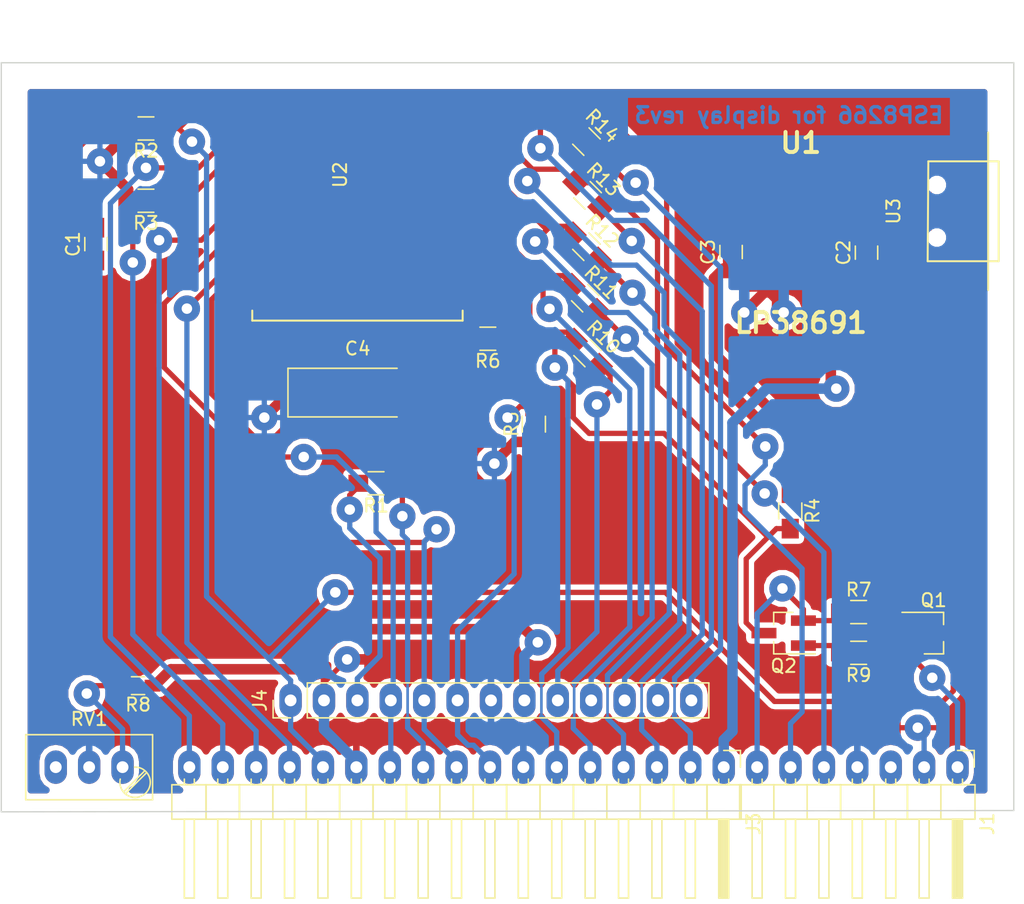
<source format=kicad_pcb>
(kicad_pcb (version 20170123) (host pcbnew "(2017-08-04 revision 7bf9f8e1c)-master")

  (general
    (thickness 1.6)
    (drawings 6)
    (tracks 413)
    (zones 0)
    (modules 27)
    (nets 41)
  )

  (page A4)
  (layers
    (0 F.Cu signal)
    (31 B.Cu signal)
    (33 F.Adhes user)
    (35 F.Paste user)
    (37 F.SilkS user)
    (39 F.Mask user)
    (40 Dwgs.User user)
    (41 Cmts.User user)
    (42 Eco1.User user)
    (43 Eco2.User user)
    (44 Edge.Cuts user)
    (45 Margin user)
    (47 F.CrtYd user)
    (49 F.Fab user)
  )

  (setup
    (last_trace_width 0.4)
    (user_trace_width 0.2)
    (user_trace_width 0.25)
    (user_trace_width 0.5)
    (user_trace_width 0.8)
    (user_trace_width 1)
    (user_trace_width 1.2)
    (user_trace_width 1.5)
    (trace_clearance 0.295)
    (zone_clearance 0.4)
    (zone_45_only no)
    (trace_min 0.2)
    (segment_width 0.2)
    (edge_width 0.1)
    (via_size 2)
    (via_drill 0.8)
    (via_min_size 1.4)
    (via_min_drill 0.6)
    (uvia_size 0.3)
    (uvia_drill 0.1)
    (uvias_allowed no)
    (uvia_min_size 0.2)
    (uvia_min_drill 0.1)
    (pcb_text_width 0.3)
    (pcb_text_size 1.5 1.5)
    (mod_edge_width 0.15)
    (mod_text_size 1 1)
    (mod_text_width 0.15)
    (pad_size 1.7 2.54)
    (pad_drill 0.9)
    (pad_to_mask_clearance 0)
    (aux_axis_origin 0 0)
    (visible_elements FFFFFF7F)
    (pcbplotparams
      (layerselection 0x00000_7fffffff)
      (usegerberextensions false)
      (excludeedgelayer true)
      (linewidth 0.100000)
      (plotframeref false)
      (viasonmask false)
      (mode 1)
      (useauxorigin false)
      (hpglpennumber 1)
      (hpglpenspeed 20)
      (hpglpendiameter 15)
      (psnegative false)
      (psa4output false)
      (plotreference true)
      (plotvalue true)
      (plotinvisibletext false)
      (padsonsilk false)
      (subtractmaskfromsilk false)
      (outputformat 2)
      (mirror true)
      (drillshape 1)
      (scaleselection 1)
      (outputdirectory gerbers))
  )

  (net 0 "")
  (net 1 GND)
  (net 2 +3V3)
  (net 3 +5V)
  (net 4 /rts)
  (net 5 /cts)
  (net 6 /rx_gpio3)
  (net 7 /tx_gpio1)
  (net 8 /dtr)
  (net 9 /adc0)
  (net 10 /ch_pd)
  (net 11 /gpio16)
  (net 12 /sck_gpio14)
  (net 13 /gpio12)
  (net 14 /sda_gpio13)
  (net 15 /gpio5)
  (net 16 /gpio4)
  (net 17 /gpio0)
  (net 18 /te_gpio15)
  (net 19 /cs_gpio2)
  (net 20 /te)
  (net 21 /led+)
  (net 22 /dtr2)
  (net 23 /rts2)
  (net 24 "Net-(R8-Pad2)")
  (net 25 "Net-(RV1-Pad3)")
  (net 26 "Net-(U2-Pad17)")
  (net 27 "Net-(U2-Pad18)")
  (net 28 "Net-(U2-Pad19)")
  (net 29 "Net-(U2-Pad20)")
  (net 30 "Net-(U2-Pad21)")
  (net 31 "Net-(U2-Pad22)")
  (net 32 /reset)
  (net 33 "Net-(U3-Pad4)")
  (net 34 "Net-(U3-Pad3)")
  (net 35 "Net-(U3-Pad2)")
  (net 36 /b_left)
  (net 37 /b_up)
  (net 38 /b_right)
  (net 39 /b_select)
  (net 40 /b_down)

  (net_class Default "This is the default net class."
    (clearance 0.295)
    (trace_width 0.4)
    (via_dia 2)
    (via_drill 0.8)
    (uvia_dia 0.3)
    (uvia_drill 0.1)
    (add_net +3V3)
    (add_net +5V)
    (add_net /adc0)
    (add_net /b_down)
    (add_net /b_left)
    (add_net /b_right)
    (add_net /b_select)
    (add_net /b_up)
    (add_net /ch_pd)
    (add_net /cs_gpio2)
    (add_net /cts)
    (add_net /dtr)
    (add_net /dtr2)
    (add_net /gpio0)
    (add_net /gpio12)
    (add_net /gpio16)
    (add_net /gpio4)
    (add_net /gpio5)
    (add_net /led+)
    (add_net /reset)
    (add_net /rts)
    (add_net /rts2)
    (add_net /rx_gpio3)
    (add_net /sck_gpio14)
    (add_net /sda_gpio13)
    (add_net /te)
    (add_net /te_gpio15)
    (add_net /tx_gpio1)
    (add_net GND)
    (add_net "Net-(R8-Pad2)")
    (add_net "Net-(RV1-Pad3)")
    (add_net "Net-(U2-Pad17)")
    (add_net "Net-(U2-Pad18)")
    (add_net "Net-(U2-Pad19)")
    (add_net "Net-(U2-Pad20)")
    (add_net "Net-(U2-Pad21)")
    (add_net "Net-(U2-Pad22)")
    (add_net "Net-(U3-Pad2)")
    (add_net "Net-(U3-Pad3)")
    (add_net "Net-(U3-Pad4)")
  )

  (module Resistors_SMD:R_0805_HandSoldering (layer F.Cu) (tedit 58E0A804) (tstamp 59963E73)
    (at 92.5 54 315)
    (descr "Resistor SMD 0805, hand soldering")
    (tags "resistor 0805")
    (path /596ED042)
    (attr smd)
    (fp_text reference R14 (at 0 -1.7 315) (layer F.SilkS)
      (effects (font (size 1 1) (thickness 0.15)))
    )
    (fp_text value 220 (at 0 1.75 315) (layer F.Fab)
      (effects (font (size 1 1) (thickness 0.15)))
    )
    (fp_line (start 2.35 0.9) (end -2.35 0.9) (layer F.CrtYd) (width 0.05))
    (fp_line (start 2.35 0.9) (end 2.35 -0.9) (layer F.CrtYd) (width 0.05))
    (fp_line (start -2.35 -0.9) (end -2.35 0.9) (layer F.CrtYd) (width 0.05))
    (fp_line (start -2.35 -0.9) (end 2.35 -0.9) (layer F.CrtYd) (width 0.05))
    (fp_line (start -0.6 -0.88) (end 0.6 -0.88) (layer F.SilkS) (width 0.12))
    (fp_line (start 0.6 0.88) (end -0.6 0.88) (layer F.SilkS) (width 0.12))
    (fp_line (start -1 -0.62) (end 1 -0.62) (layer F.Fab) (width 0.1))
    (fp_line (start 1 -0.62) (end 1 0.62) (layer F.Fab) (width 0.1))
    (fp_line (start 1 0.62) (end -1 0.62) (layer F.Fab) (width 0.1))
    (fp_line (start -1 0.62) (end -1 -0.62) (layer F.Fab) (width 0.1))
    (fp_text user %R (at 0 0 315) (layer F.Fab)
      (effects (font (size 0.5 0.5) (thickness 0.075)))
    )
    (pad 2 smd rect (at 1.35 0 315) (size 1.5 1.3) (layers F.Cu F.Paste F.Mask)
      (net 40 /b_down))
    (pad 1 smd rect (at -1.35 0 315) (size 1.5 1.3) (layers F.Cu F.Paste F.Mask)
      (net 7 /tx_gpio1))
    (model ${KISYS3DMOD}/Resistors_SMD.3dshapes/R_0805.wrl
      (at (xyz 0 0 0))
      (scale (xyz 1 1 1))
      (rotate (xyz 0 0 0))
    )
  )

  (module Resistors_SMD:R_0805_HandSoldering (layer F.Cu) (tedit 58E0A804) (tstamp 59963E63)
    (at 92.585786 58.085786 315)
    (descr "Resistor SMD 0805, hand soldering")
    (tags "resistor 0805")
    (path /596ECFD9)
    (attr smd)
    (fp_text reference R13 (at 0 -1.7 315) (layer F.SilkS)
      (effects (font (size 1 1) (thickness 0.15)))
    )
    (fp_text value 220 (at 0 1.75 315) (layer F.Fab)
      (effects (font (size 1 1) (thickness 0.15)))
    )
    (fp_text user %R (at 0 0 315) (layer F.Fab)
      (effects (font (size 0.5 0.5) (thickness 0.075)))
    )
    (fp_line (start -1 0.62) (end -1 -0.62) (layer F.Fab) (width 0.1))
    (fp_line (start 1 0.62) (end -1 0.62) (layer F.Fab) (width 0.1))
    (fp_line (start 1 -0.62) (end 1 0.62) (layer F.Fab) (width 0.1))
    (fp_line (start -1 -0.62) (end 1 -0.62) (layer F.Fab) (width 0.1))
    (fp_line (start 0.6 0.88) (end -0.6 0.88) (layer F.SilkS) (width 0.12))
    (fp_line (start -0.6 -0.88) (end 0.6 -0.88) (layer F.SilkS) (width 0.12))
    (fp_line (start -2.35 -0.9) (end 2.35 -0.9) (layer F.CrtYd) (width 0.05))
    (fp_line (start -2.35 -0.9) (end -2.35 0.9) (layer F.CrtYd) (width 0.05))
    (fp_line (start 2.35 0.9) (end 2.35 -0.9) (layer F.CrtYd) (width 0.05))
    (fp_line (start 2.35 0.9) (end -2.35 0.9) (layer F.CrtYd) (width 0.05))
    (pad 1 smd rect (at -1.35 0 315) (size 1.5 1.3) (layers F.Cu F.Paste F.Mask)
      (net 6 /rx_gpio3))
    (pad 2 smd rect (at 1.35 0 315) (size 1.5 1.3) (layers F.Cu F.Paste F.Mask)
      (net 39 /b_select))
    (model ${KISYS3DMOD}/Resistors_SMD.3dshapes/R_0805.wrl
      (at (xyz 0 0 0))
      (scale (xyz 1 1 1))
      (rotate (xyz 0 0 0))
    )
  )

  (module Resistors_SMD:R_0805_HandSoldering (layer F.Cu) (tedit 58E0A804) (tstamp 59963E53)
    (at 92.5 62 315)
    (descr "Resistor SMD 0805, hand soldering")
    (tags "resistor 0805")
    (path /596ECF70)
    (attr smd)
    (fp_text reference R12 (at 0 -1.7 315) (layer F.SilkS)
      (effects (font (size 1 1) (thickness 0.15)))
    )
    (fp_text value 220 (at 0 1.75 315) (layer F.Fab)
      (effects (font (size 1 1) (thickness 0.15)))
    )
    (fp_line (start 2.35 0.9) (end -2.35 0.9) (layer F.CrtYd) (width 0.05))
    (fp_line (start 2.35 0.9) (end 2.35 -0.9) (layer F.CrtYd) (width 0.05))
    (fp_line (start -2.35 -0.9) (end -2.35 0.9) (layer F.CrtYd) (width 0.05))
    (fp_line (start -2.35 -0.9) (end 2.35 -0.9) (layer F.CrtYd) (width 0.05))
    (fp_line (start -0.6 -0.88) (end 0.6 -0.88) (layer F.SilkS) (width 0.12))
    (fp_line (start 0.6 0.88) (end -0.6 0.88) (layer F.SilkS) (width 0.12))
    (fp_line (start -1 -0.62) (end 1 -0.62) (layer F.Fab) (width 0.1))
    (fp_line (start 1 -0.62) (end 1 0.62) (layer F.Fab) (width 0.1))
    (fp_line (start 1 0.62) (end -1 0.62) (layer F.Fab) (width 0.1))
    (fp_line (start -1 0.62) (end -1 -0.62) (layer F.Fab) (width 0.1))
    (fp_text user %R (at 0 0 315) (layer F.Fab)
      (effects (font (size 0.5 0.5) (thickness 0.075)))
    )
    (pad 2 smd rect (at 1.35 0 315) (size 1.5 1.3) (layers F.Cu F.Paste F.Mask)
      (net 38 /b_right))
    (pad 1 smd rect (at -1.35 0 315) (size 1.5 1.3) (layers F.Cu F.Paste F.Mask)
      (net 15 /gpio5))
    (model ${KISYS3DMOD}/Resistors_SMD.3dshapes/R_0805.wrl
      (at (xyz 0 0 0))
      (scale (xyz 1 1 1))
      (rotate (xyz 0 0 0))
    )
  )

  (module Resistors_SMD:R_0805_HandSoldering (layer F.Cu) (tedit 58E0A804) (tstamp 59963E43)
    (at 92.414214 65.914214 315)
    (descr "Resistor SMD 0805, hand soldering")
    (tags "resistor 0805")
    (path /596ECF03)
    (attr smd)
    (fp_text reference R11 (at 0 -1.7 315) (layer F.SilkS)
      (effects (font (size 1 1) (thickness 0.15)))
    )
    (fp_text value 220 (at 0 1.75 315) (layer F.Fab)
      (effects (font (size 1 1) (thickness 0.15)))
    )
    (fp_text user %R (at 0 0 315) (layer F.Fab)
      (effects (font (size 0.5 0.5) (thickness 0.075)))
    )
    (fp_line (start -1 0.62) (end -1 -0.62) (layer F.Fab) (width 0.1))
    (fp_line (start 1 0.62) (end -1 0.62) (layer F.Fab) (width 0.1))
    (fp_line (start 1 -0.62) (end 1 0.62) (layer F.Fab) (width 0.1))
    (fp_line (start -1 -0.62) (end 1 -0.62) (layer F.Fab) (width 0.1))
    (fp_line (start 0.6 0.88) (end -0.6 0.88) (layer F.SilkS) (width 0.12))
    (fp_line (start -0.6 -0.88) (end 0.6 -0.88) (layer F.SilkS) (width 0.12))
    (fp_line (start -2.35 -0.9) (end 2.35 -0.9) (layer F.CrtYd) (width 0.05))
    (fp_line (start -2.35 -0.9) (end -2.35 0.9) (layer F.CrtYd) (width 0.05))
    (fp_line (start 2.35 0.9) (end 2.35 -0.9) (layer F.CrtYd) (width 0.05))
    (fp_line (start 2.35 0.9) (end -2.35 0.9) (layer F.CrtYd) (width 0.05))
    (pad 1 smd rect (at -1.35 0 315) (size 1.5 1.3) (layers F.Cu F.Paste F.Mask)
      (net 16 /gpio4))
    (pad 2 smd rect (at 1.35 0 315) (size 1.5 1.3) (layers F.Cu F.Paste F.Mask)
      (net 37 /b_up))
    (model ${KISYS3DMOD}/Resistors_SMD.3dshapes/R_0805.wrl
      (at (xyz 0 0 0))
      (scale (xyz 1 1 1))
      (rotate (xyz 0 0 0))
    )
  )

  (module Resistors_SMD:R_0805_HandSoldering (layer F.Cu) (tedit 58E0A804) (tstamp 598D0864)
    (at 92.585786 70.085786 315)
    (descr "Resistor SMD 0805, hand soldering")
    (tags "resistor 0805")
    (path /596ECE9D)
    (attr smd)
    (fp_text reference R10 (at 0 -1.7 315) (layer F.SilkS)
      (effects (font (size 1 1) (thickness 0.15)))
    )
    (fp_text value 220 (at 0 1.75 315) (layer F.Fab)
      (effects (font (size 1 1) (thickness 0.15)))
    )
    (fp_line (start 2.35 0.9) (end -2.35 0.9) (layer F.CrtYd) (width 0.05))
    (fp_line (start 2.35 0.9) (end 2.35 -0.9) (layer F.CrtYd) (width 0.05))
    (fp_line (start -2.35 -0.9) (end -2.35 0.9) (layer F.CrtYd) (width 0.05))
    (fp_line (start -2.35 -0.9) (end 2.35 -0.9) (layer F.CrtYd) (width 0.05))
    (fp_line (start -0.6 -0.88) (end 0.6 -0.88) (layer F.SilkS) (width 0.12))
    (fp_line (start 0.6 0.88) (end -0.6 0.88) (layer F.SilkS) (width 0.12))
    (fp_line (start -1 -0.62) (end 1 -0.62) (layer F.Fab) (width 0.1))
    (fp_line (start 1 -0.62) (end 1 0.62) (layer F.Fab) (width 0.1))
    (fp_line (start 1 0.62) (end -1 0.62) (layer F.Fab) (width 0.1))
    (fp_line (start -1 0.62) (end -1 -0.62) (layer F.Fab) (width 0.1))
    (fp_text user %R (at 0 0 315) (layer F.Fab)
      (effects (font (size 0.5 0.5) (thickness 0.075)))
    )
    (pad 2 smd rect (at 1.35 0 315) (size 1.5 1.3) (layers F.Cu F.Paste F.Mask)
      (net 36 /b_left))
    (pad 1 smd rect (at -1.35 0 315) (size 1.5 1.3) (layers F.Cu F.Paste F.Mask)
      (net 17 /gpio0))
    (model ${KISYS3DMOD}/Resistors_SMD.3dshapes/R_0805.wrl
      (at (xyz 0 0 0))
      (scale (xyz 1 1 1))
      (rotate (xyz 0 0 0))
    )
  )

  (module Resistors_SMD:R_0805_HandSoldering (layer F.Cu) (tedit 58E0A804) (tstamp 598D07B4)
    (at 76.5 80 180)
    (descr "Resistor SMD 0805, hand soldering")
    (tags "resistor 0805")
    (path /597675DC)
    (attr smd)
    (fp_text reference R1 (at 0 -1.7 180) (layer F.SilkS)
      (effects (font (size 1 1) (thickness 0.15)))
    )
    (fp_text value 0 (at 0 1.75 180) (layer F.Fab)
      (effects (font (size 1 1) (thickness 0.15)))
    )
    (fp_text user %R (at 0 0 180) (layer F.Fab)
      (effects (font (size 0.5 0.5) (thickness 0.075)))
    )
    (fp_line (start -1 0.62) (end -1 -0.62) (layer F.Fab) (width 0.1))
    (fp_line (start 1 0.62) (end -1 0.62) (layer F.Fab) (width 0.1))
    (fp_line (start 1 -0.62) (end 1 0.62) (layer F.Fab) (width 0.1))
    (fp_line (start -1 -0.62) (end 1 -0.62) (layer F.Fab) (width 0.1))
    (fp_line (start 0.6 0.88) (end -0.6 0.88) (layer F.SilkS) (width 0.12))
    (fp_line (start -0.6 -0.88) (end 0.6 -0.88) (layer F.SilkS) (width 0.12))
    (fp_line (start -2.35 -0.9) (end 2.35 -0.9) (layer F.CrtYd) (width 0.05))
    (fp_line (start -2.35 -0.9) (end -2.35 0.9) (layer F.CrtYd) (width 0.05))
    (fp_line (start 2.35 0.9) (end 2.35 -0.9) (layer F.CrtYd) (width 0.05))
    (fp_line (start 2.35 0.9) (end -2.35 0.9) (layer F.CrtYd) (width 0.05))
    (pad 1 smd rect (at -1.35 0 180) (size 1.5 1.3) (layers F.Cu F.Paste F.Mask)
      (net 18 /te_gpio15))
    (pad 2 smd rect (at 1.35 0 180) (size 1.5 1.3) (layers F.Cu F.Paste F.Mask)
      (net 20 /te))
    (model ${KISYS3DMOD}/Resistors_SMD.3dshapes/R_0805.wrl
      (at (xyz 0 0 0))
      (scale (xyz 1 1 1))
      (rotate (xyz 0 0 0))
    )
  )

  (module ESP8266:ESP-12E_SMD (layer F.Cu) (tedit 58FB7FFE) (tstamp 59923C74)
    (at 68.1 52)
    (descr "Module, ESP-8266, ESP-12, 16 pad, SMD")
    (tags "Module ESP-8266 ESP8266")
    (path /596E3FD9)
    (fp_text reference U2 (at 5.664999 4.524999 90) (layer F.SilkS)
      (effects (font (size 1 1) (thickness 0.15)))
    )
    (fp_text value ESP-12E (at 5.08 6.35 90) (layer F.Fab) hide
      (effects (font (size 1 1) (thickness 0.15)))
    )
    (fp_line (start -2.25 -0.5) (end -2.25 -8.75) (layer F.CrtYd) (width 0.05))
    (fp_line (start -2.25 -8.75) (end 15.25 -8.75) (layer F.CrtYd) (width 0.05))
    (fp_line (start 15.25 -8.75) (end 16.25 -8.75) (layer F.CrtYd) (width 0.05))
    (fp_line (start 16.25 -8.75) (end 16.25 16) (layer F.CrtYd) (width 0.05))
    (fp_line (start 16.25 16) (end -2.25 16) (layer F.CrtYd) (width 0.05))
    (fp_line (start -2.25 16) (end -2.25 -0.5) (layer F.CrtYd) (width 0.05))
    (fp_line (start -1.016 -8.382) (end 14.986 -8.382) (layer F.CrtYd) (width 0.1524))
    (fp_line (start 14.986 -8.382) (end 14.986 -0.889) (layer F.CrtYd) (width 0.1524))
    (fp_line (start -1.016 -8.382) (end -1.016 -1.016) (layer F.CrtYd) (width 0.1524))
    (fp_line (start -1.016 14.859) (end -1.016 15.621) (layer F.SilkS) (width 0.1524))
    (fp_line (start -1.016 15.621) (end 14.986 15.621) (layer F.SilkS) (width 0.1524))
    (fp_line (start 14.986 15.621) (end 14.986 14.859) (layer F.SilkS) (width 0.1524))
    (fp_line (start 14.992 -8.4) (end -1.008 -2.6) (layer F.CrtYd) (width 0.1524))
    (fp_line (start -1.008 -8.4) (end 14.992 -2.6) (layer F.CrtYd) (width 0.1524))
    (fp_text user "No Copper" (at 6.892 -5.4) (layer F.CrtYd)
      (effects (font (size 1 1) (thickness 0.15)))
    )
    (fp_line (start -1.008 -2.6) (end 14.992 -2.6) (layer F.CrtYd) (width 0.1524))
    (fp_line (start 15 -8.4) (end 15 15.6) (layer F.Fab) (width 0.05))
    (fp_line (start 14.992 15.6) (end -1.008 15.6) (layer F.Fab) (width 0.05))
    (fp_line (start -1.008 15.6) (end -1.008 -8.4) (layer F.Fab) (width 0.05))
    (fp_line (start -1.008 -8.4) (end 14.992 -8.4) (layer F.Fab) (width 0.05))
    (pad 1 smd rect (at 0 0) (size 2.5 1.1) (drill (offset -0.7 0)) (layers F.Cu F.Paste F.Mask)
      (net 32 /reset))
    (pad 2 smd rect (at 0 2) (size 2.5 1.1) (drill (offset -0.7 0)) (layers F.Cu F.Paste F.Mask)
      (net 9 /adc0))
    (pad 3 smd rect (at 0 4) (size 2.5 1.1) (drill (offset -0.7 0)) (layers F.Cu F.Paste F.Mask)
      (net 10 /ch_pd))
    (pad 4 smd rect (at 0 6) (size 2.5 1.1) (drill (offset -0.7 0)) (layers F.Cu F.Paste F.Mask)
      (net 11 /gpio16))
    (pad 5 smd rect (at 0 8) (size 2.5 1.1) (drill (offset -0.7 0)) (layers F.Cu F.Paste F.Mask)
      (net 12 /sck_gpio14))
    (pad 6 smd rect (at 0 10) (size 2.5 1.1) (drill (offset -0.7 0)) (layers F.Cu F.Paste F.Mask)
      (net 13 /gpio12))
    (pad 7 smd rect (at 0 12) (size 2.5 1.1) (drill (offset -0.7 0)) (layers F.Cu F.Paste F.Mask)
      (net 14 /sda_gpio13))
    (pad 8 smd rect (at 0 14) (size 2.5 1.1) (drill (offset -0.7 0)) (layers F.Cu F.Paste F.Mask)
      (net 2 +3V3))
    (pad 9 smd rect (at 14 14) (size 2.5 1.1) (drill (offset 0.7 0)) (layers F.Cu F.Paste F.Mask)
      (net 1 GND))
    (pad 10 smd rect (at 14 12) (size 2.5 1.1) (drill (offset 0.7 0)) (layers F.Cu F.Paste F.Mask)
      (net 18 /te_gpio15))
    (pad 11 smd rect (at 14 10) (size 2.5 1.1) (drill (offset 0.7 0)) (layers F.Cu F.Paste F.Mask)
      (net 19 /cs_gpio2))
    (pad 12 smd rect (at 14 8) (size 2.5 1.1) (drill (offset 0.7 0)) (layers F.Cu F.Paste F.Mask)
      (net 17 /gpio0))
    (pad 13 smd rect (at 14 6) (size 2.5 1.1) (drill (offset 0.7 0)) (layers F.Cu F.Paste F.Mask)
      (net 16 /gpio4))
    (pad 14 smd rect (at 14 4) (size 2.5 1.1) (drill (offset 0.7 0)) (layers F.Cu F.Paste F.Mask)
      (net 15 /gpio5))
    (pad 15 smd rect (at 14 2) (size 2.5 1.1) (drill (offset 0.7 0)) (layers F.Cu F.Paste F.Mask)
      (net 6 /rx_gpio3))
    (pad 16 smd rect (at 14 0) (size 2.5 1.1) (drill (offset 0.7 0)) (layers F.Cu F.Paste F.Mask)
      (net 7 /tx_gpio1))
    (pad 17 smd rect (at 1.99 15 90) (size 2.5 1.1) (drill (offset -0.7 0)) (layers F.Cu F.Paste F.Mask)
      (net 26 "Net-(U2-Pad17)"))
    (pad 18 smd rect (at 3.99 15 90) (size 2.5 1.1) (drill (offset -0.7 0)) (layers F.Cu F.Paste F.Mask)
      (net 27 "Net-(U2-Pad18)"))
    (pad 19 smd rect (at 5.99 15 90) (size 2.5 1.1) (drill (offset -0.7 0)) (layers F.Cu F.Paste F.Mask)
      (net 28 "Net-(U2-Pad19)"))
    (pad 20 smd rect (at 7.99 15 90) (size 2.5 1.1) (drill (offset -0.7 0)) (layers F.Cu F.Paste F.Mask)
      (net 29 "Net-(U2-Pad20)"))
    (pad 21 smd rect (at 9.99 15 90) (size 2.5 1.1) (drill (offset -0.7 0)) (layers F.Cu F.Paste F.Mask)
      (net 30 "Net-(U2-Pad21)"))
    (pad 22 smd rect (at 11.99 15 90) (size 2.5 1.1) (drill (offset -0.7 0)) (layers F.Cu F.Paste F.Mask)
      (net 31 "Net-(U2-Pad22)"))
    (model ${ESPLIB}/ESP8266.3dshapes/ESP-12.wrl
      (at (xyz 0 0 0))
      (scale (xyz 0.3937 0.3937 0.3937))
      (rotate (xyz 0 0 0))
    )
  )

  (module Resistors_SMD:R_0805_HandSoldering (layer F.Cu) (tedit 58E0A804) (tstamp 59923B59)
    (at 59 53 180)
    (descr "Resistor SMD 0805, hand soldering")
    (tags "resistor 0805")
    (path /596E533D)
    (attr smd)
    (fp_text reference R2 (at 0 -1.7 180) (layer F.SilkS)
      (effects (font (size 1 1) (thickness 0.15)))
    )
    (fp_text value 10k (at 0 1.75 180) (layer F.Fab)
      (effects (font (size 1 1) (thickness 0.15)))
    )
    (fp_line (start 2.35 0.9) (end -2.35 0.9) (layer F.CrtYd) (width 0.05))
    (fp_line (start 2.35 0.9) (end 2.35 -0.9) (layer F.CrtYd) (width 0.05))
    (fp_line (start -2.35 -0.9) (end -2.35 0.9) (layer F.CrtYd) (width 0.05))
    (fp_line (start -2.35 -0.9) (end 2.35 -0.9) (layer F.CrtYd) (width 0.05))
    (fp_line (start -0.6 -0.88) (end 0.6 -0.88) (layer F.SilkS) (width 0.12))
    (fp_line (start 0.6 0.88) (end -0.6 0.88) (layer F.SilkS) (width 0.12))
    (fp_line (start -1 -0.62) (end 1 -0.62) (layer F.Fab) (width 0.1))
    (fp_line (start 1 -0.62) (end 1 0.62) (layer F.Fab) (width 0.1))
    (fp_line (start 1 0.62) (end -1 0.62) (layer F.Fab) (width 0.1))
    (fp_line (start -1 0.62) (end -1 -0.62) (layer F.Fab) (width 0.1))
    (fp_text user %R (at 0 0 180) (layer F.Fab)
      (effects (font (size 0.5 0.5) (thickness 0.075)))
    )
    (pad 2 smd rect (at 1.35 0 180) (size 1.5 1.3) (layers F.Cu F.Paste F.Mask)
      (net 2 +3V3))
    (pad 1 smd rect (at -1.35 0 180) (size 1.5 1.3) (layers F.Cu F.Paste F.Mask)
      (net 32 /reset))
    (model ${KISYS3DMOD}/Resistors_SMD.3dshapes/R_0805.wrl
      (at (xyz 0 0 0))
      (scale (xyz 1 1 1))
      (rotate (xyz 0 0 0))
    )
  )

  (module knielsenlib:paccer_micro_usb_1 (layer F.Cu) (tedit 5976575B) (tstamp 599B9E5B)
    (at 117.75 59.3 270)
    (path /59769CF4)
    (attr smd)
    (fp_text reference U3 (at 0 1.9 270) (layer F.SilkS)
      (effects (font (size 1 1) (thickness 0.15)))
    )
    (fp_text value USB (at 0 -7.2 270) (layer F.Fab)
      (effects (font (size 1 1) (thickness 0.15)))
    )
    (fp_line (start 6 -5.3) (end -6 -5.3) (layer F.SilkS) (width 0.15))
    (fp_line (start -3.8 -6.1) (end 3.8 -6.1) (layer F.SilkS) (width 0.15))
    (fp_line (start 3.8 -6.1) (end 3.8 -0.7) (layer F.SilkS) (width 0.15))
    (fp_line (start 3.8 -0.7) (end -3.8 -0.75) (layer F.SilkS) (width 0.15))
    (fp_line (start -3.8 -0.75) (end -3.8 -6.1) (layer F.SilkS) (width 0.15))
    (fp_text user "PCB edge" (at 7.6 -6 270) (layer F.Fab)
      (effects (font (size 1 1) (thickness 0.15)))
    )
    (pad 5 smd rect (at -1.3 0 270) (size 0.35 2) (layers F.Cu F.Paste F.Mask)
      (net 1 GND))
    (pad 4 smd rect (at -0.65 0 270) (size 0.35 2) (layers F.Cu F.Paste F.Mask)
      (net 33 "Net-(U3-Pad4)"))
    (pad 3 smd rect (at 0 0 270) (size 0.35 2) (layers F.Cu F.Paste F.Mask)
      (net 34 "Net-(U3-Pad3)"))
    (pad 2 smd rect (at 0.65 0 270) (size 0.35 2) (layers F.Cu F.Paste F.Mask)
      (net 35 "Net-(U3-Pad2)"))
    (pad 1 smd rect (at 1.3 0 270) (size 0.35 2) (layers F.Cu F.Paste F.Mask)
      (net 3 +5V))
    (pad 6 smd rect (at -3.8 -3.25 270) (size 2 1.4) (layers F.Cu F.Paste F.Mask))
    (pad 6 smd rect (at 3.8 -3.25 270) (size 2 1.4) (layers F.Cu F.Paste F.Mask))
    (pad 6 smd rect (at -4.05 -1.1 270) (size 1.6 1.3) (layers F.Cu F.Paste F.Mask))
    (pad 6 smd rect (at 4.05 -1.1 270) (size 1.6 1.3) (layers F.Cu F.Paste F.Mask))
    (pad "" np_thru_hole circle (at -2 -1.4 270) (size 0.6 0.6) (drill 0.6) (layers *.Cu))
    (pad "" np_thru_hole circle (at 2 -1.4 270) (size 0.6 0.6) (drill 0.6) (layers *.Cu))
    (model ${KISYS3DMOD}/walter/conn_pc/usb_B_micro_smd.wrl
      (at (xyz 0 0.1181102362204725 0))
      (scale (xyz 1 1 1))
      (rotate (xyz 0 0 180))
    )
  )

  (module Capacitors_SMD:C_0805_HandSoldering (layer F.Cu) (tedit 58AA84A8) (tstamp 599238AC)
    (at 55.2 61.8 90)
    (descr "Capacitor SMD 0805, hand soldering")
    (tags "capacitor 0805")
    (path /596E5B05)
    (attr smd)
    (fp_text reference C1 (at 0 -1.75 90) (layer F.SilkS)
      (effects (font (size 1 1) (thickness 0.15)))
    )
    (fp_text value 100n (at 0 1.75 90) (layer F.Fab)
      (effects (font (size 1 1) (thickness 0.15)))
    )
    (fp_line (start 2.25 0.87) (end -2.25 0.87) (layer F.CrtYd) (width 0.05))
    (fp_line (start 2.25 0.87) (end 2.25 -0.88) (layer F.CrtYd) (width 0.05))
    (fp_line (start -2.25 -0.88) (end -2.25 0.87) (layer F.CrtYd) (width 0.05))
    (fp_line (start -2.25 -0.88) (end 2.25 -0.88) (layer F.CrtYd) (width 0.05))
    (fp_line (start -0.5 0.85) (end 0.5 0.85) (layer F.SilkS) (width 0.12))
    (fp_line (start 0.5 -0.85) (end -0.5 -0.85) (layer F.SilkS) (width 0.12))
    (fp_line (start -1 -0.62) (end 1 -0.62) (layer F.Fab) (width 0.1))
    (fp_line (start 1 -0.62) (end 1 0.62) (layer F.Fab) (width 0.1))
    (fp_line (start 1 0.62) (end -1 0.62) (layer F.Fab) (width 0.1))
    (fp_line (start -1 0.62) (end -1 -0.62) (layer F.Fab) (width 0.1))
    (fp_text user %R (at 0 -1.75 90) (layer F.Fab)
      (effects (font (size 1 1) (thickness 0.15)))
    )
    (pad 2 smd rect (at 1.249999 0 90) (size 1.5 1.25) (layers F.Cu F.Paste F.Mask)
      (net 32 /reset))
    (pad 1 smd rect (at -1.249999 0 90) (size 1.5 1.25) (layers F.Cu F.Paste F.Mask)
      (net 1 GND))
    (model Capacitors_SMD.3dshapes/C_0805.wrl
      (at (xyz 0 0 0))
      (scale (xyz 1 1 1))
      (rotate (xyz 0 0 0))
    )
  )

  (module Capacitors_SMD:C_0805_HandSoldering (layer F.Cu) (tedit 58AA84A8) (tstamp 599238BD)
    (at 113.8 62.449999 90)
    (descr "Capacitor SMD 0805, hand soldering")
    (tags "capacitor 0805")
    (path /596E566F)
    (attr smd)
    (fp_text reference C2 (at 0 -1.75 90) (layer F.SilkS)
      (effects (font (size 1 1) (thickness 0.15)))
    )
    (fp_text value 2.2u (at 0 1.75 90) (layer F.Fab)
      (effects (font (size 1 1) (thickness 0.15)))
    )
    (fp_text user %R (at 0 -1.75 90) (layer F.Fab)
      (effects (font (size 1 1) (thickness 0.15)))
    )
    (fp_line (start -1 0.62) (end -1 -0.62) (layer F.Fab) (width 0.1))
    (fp_line (start 1 0.62) (end -1 0.62) (layer F.Fab) (width 0.1))
    (fp_line (start 1 -0.62) (end 1 0.62) (layer F.Fab) (width 0.1))
    (fp_line (start -1 -0.62) (end 1 -0.62) (layer F.Fab) (width 0.1))
    (fp_line (start 0.5 -0.85) (end -0.5 -0.85) (layer F.SilkS) (width 0.12))
    (fp_line (start -0.5 0.85) (end 0.5 0.85) (layer F.SilkS) (width 0.12))
    (fp_line (start -2.25 -0.88) (end 2.25 -0.88) (layer F.CrtYd) (width 0.05))
    (fp_line (start -2.25 -0.88) (end -2.25 0.87) (layer F.CrtYd) (width 0.05))
    (fp_line (start 2.25 0.87) (end 2.25 -0.88) (layer F.CrtYd) (width 0.05))
    (fp_line (start 2.25 0.87) (end -2.25 0.87) (layer F.CrtYd) (width 0.05))
    (pad 1 smd rect (at -1.25 0 90) (size 1.5 1.25) (layers F.Cu F.Paste F.Mask)
      (net 3 +5V))
    (pad 2 smd rect (at 1.25 0 90) (size 1.5 1.25) (layers F.Cu F.Paste F.Mask)
      (net 1 GND))
    (model Capacitors_SMD.3dshapes/C_0805.wrl
      (at (xyz 0 0 0))
      (scale (xyz 1 1 1))
      (rotate (xyz 0 0 0))
    )
  )

  (module Capacitors_SMD:C_0805_HandSoldering (layer F.Cu) (tedit 597CB014) (tstamp 599238CE)
    (at 103.5 62.4 90)
    (descr "Capacitor SMD 0805, hand soldering")
    (tags "capacitor 0805")
    (path /596E5668)
    (attr smd)
    (fp_text reference C3 (at 0 -1.75 90) (layer F.SilkS)
      (effects (font (size 1 1) (thickness 0.15)))
    )
    (fp_text value 2.2u (at 0 1.75 90) (layer F.Fab)
      (effects (font (size 1 1) (thickness 0.15)))
    )
    (fp_line (start 2.25 0.87) (end -2.25 0.87) (layer F.CrtYd) (width 0.05))
    (fp_line (start 2.25 0.87) (end 2.25 -0.88) (layer F.CrtYd) (width 0.05))
    (fp_line (start -2.25 -0.88) (end -2.25 0.87) (layer F.CrtYd) (width 0.05))
    (fp_line (start -2.25 -0.88) (end 2.25 -0.88) (layer F.CrtYd) (width 0.05))
    (fp_line (start -0.5 0.85) (end 0.5 0.85) (layer F.SilkS) (width 0.12))
    (fp_line (start 0.5 -0.85) (end -0.5 -0.85) (layer F.SilkS) (width 0.12))
    (fp_line (start -1 -0.62) (end 1 -0.62) (layer F.Fab) (width 0.1))
    (fp_line (start 1 -0.62) (end 1 0.62) (layer F.Fab) (width 0.1))
    (fp_line (start 1 0.62) (end -1 0.62) (layer F.Fab) (width 0.1))
    (fp_line (start -1 0.62) (end -1 -0.62) (layer F.Fab) (width 0.1))
    (fp_text user %R (at 0 -1.75 90) (layer F.Fab)
      (effects (font (size 1 1) (thickness 0.15)))
    )
    (pad 2 smd rect (at 1.25 0 90) (size 1.5 1.25) (layers F.Cu F.Paste F.Mask)
      (net 1 GND))
    (pad 1 smd rect (at -1.25 0 90) (size 1.5 1.25) (layers F.Cu F.Paste F.Mask)
      (net 2 +3V3))
    (model Capacitors_SMD.3dshapes/C_0805.wrl
      (at (xyz 0 0 0))
      (scale (xyz 1 1 1))
      (rotate (xyz 0 0 0))
    )
  )

  (module Capacitors_Tantalum_SMD:CP_Tantalum_Case-U_EIA-6032-15_Hand (layer F.Cu) (tedit 58CC8C08) (tstamp 599238E2)
    (at 75.1 73.1)
    (descr "Tantalum capacitor, Case U, EIA 6032-15, 6.0x3.2x1.5mm, Hand soldering footprint")
    (tags "capacitor tantalum smd")
    (path /596E6B89)
    (attr smd)
    (fp_text reference C4 (at 0 -3.35) (layer F.SilkS)
      (effects (font (size 1 1) (thickness 0.15)))
    )
    (fp_text value 100u (at 0 3.35) (layer F.Fab)
      (effects (font (size 1 1) (thickness 0.15)))
    )
    (fp_text user %R (at 0 0) (layer F.Fab)
      (effects (font (size 1 1) (thickness 0.15)))
    )
    (fp_line (start -5.4 -2) (end -5.4 2) (layer F.CrtYd) (width 0.05))
    (fp_line (start -5.4 2) (end 5.4 2) (layer F.CrtYd) (width 0.05))
    (fp_line (start 5.4 2) (end 5.4 -2) (layer F.CrtYd) (width 0.05))
    (fp_line (start 5.4 -2) (end -5.4 -2) (layer F.CrtYd) (width 0.05))
    (fp_line (start -3 -1.6) (end -3 1.6) (layer F.Fab) (width 0.1))
    (fp_line (start -3 1.6) (end 3 1.6) (layer F.Fab) (width 0.1))
    (fp_line (start 3 1.6) (end 3 -1.6) (layer F.Fab) (width 0.1))
    (fp_line (start 3 -1.6) (end -3 -1.6) (layer F.Fab) (width 0.1))
    (fp_line (start -2.4 -1.6) (end -2.4 1.6) (layer F.Fab) (width 0.1))
    (fp_line (start -2.1 -1.6) (end -2.1 1.6) (layer F.Fab) (width 0.1))
    (fp_line (start -5.3 -1.85) (end 3 -1.85) (layer F.SilkS) (width 0.12))
    (fp_line (start -5.3 1.85) (end 3 1.85) (layer F.SilkS) (width 0.12))
    (fp_line (start -5.3 -1.85) (end -5.3 1.85) (layer F.SilkS) (width 0.12))
    (pad 1 smd rect (at -3.125 0) (size 3.75 2.5) (layers F.Cu F.Paste F.Mask)
      (net 2 +3V3))
    (pad 2 smd rect (at 3.125 0) (size 3.75 2.5) (layers F.Cu F.Paste F.Mask)
      (net 1 GND))
    (model Capacitors_Tantalum_SMD.3dshapes/CP_Tantalum_Case-U_EIA-6032-15.wrl
      (at (xyz 0 0 0))
      (scale (xyz 1 1 1))
      (rotate (xyz 0 0 0))
    )
  )

  (module Pin_Headers:Pin_Header_Angled_1x07_Pitch2.54mm (layer F.Cu) (tedit 58CD4EC1) (tstamp 59923978)
    (at 120.72 101.6 270)
    (descr "Through hole angled pin header, 1x07, 2.54mm pitch, 6mm pin length, single row")
    (tags "Through hole angled pin header THT 1x07 2.54mm single row")
    (path /596E62AC)
    (fp_text reference J1 (at 4.315 -2.27 270) (layer F.SilkS)
      (effects (font (size 1 1) (thickness 0.15)))
    )
    (fp_text value CONN_01X07 (at 4.315 17.51 270) (layer F.Fab)
      (effects (font (size 1 1) (thickness 0.15)))
    )
    (fp_line (start 1.4 -1.27) (end 1.4 1.27) (layer F.Fab) (width 0.1))
    (fp_line (start 1.4 1.27) (end 3.9 1.27) (layer F.Fab) (width 0.1))
    (fp_line (start 3.9 1.27) (end 3.9 -1.27) (layer F.Fab) (width 0.1))
    (fp_line (start 3.9 -1.27) (end 1.4 -1.27) (layer F.Fab) (width 0.1))
    (fp_line (start 0 -0.32) (end 0 0.32) (layer F.Fab) (width 0.1))
    (fp_line (start 0 0.32) (end 9.9 0.32) (layer F.Fab) (width 0.1))
    (fp_line (start 9.9 0.32) (end 9.9 -0.32) (layer F.Fab) (width 0.1))
    (fp_line (start 9.9 -0.32) (end 0 -0.32) (layer F.Fab) (width 0.1))
    (fp_line (start 1.4 1.27) (end 1.4 3.81) (layer F.Fab) (width 0.1))
    (fp_line (start 1.4 3.81) (end 3.9 3.81) (layer F.Fab) (width 0.1))
    (fp_line (start 3.9 3.81) (end 3.9 1.27) (layer F.Fab) (width 0.1))
    (fp_line (start 3.9 1.27) (end 1.4 1.27) (layer F.Fab) (width 0.1))
    (fp_line (start 0 2.22) (end 0 2.86) (layer F.Fab) (width 0.1))
    (fp_line (start 0 2.86) (end 9.9 2.86) (layer F.Fab) (width 0.1))
    (fp_line (start 9.9 2.86) (end 9.9 2.22) (layer F.Fab) (width 0.1))
    (fp_line (start 9.9 2.22) (end 0 2.22) (layer F.Fab) (width 0.1))
    (fp_line (start 1.4 3.81) (end 1.4 6.35) (layer F.Fab) (width 0.1))
    (fp_line (start 1.4 6.35) (end 3.9 6.35) (layer F.Fab) (width 0.1))
    (fp_line (start 3.9 6.35) (end 3.9 3.81) (layer F.Fab) (width 0.1))
    (fp_line (start 3.9 3.81) (end 1.4 3.81) (layer F.Fab) (width 0.1))
    (fp_line (start 0 4.76) (end 0 5.4) (layer F.Fab) (width 0.1))
    (fp_line (start 0 5.4) (end 9.9 5.4) (layer F.Fab) (width 0.1))
    (fp_line (start 9.9 5.4) (end 9.9 4.76) (layer F.Fab) (width 0.1))
    (fp_line (start 9.9 4.76) (end 0 4.76) (layer F.Fab) (width 0.1))
    (fp_line (start 1.4 6.35) (end 1.4 8.89) (layer F.Fab) (width 0.1))
    (fp_line (start 1.4 8.89) (end 3.9 8.89) (layer F.Fab) (width 0.1))
    (fp_line (start 3.9 8.89) (end 3.9 6.35) (layer F.Fab) (width 0.1))
    (fp_line (start 3.9 6.35) (end 1.4 6.35) (layer F.Fab) (width 0.1))
    (fp_line (start 0 7.3) (end 0 7.94) (layer F.Fab) (width 0.1))
    (fp_line (start 0 7.94) (end 9.9 7.94) (layer F.Fab) (width 0.1))
    (fp_line (start 9.9 7.94) (end 9.9 7.3) (layer F.Fab) (width 0.1))
    (fp_line (start 9.9 7.3) (end 0 7.3) (layer F.Fab) (width 0.1))
    (fp_line (start 1.4 8.89) (end 1.4 11.43) (layer F.Fab) (width 0.1))
    (fp_line (start 1.4 11.43) (end 3.9 11.43) (layer F.Fab) (width 0.1))
    (fp_line (start 3.9 11.43) (end 3.9 8.89) (layer F.Fab) (width 0.1))
    (fp_line (start 3.9 8.89) (end 1.4 8.89) (layer F.Fab) (width 0.1))
    (fp_line (start 0 9.84) (end 0 10.48) (layer F.Fab) (width 0.1))
    (fp_line (start 0 10.48) (end 9.9 10.48) (layer F.Fab) (width 0.1))
    (fp_line (start 9.9 10.48) (end 9.9 9.84) (layer F.Fab) (width 0.1))
    (fp_line (start 9.9 9.84) (end 0 9.84) (layer F.Fab) (width 0.1))
    (fp_line (start 1.4 11.43) (end 1.4 13.97) (layer F.Fab) (width 0.1))
    (fp_line (start 1.4 13.97) (end 3.9 13.97) (layer F.Fab) (width 0.1))
    (fp_line (start 3.9 13.97) (end 3.9 11.43) (layer F.Fab) (width 0.1))
    (fp_line (start 3.9 11.43) (end 1.4 11.43) (layer F.Fab) (width 0.1))
    (fp_line (start 0 12.38) (end 0 13.02) (layer F.Fab) (width 0.1))
    (fp_line (start 0 13.02) (end 9.9 13.02) (layer F.Fab) (width 0.1))
    (fp_line (start 9.9 13.02) (end 9.9 12.38) (layer F.Fab) (width 0.1))
    (fp_line (start 9.9 12.38) (end 0 12.38) (layer F.Fab) (width 0.1))
    (fp_line (start 1.4 13.97) (end 1.4 16.51) (layer F.Fab) (width 0.1))
    (fp_line (start 1.4 16.51) (end 3.9 16.51) (layer F.Fab) (width 0.1))
    (fp_line (start 3.9 16.51) (end 3.9 13.97) (layer F.Fab) (width 0.1))
    (fp_line (start 3.9 13.97) (end 1.4 13.97) (layer F.Fab) (width 0.1))
    (fp_line (start 0 14.92) (end 0 15.56) (layer F.Fab) (width 0.1))
    (fp_line (start 0 15.56) (end 9.9 15.56) (layer F.Fab) (width 0.1))
    (fp_line (start 9.9 15.56) (end 9.9 14.92) (layer F.Fab) (width 0.1))
    (fp_line (start 9.9 14.92) (end 0 14.92) (layer F.Fab) (width 0.1))
    (fp_line (start 1.34 -1.33) (end 1.34 1.27) (layer F.SilkS) (width 0.12))
    (fp_line (start 1.34 1.27) (end 3.96 1.27) (layer F.SilkS) (width 0.12))
    (fp_line (start 3.96 1.27) (end 3.96 -1.33) (layer F.SilkS) (width 0.12))
    (fp_line (start 3.96 -1.33) (end 1.34 -1.33) (layer F.SilkS) (width 0.12))
    (fp_line (start 3.96 -0.38) (end 3.96 0.38) (layer F.SilkS) (width 0.12))
    (fp_line (start 3.96 0.38) (end 9.96 0.38) (layer F.SilkS) (width 0.12))
    (fp_line (start 9.96 0.38) (end 9.96 -0.38) (layer F.SilkS) (width 0.12))
    (fp_line (start 9.96 -0.38) (end 3.96 -0.38) (layer F.SilkS) (width 0.12))
    (fp_line (start 0.91 -0.38) (end 1.34 -0.38) (layer F.SilkS) (width 0.12))
    (fp_line (start 0.91 0.38) (end 1.34 0.38) (layer F.SilkS) (width 0.12))
    (fp_line (start 3.96 -0.26) (end 9.96 -0.26) (layer F.SilkS) (width 0.12))
    (fp_line (start 3.96 -0.14) (end 9.96 -0.14) (layer F.SilkS) (width 0.12))
    (fp_line (start 3.96 -0.02) (end 9.96 -0.02) (layer F.SilkS) (width 0.12))
    (fp_line (start 3.96 0.1) (end 9.96 0.1) (layer F.SilkS) (width 0.12))
    (fp_line (start 3.96 0.22) (end 9.96 0.22) (layer F.SilkS) (width 0.12))
    (fp_line (start 3.96 0.34) (end 9.96 0.34) (layer F.SilkS) (width 0.12))
    (fp_line (start 1.34 1.27) (end 1.34 3.81) (layer F.SilkS) (width 0.12))
    (fp_line (start 1.34 3.81) (end 3.96 3.81) (layer F.SilkS) (width 0.12))
    (fp_line (start 3.96 3.81) (end 3.96 1.27) (layer F.SilkS) (width 0.12))
    (fp_line (start 3.96 1.27) (end 1.34 1.27) (layer F.SilkS) (width 0.12))
    (fp_line (start 3.96 2.16) (end 3.96 2.92) (layer F.SilkS) (width 0.12))
    (fp_line (start 3.96 2.92) (end 9.96 2.92) (layer F.SilkS) (width 0.12))
    (fp_line (start 9.96 2.92) (end 9.96 2.16) (layer F.SilkS) (width 0.12))
    (fp_line (start 9.96 2.16) (end 3.96 2.16) (layer F.SilkS) (width 0.12))
    (fp_line (start 0.91 2.16) (end 1.34 2.16) (layer F.SilkS) (width 0.12))
    (fp_line (start 0.91 2.92) (end 1.34 2.92) (layer F.SilkS) (width 0.12))
    (fp_line (start 1.34 3.81) (end 1.34 6.35) (layer F.SilkS) (width 0.12))
    (fp_line (start 1.34 6.35) (end 3.96 6.35) (layer F.SilkS) (width 0.12))
    (fp_line (start 3.96 6.35) (end 3.96 3.81) (layer F.SilkS) (width 0.12))
    (fp_line (start 3.96 3.81) (end 1.34 3.81) (layer F.SilkS) (width 0.12))
    (fp_line (start 3.96 4.7) (end 3.96 5.46) (layer F.SilkS) (width 0.12))
    (fp_line (start 3.96 5.46) (end 9.96 5.46) (layer F.SilkS) (width 0.12))
    (fp_line (start 9.96 5.46) (end 9.96 4.7) (layer F.SilkS) (width 0.12))
    (fp_line (start 9.96 4.7) (end 3.96 4.7) (layer F.SilkS) (width 0.12))
    (fp_line (start 0.91 4.7) (end 1.34 4.7) (layer F.SilkS) (width 0.12))
    (fp_line (start 0.91 5.46) (end 1.34 5.46) (layer F.SilkS) (width 0.12))
    (fp_line (start 1.34 6.35) (end 1.34 8.89) (layer F.SilkS) (width 0.12))
    (fp_line (start 1.34 8.89) (end 3.96 8.89) (layer F.SilkS) (width 0.12))
    (fp_line (start 3.96 8.89) (end 3.96 6.35) (layer F.SilkS) (width 0.12))
    (fp_line (start 3.96 6.35) (end 1.34 6.35) (layer F.SilkS) (width 0.12))
    (fp_line (start 3.96 7.24) (end 3.96 8) (layer F.SilkS) (width 0.12))
    (fp_line (start 3.96 8) (end 9.96 8) (layer F.SilkS) (width 0.12))
    (fp_line (start 9.96 8) (end 9.96 7.24) (layer F.SilkS) (width 0.12))
    (fp_line (start 9.96 7.24) (end 3.96 7.24) (layer F.SilkS) (width 0.12))
    (fp_line (start 0.91 7.24) (end 1.34 7.24) (layer F.SilkS) (width 0.12))
    (fp_line (start 0.91 8) (end 1.34 8) (layer F.SilkS) (width 0.12))
    (fp_line (start 1.34 8.89) (end 1.34 11.43) (layer F.SilkS) (width 0.12))
    (fp_line (start 1.34 11.43) (end 3.96 11.43) (layer F.SilkS) (width 0.12))
    (fp_line (start 3.96 11.43) (end 3.96 8.89) (layer F.SilkS) (width 0.12))
    (fp_line (start 3.96 8.89) (end 1.34 8.89) (layer F.SilkS) (width 0.12))
    (fp_line (start 3.96 9.78) (end 3.96 10.54) (layer F.SilkS) (width 0.12))
    (fp_line (start 3.96 10.54) (end 9.96 10.54) (layer F.SilkS) (width 0.12))
    (fp_line (start 9.96 10.54) (end 9.96 9.78) (layer F.SilkS) (width 0.12))
    (fp_line (start 9.96 9.78) (end 3.96 9.78) (layer F.SilkS) (width 0.12))
    (fp_line (start 0.91 9.78) (end 1.34 9.78) (layer F.SilkS) (width 0.12))
    (fp_line (start 0.91 10.54) (end 1.34 10.54) (layer F.SilkS) (width 0.12))
    (fp_line (start 1.34 11.43) (end 1.34 13.97) (layer F.SilkS) (width 0.12))
    (fp_line (start 1.34 13.97) (end 3.96 13.97) (layer F.SilkS) (width 0.12))
    (fp_line (start 3.96 13.97) (end 3.96 11.43) (layer F.SilkS) (width 0.12))
    (fp_line (start 3.96 11.43) (end 1.34 11.43) (layer F.SilkS) (width 0.12))
    (fp_line (start 3.96 12.32) (end 3.96 13.08) (layer F.SilkS) (width 0.12))
    (fp_line (start 3.96 13.08) (end 9.96 13.08) (layer F.SilkS) (width 0.12))
    (fp_line (start 9.96 13.08) (end 9.96 12.32) (layer F.SilkS) (width 0.12))
    (fp_line (start 9.96 12.32) (end 3.96 12.32) (layer F.SilkS) (width 0.12))
    (fp_line (start 0.91 12.32) (end 1.34 12.32) (layer F.SilkS) (width 0.12))
    (fp_line (start 0.91 13.08) (end 1.34 13.08) (layer F.SilkS) (width 0.12))
    (fp_line (start 1.34 13.97) (end 1.34 16.57) (layer F.SilkS) (width 0.12))
    (fp_line (start 1.34 16.57) (end 3.96 16.57) (layer F.SilkS) (width 0.12))
    (fp_line (start 3.96 16.57) (end 3.96 13.97) (layer F.SilkS) (width 0.12))
    (fp_line (start 3.96 13.97) (end 1.34 13.97) (layer F.SilkS) (width 0.12))
    (fp_line (start 3.96 14.86) (end 3.96 15.62) (layer F.SilkS) (width 0.12))
    (fp_line (start 3.96 15.62) (end 9.96 15.62) (layer F.SilkS) (width 0.12))
    (fp_line (start 9.96 15.62) (end 9.96 14.86) (layer F.SilkS) (width 0.12))
    (fp_line (start 9.96 14.86) (end 3.96 14.86) (layer F.SilkS) (width 0.12))
    (fp_line (start 0.91 14.86) (end 1.34 14.86) (layer F.SilkS) (width 0.12))
    (fp_line (start 0.91 15.62) (end 1.34 15.62) (layer F.SilkS) (width 0.12))
    (fp_line (start -1.27 0) (end -1.27 -1.27) (layer F.SilkS) (width 0.12))
    (fp_line (start -1.27 -1.27) (end 0 -1.27) (layer F.SilkS) (width 0.12))
    (fp_line (start -1.8 -1.8) (end -1.8 17.05) (layer F.CrtYd) (width 0.05))
    (fp_line (start -1.8 17.05) (end 10.4 17.05) (layer F.CrtYd) (width 0.05))
    (fp_line (start 10.4 17.05) (end 10.4 -1.8) (layer F.CrtYd) (width 0.05))
    (fp_line (start 10.4 -1.8) (end -1.8 -1.8) (layer F.CrtYd) (width 0.05))
    (fp_text user %R (at 4.315 -2.27 270) (layer F.Fab)
      (effects (font (size 1 1) (thickness 0.15)))
    )
    (pad 1 thru_hole oval (at 0 0 270) (size 2.54 1.7) (drill 0.9) (layers *.Cu *.Mask)
      (net 4 /rts))
    (pad 2 thru_hole oval (at 0 2.54 270) (size 2.54 1.7) (drill 0.9) (layers *.Cu *.Mask)
      (net 1 GND))
    (pad 3 thru_hole oval (at 0 5.08 270) (size 2.54 1.7) (drill 0.9) (layers *.Cu *.Mask)
      (net 5 /cts))
    (pad 4 thru_hole oval (at 0 7.62 270) (size 2.54 1.7) (drill 0.9) (layers *.Cu *.Mask)
      (net 2 +3V3))
    (pad 5 thru_hole oval (at 0 10.16 270) (size 2.54 1.7) (drill 0.9) (layers *.Cu *.Mask)
      (net 6 /rx_gpio3))
    (pad 6 thru_hole oval (at 0 12.7 270) (size 2.54 1.7) (drill 0.9) (layers *.Cu *.Mask)
      (net 7 /tx_gpio1))
    (pad 7 thru_hole oval (at 0 15.24 270) (size 2.54 1.7) (drill 0.9) (layers *.Cu *.Mask)
      (net 8 /dtr))
    (model ${KISYS3DMOD}/Pin_Headers.3dshapes/Pin_Header_Angled_1x07_Pitch2.54mm.wrl
      (at (xyz 0 -0.3 0))
      (scale (xyz 1 1 1))
      (rotate (xyz 0 0 90))
    )
  )

  (module Pin_Headers:Pin_Header_Angled_1x17_Pitch2.54mm (layer F.Cu) (tedit 58CD4EC2) (tstamp 59923AED)
    (at 102.94 101.6 270)
    (descr "Through hole angled pin header, 1x17, 2.54mm pitch, 6mm pin length, single row")
    (tags "Through hole angled pin header THT 1x17 2.54mm single row")
    (path /596E9E72)
    (fp_text reference J3 (at 4.315 -2.27 270) (layer F.SilkS)
      (effects (font (size 1 1) (thickness 0.15)))
    )
    (fp_text value CONN_01X17 (at 4.315 42.91 270) (layer F.Fab)
      (effects (font (size 1 1) (thickness 0.15)))
    )
    (fp_line (start 1.4 -1.27) (end 1.4 1.27) (layer F.Fab) (width 0.1))
    (fp_line (start 1.4 1.27) (end 3.9 1.27) (layer F.Fab) (width 0.1))
    (fp_line (start 3.9 1.27) (end 3.9 -1.27) (layer F.Fab) (width 0.1))
    (fp_line (start 3.9 -1.27) (end 1.4 -1.27) (layer F.Fab) (width 0.1))
    (fp_line (start 0 -0.32) (end 0 0.32) (layer F.Fab) (width 0.1))
    (fp_line (start 0 0.32) (end 9.9 0.32) (layer F.Fab) (width 0.1))
    (fp_line (start 9.9 0.32) (end 9.9 -0.32) (layer F.Fab) (width 0.1))
    (fp_line (start 9.9 -0.32) (end 0 -0.32) (layer F.Fab) (width 0.1))
    (fp_line (start 1.4 1.27) (end 1.4 3.81) (layer F.Fab) (width 0.1))
    (fp_line (start 1.4 3.81) (end 3.9 3.81) (layer F.Fab) (width 0.1))
    (fp_line (start 3.9 3.81) (end 3.9 1.27) (layer F.Fab) (width 0.1))
    (fp_line (start 3.9 1.27) (end 1.4 1.27) (layer F.Fab) (width 0.1))
    (fp_line (start 0 2.22) (end 0 2.86) (layer F.Fab) (width 0.1))
    (fp_line (start 0 2.86) (end 9.9 2.86) (layer F.Fab) (width 0.1))
    (fp_line (start 9.9 2.86) (end 9.9 2.22) (layer F.Fab) (width 0.1))
    (fp_line (start 9.9 2.22) (end 0 2.22) (layer F.Fab) (width 0.1))
    (fp_line (start 1.4 3.81) (end 1.4 6.35) (layer F.Fab) (width 0.1))
    (fp_line (start 1.4 6.35) (end 3.9 6.35) (layer F.Fab) (width 0.1))
    (fp_line (start 3.9 6.35) (end 3.9 3.81) (layer F.Fab) (width 0.1))
    (fp_line (start 3.9 3.81) (end 1.4 3.81) (layer F.Fab) (width 0.1))
    (fp_line (start 0 4.76) (end 0 5.4) (layer F.Fab) (width 0.1))
    (fp_line (start 0 5.4) (end 9.9 5.4) (layer F.Fab) (width 0.1))
    (fp_line (start 9.9 5.4) (end 9.9 4.76) (layer F.Fab) (width 0.1))
    (fp_line (start 9.9 4.76) (end 0 4.76) (layer F.Fab) (width 0.1))
    (fp_line (start 1.4 6.35) (end 1.4 8.89) (layer F.Fab) (width 0.1))
    (fp_line (start 1.4 8.89) (end 3.9 8.89) (layer F.Fab) (width 0.1))
    (fp_line (start 3.9 8.89) (end 3.9 6.35) (layer F.Fab) (width 0.1))
    (fp_line (start 3.9 6.35) (end 1.4 6.35) (layer F.Fab) (width 0.1))
    (fp_line (start 0 7.3) (end 0 7.94) (layer F.Fab) (width 0.1))
    (fp_line (start 0 7.94) (end 9.9 7.94) (layer F.Fab) (width 0.1))
    (fp_line (start 9.9 7.94) (end 9.9 7.3) (layer F.Fab) (width 0.1))
    (fp_line (start 9.9 7.3) (end 0 7.3) (layer F.Fab) (width 0.1))
    (fp_line (start 1.4 8.89) (end 1.4 11.43) (layer F.Fab) (width 0.1))
    (fp_line (start 1.4 11.43) (end 3.9 11.43) (layer F.Fab) (width 0.1))
    (fp_line (start 3.9 11.43) (end 3.9 8.89) (layer F.Fab) (width 0.1))
    (fp_line (start 3.9 8.89) (end 1.4 8.89) (layer F.Fab) (width 0.1))
    (fp_line (start 0 9.84) (end 0 10.48) (layer F.Fab) (width 0.1))
    (fp_line (start 0 10.48) (end 9.9 10.48) (layer F.Fab) (width 0.1))
    (fp_line (start 9.9 10.48) (end 9.9 9.84) (layer F.Fab) (width 0.1))
    (fp_line (start 9.9 9.84) (end 0 9.84) (layer F.Fab) (width 0.1))
    (fp_line (start 1.4 11.43) (end 1.4 13.97) (layer F.Fab) (width 0.1))
    (fp_line (start 1.4 13.97) (end 3.9 13.97) (layer F.Fab) (width 0.1))
    (fp_line (start 3.9 13.97) (end 3.9 11.43) (layer F.Fab) (width 0.1))
    (fp_line (start 3.9 11.43) (end 1.4 11.43) (layer F.Fab) (width 0.1))
    (fp_line (start 0 12.38) (end 0 13.02) (layer F.Fab) (width 0.1))
    (fp_line (start 0 13.02) (end 9.9 13.02) (layer F.Fab) (width 0.1))
    (fp_line (start 9.9 13.02) (end 9.9 12.38) (layer F.Fab) (width 0.1))
    (fp_line (start 9.9 12.38) (end 0 12.38) (layer F.Fab) (width 0.1))
    (fp_line (start 1.4 13.97) (end 1.4 16.51) (layer F.Fab) (width 0.1))
    (fp_line (start 1.4 16.51) (end 3.9 16.51) (layer F.Fab) (width 0.1))
    (fp_line (start 3.9 16.51) (end 3.9 13.97) (layer F.Fab) (width 0.1))
    (fp_line (start 3.9 13.97) (end 1.4 13.97) (layer F.Fab) (width 0.1))
    (fp_line (start 0 14.92) (end 0 15.56) (layer F.Fab) (width 0.1))
    (fp_line (start 0 15.56) (end 9.9 15.56) (layer F.Fab) (width 0.1))
    (fp_line (start 9.9 15.56) (end 9.9 14.92) (layer F.Fab) (width 0.1))
    (fp_line (start 9.9 14.92) (end 0 14.92) (layer F.Fab) (width 0.1))
    (fp_line (start 1.4 16.51) (end 1.4 19.05) (layer F.Fab) (width 0.1))
    (fp_line (start 1.4 19.05) (end 3.9 19.05) (layer F.Fab) (width 0.1))
    (fp_line (start 3.9 19.05) (end 3.9 16.51) (layer F.Fab) (width 0.1))
    (fp_line (start 3.9 16.51) (end 1.4 16.51) (layer F.Fab) (width 0.1))
    (fp_line (start 0 17.46) (end 0 18.1) (layer F.Fab) (width 0.1))
    (fp_line (start 0 18.1) (end 9.9 18.1) (layer F.Fab) (width 0.1))
    (fp_line (start 9.9 18.1) (end 9.9 17.46) (layer F.Fab) (width 0.1))
    (fp_line (start 9.9 17.46) (end 0 17.46) (layer F.Fab) (width 0.1))
    (fp_line (start 1.4 19.05) (end 1.4 21.59) (layer F.Fab) (width 0.1))
    (fp_line (start 1.4 21.59) (end 3.9 21.59) (layer F.Fab) (width 0.1))
    (fp_line (start 3.9 21.59) (end 3.9 19.05) (layer F.Fab) (width 0.1))
    (fp_line (start 3.9 19.05) (end 1.4 19.05) (layer F.Fab) (width 0.1))
    (fp_line (start 0 20) (end 0 20.64) (layer F.Fab) (width 0.1))
    (fp_line (start 0 20.64) (end 9.9 20.64) (layer F.Fab) (width 0.1))
    (fp_line (start 9.9 20.64) (end 9.9 20) (layer F.Fab) (width 0.1))
    (fp_line (start 9.9 20) (end 0 20) (layer F.Fab) (width 0.1))
    (fp_line (start 1.4 21.59) (end 1.4 24.13) (layer F.Fab) (width 0.1))
    (fp_line (start 1.4 24.13) (end 3.9 24.13) (layer F.Fab) (width 0.1))
    (fp_line (start 3.9 24.13) (end 3.9 21.59) (layer F.Fab) (width 0.1))
    (fp_line (start 3.9 21.59) (end 1.4 21.59) (layer F.Fab) (width 0.1))
    (fp_line (start 0 22.54) (end 0 23.18) (layer F.Fab) (width 0.1))
    (fp_line (start 0 23.18) (end 9.9 23.18) (layer F.Fab) (width 0.1))
    (fp_line (start 9.9 23.18) (end 9.9 22.54) (layer F.Fab) (width 0.1))
    (fp_line (start 9.9 22.54) (end 0 22.54) (layer F.Fab) (width 0.1))
    (fp_line (start 1.4 24.13) (end 1.4 26.67) (layer F.Fab) (width 0.1))
    (fp_line (start 1.4 26.67) (end 3.9 26.67) (layer F.Fab) (width 0.1))
    (fp_line (start 3.9 26.67) (end 3.9 24.13) (layer F.Fab) (width 0.1))
    (fp_line (start 3.9 24.13) (end 1.4 24.13) (layer F.Fab) (width 0.1))
    (fp_line (start 0 25.08) (end 0 25.72) (layer F.Fab) (width 0.1))
    (fp_line (start 0 25.72) (end 9.9 25.72) (layer F.Fab) (width 0.1))
    (fp_line (start 9.9 25.72) (end 9.9 25.08) (layer F.Fab) (width 0.1))
    (fp_line (start 9.9 25.08) (end 0 25.08) (layer F.Fab) (width 0.1))
    (fp_line (start 1.4 26.67) (end 1.4 29.21) (layer F.Fab) (width 0.1))
    (fp_line (start 1.4 29.21) (end 3.9 29.21) (layer F.Fab) (width 0.1))
    (fp_line (start 3.9 29.21) (end 3.9 26.67) (layer F.Fab) (width 0.1))
    (fp_line (start 3.9 26.67) (end 1.4 26.67) (layer F.Fab) (width 0.1))
    (fp_line (start 0 27.62) (end 0 28.26) (layer F.Fab) (width 0.1))
    (fp_line (start 0 28.26) (end 9.9 28.26) (layer F.Fab) (width 0.1))
    (fp_line (start 9.9 28.26) (end 9.9 27.62) (layer F.Fab) (width 0.1))
    (fp_line (start 9.9 27.62) (end 0 27.62) (layer F.Fab) (width 0.1))
    (fp_line (start 1.4 29.21) (end 1.4 31.75) (layer F.Fab) (width 0.1))
    (fp_line (start 1.4 31.75) (end 3.9 31.75) (layer F.Fab) (width 0.1))
    (fp_line (start 3.9 31.75) (end 3.9 29.21) (layer F.Fab) (width 0.1))
    (fp_line (start 3.9 29.21) (end 1.4 29.21) (layer F.Fab) (width 0.1))
    (fp_line (start 0 30.16) (end 0 30.8) (layer F.Fab) (width 0.1))
    (fp_line (start 0 30.8) (end 9.9 30.8) (layer F.Fab) (width 0.1))
    (fp_line (start 9.9 30.8) (end 9.9 30.16) (layer F.Fab) (width 0.1))
    (fp_line (start 9.9 30.16) (end 0 30.16) (layer F.Fab) (width 0.1))
    (fp_line (start 1.4 31.75) (end 1.4 34.29) (layer F.Fab) (width 0.1))
    (fp_line (start 1.4 34.29) (end 3.9 34.29) (layer F.Fab) (width 0.1))
    (fp_line (start 3.9 34.29) (end 3.9 31.75) (layer F.Fab) (width 0.1))
    (fp_line (start 3.9 31.75) (end 1.4 31.75) (layer F.Fab) (width 0.1))
    (fp_line (start 0 32.7) (end 0 33.34) (layer F.Fab) (width 0.1))
    (fp_line (start 0 33.34) (end 9.9 33.34) (layer F.Fab) (width 0.1))
    (fp_line (start 9.9 33.34) (end 9.9 32.7) (layer F.Fab) (width 0.1))
    (fp_line (start 9.9 32.7) (end 0 32.7) (layer F.Fab) (width 0.1))
    (fp_line (start 1.4 34.29) (end 1.4 36.83) (layer F.Fab) (width 0.1))
    (fp_line (start 1.4 36.83) (end 3.9 36.83) (layer F.Fab) (width 0.1))
    (fp_line (start 3.9 36.83) (end 3.9 34.29) (layer F.Fab) (width 0.1))
    (fp_line (start 3.9 34.29) (end 1.4 34.29) (layer F.Fab) (width 0.1))
    (fp_line (start 0 35.24) (end 0 35.88) (layer F.Fab) (width 0.1))
    (fp_line (start 0 35.88) (end 9.9 35.88) (layer F.Fab) (width 0.1))
    (fp_line (start 9.9 35.88) (end 9.9 35.24) (layer F.Fab) (width 0.1))
    (fp_line (start 9.9 35.24) (end 0 35.24) (layer F.Fab) (width 0.1))
    (fp_line (start 1.4 36.83) (end 1.4 39.37) (layer F.Fab) (width 0.1))
    (fp_line (start 1.4 39.37) (end 3.9 39.37) (layer F.Fab) (width 0.1))
    (fp_line (start 3.9 39.37) (end 3.9 36.83) (layer F.Fab) (width 0.1))
    (fp_line (start 3.9 36.83) (end 1.4 36.83) (layer F.Fab) (width 0.1))
    (fp_line (start 0 37.78) (end 0 38.42) (layer F.Fab) (width 0.1))
    (fp_line (start 0 38.42) (end 9.9 38.42) (layer F.Fab) (width 0.1))
    (fp_line (start 9.9 38.42) (end 9.9 37.78) (layer F.Fab) (width 0.1))
    (fp_line (start 9.9 37.78) (end 0 37.78) (layer F.Fab) (width 0.1))
    (fp_line (start 1.4 39.37) (end 1.4 41.91) (layer F.Fab) (width 0.1))
    (fp_line (start 1.4 41.91) (end 3.9 41.91) (layer F.Fab) (width 0.1))
    (fp_line (start 3.9 41.91) (end 3.9 39.37) (layer F.Fab) (width 0.1))
    (fp_line (start 3.9 39.37) (end 1.4 39.37) (layer F.Fab) (width 0.1))
    (fp_line (start 0 40.32) (end 0 40.96) (layer F.Fab) (width 0.1))
    (fp_line (start 0 40.96) (end 9.9 40.96) (layer F.Fab) (width 0.1))
    (fp_line (start 9.9 40.96) (end 9.9 40.32) (layer F.Fab) (width 0.1))
    (fp_line (start 9.9 40.32) (end 0 40.32) (layer F.Fab) (width 0.1))
    (fp_line (start 1.34 -1.33) (end 1.34 1.27) (layer F.SilkS) (width 0.12))
    (fp_line (start 1.34 1.27) (end 3.96 1.27) (layer F.SilkS) (width 0.12))
    (fp_line (start 3.96 1.27) (end 3.96 -1.33) (layer F.SilkS) (width 0.12))
    (fp_line (start 3.96 -1.33) (end 1.34 -1.33) (layer F.SilkS) (width 0.12))
    (fp_line (start 3.96 -0.38) (end 3.96 0.38) (layer F.SilkS) (width 0.12))
    (fp_line (start 3.96 0.38) (end 9.96 0.38) (layer F.SilkS) (width 0.12))
    (fp_line (start 9.96 0.38) (end 9.96 -0.38) (layer F.SilkS) (width 0.12))
    (fp_line (start 9.96 -0.38) (end 3.96 -0.38) (layer F.SilkS) (width 0.12))
    (fp_line (start 0.91 -0.38) (end 1.34 -0.38) (layer F.SilkS) (width 0.12))
    (fp_line (start 0.91 0.38) (end 1.34 0.38) (layer F.SilkS) (width 0.12))
    (fp_line (start 3.96 -0.26) (end 9.96 -0.26) (layer F.SilkS) (width 0.12))
    (fp_line (start 3.96 -0.14) (end 9.96 -0.14) (layer F.SilkS) (width 0.12))
    (fp_line (start 3.96 -0.02) (end 9.96 -0.02) (layer F.SilkS) (width 0.12))
    (fp_line (start 3.96 0.1) (end 9.96 0.1) (layer F.SilkS) (width 0.12))
    (fp_line (start 3.96 0.22) (end 9.96 0.22) (layer F.SilkS) (width 0.12))
    (fp_line (start 3.96 0.34) (end 9.96 0.34) (layer F.SilkS) (width 0.12))
    (fp_line (start 1.34 1.27) (end 1.34 3.81) (layer F.SilkS) (width 0.12))
    (fp_line (start 1.34 3.81) (end 3.96 3.81) (layer F.SilkS) (width 0.12))
    (fp_line (start 3.96 3.81) (end 3.96 1.27) (layer F.SilkS) (width 0.12))
    (fp_line (start 3.96 1.27) (end 1.34 1.27) (layer F.SilkS) (width 0.12))
    (fp_line (start 3.96 2.16) (end 3.96 2.92) (layer F.SilkS) (width 0.12))
    (fp_line (start 3.96 2.92) (end 9.96 2.92) (layer F.SilkS) (width 0.12))
    (fp_line (start 9.96 2.92) (end 9.96 2.16) (layer F.SilkS) (width 0.12))
    (fp_line (start 9.96 2.16) (end 3.96 2.16) (layer F.SilkS) (width 0.12))
    (fp_line (start 0.91 2.16) (end 1.34 2.16) (layer F.SilkS) (width 0.12))
    (fp_line (start 0.91 2.92) (end 1.34 2.92) (layer F.SilkS) (width 0.12))
    (fp_line (start 1.34 3.81) (end 1.34 6.35) (layer F.SilkS) (width 0.12))
    (fp_line (start 1.34 6.35) (end 3.96 6.35) (layer F.SilkS) (width 0.12))
    (fp_line (start 3.96 6.35) (end 3.96 3.81) (layer F.SilkS) (width 0.12))
    (fp_line (start 3.96 3.81) (end 1.34 3.81) (layer F.SilkS) (width 0.12))
    (fp_line (start 3.96 4.7) (end 3.96 5.46) (layer F.SilkS) (width 0.12))
    (fp_line (start 3.96 5.46) (end 9.96 5.46) (layer F.SilkS) (width 0.12))
    (fp_line (start 9.96 5.46) (end 9.96 4.7) (layer F.SilkS) (width 0.12))
    (fp_line (start 9.96 4.7) (end 3.96 4.7) (layer F.SilkS) (width 0.12))
    (fp_line (start 0.91 4.7) (end 1.34 4.7) (layer F.SilkS) (width 0.12))
    (fp_line (start 0.91 5.46) (end 1.34 5.46) (layer F.SilkS) (width 0.12))
    (fp_line (start 1.34 6.35) (end 1.34 8.89) (layer F.SilkS) (width 0.12))
    (fp_line (start 1.34 8.89) (end 3.96 8.89) (layer F.SilkS) (width 0.12))
    (fp_line (start 3.96 8.89) (end 3.96 6.35) (layer F.SilkS) (width 0.12))
    (fp_line (start 3.96 6.35) (end 1.34 6.35) (layer F.SilkS) (width 0.12))
    (fp_line (start 3.96 7.24) (end 3.96 8) (layer F.SilkS) (width 0.12))
    (fp_line (start 3.96 8) (end 9.96 8) (layer F.SilkS) (width 0.12))
    (fp_line (start 9.96 8) (end 9.96 7.24) (layer F.SilkS) (width 0.12))
    (fp_line (start 9.96 7.24) (end 3.96 7.24) (layer F.SilkS) (width 0.12))
    (fp_line (start 0.91 7.24) (end 1.34 7.24) (layer F.SilkS) (width 0.12))
    (fp_line (start 0.91 8) (end 1.34 8) (layer F.SilkS) (width 0.12))
    (fp_line (start 1.34 8.89) (end 1.34 11.43) (layer F.SilkS) (width 0.12))
    (fp_line (start 1.34 11.43) (end 3.96 11.43) (layer F.SilkS) (width 0.12))
    (fp_line (start 3.96 11.43) (end 3.96 8.89) (layer F.SilkS) (width 0.12))
    (fp_line (start 3.96 8.89) (end 1.34 8.89) (layer F.SilkS) (width 0.12))
    (fp_line (start 3.96 9.78) (end 3.96 10.54) (layer F.SilkS) (width 0.12))
    (fp_line (start 3.96 10.54) (end 9.96 10.54) (layer F.SilkS) (width 0.12))
    (fp_line (start 9.96 10.54) (end 9.96 9.78) (layer F.SilkS) (width 0.12))
    (fp_line (start 9.96 9.78) (end 3.96 9.78) (layer F.SilkS) (width 0.12))
    (fp_line (start 0.91 9.78) (end 1.34 9.78) (layer F.SilkS) (width 0.12))
    (fp_line (start 0.91 10.54) (end 1.34 10.54) (layer F.SilkS) (width 0.12))
    (fp_line (start 1.34 11.43) (end 1.34 13.97) (layer F.SilkS) (width 0.12))
    (fp_line (start 1.34 13.97) (end 3.96 13.97) (layer F.SilkS) (width 0.12))
    (fp_line (start 3.96 13.97) (end 3.96 11.43) (layer F.SilkS) (width 0.12))
    (fp_line (start 3.96 11.43) (end 1.34 11.43) (layer F.SilkS) (width 0.12))
    (fp_line (start 3.96 12.32) (end 3.96 13.08) (layer F.SilkS) (width 0.12))
    (fp_line (start 3.96 13.08) (end 9.96 13.08) (layer F.SilkS) (width 0.12))
    (fp_line (start 9.96 13.08) (end 9.96 12.32) (layer F.SilkS) (width 0.12))
    (fp_line (start 9.96 12.32) (end 3.96 12.32) (layer F.SilkS) (width 0.12))
    (fp_line (start 0.91 12.32) (end 1.34 12.32) (layer F.SilkS) (width 0.12))
    (fp_line (start 0.91 13.08) (end 1.34 13.08) (layer F.SilkS) (width 0.12))
    (fp_line (start 1.34 13.97) (end 1.34 16.51) (layer F.SilkS) (width 0.12))
    (fp_line (start 1.34 16.51) (end 3.96 16.51) (layer F.SilkS) (width 0.12))
    (fp_line (start 3.96 16.51) (end 3.96 13.97) (layer F.SilkS) (width 0.12))
    (fp_line (start 3.96 13.97) (end 1.34 13.97) (layer F.SilkS) (width 0.12))
    (fp_line (start 3.96 14.86) (end 3.96 15.62) (layer F.SilkS) (width 0.12))
    (fp_line (start 3.96 15.62) (end 9.96 15.62) (layer F.SilkS) (width 0.12))
    (fp_line (start 9.96 15.62) (end 9.96 14.86) (layer F.SilkS) (width 0.12))
    (fp_line (start 9.96 14.86) (end 3.96 14.86) (layer F.SilkS) (width 0.12))
    (fp_line (start 0.91 14.86) (end 1.34 14.86) (layer F.SilkS) (width 0.12))
    (fp_line (start 0.91 15.62) (end 1.34 15.62) (layer F.SilkS) (width 0.12))
    (fp_line (start 1.34 16.51) (end 1.34 19.05) (layer F.SilkS) (width 0.12))
    (fp_line (start 1.34 19.05) (end 3.96 19.05) (layer F.SilkS) (width 0.12))
    (fp_line (start 3.96 19.05) (end 3.96 16.51) (layer F.SilkS) (width 0.12))
    (fp_line (start 3.96 16.51) (end 1.34 16.51) (layer F.SilkS) (width 0.12))
    (fp_line (start 3.96 17.4) (end 3.96 18.16) (layer F.SilkS) (width 0.12))
    (fp_line (start 3.96 18.16) (end 9.96 18.16) (layer F.SilkS) (width 0.12))
    (fp_line (start 9.96 18.16) (end 9.96 17.4) (layer F.SilkS) (width 0.12))
    (fp_line (start 9.96 17.4) (end 3.96 17.4) (layer F.SilkS) (width 0.12))
    (fp_line (start 0.91 17.4) (end 1.34 17.4) (layer F.SilkS) (width 0.12))
    (fp_line (start 0.91 18.16) (end 1.34 18.16) (layer F.SilkS) (width 0.12))
    (fp_line (start 1.34 19.05) (end 1.34 21.59) (layer F.SilkS) (width 0.12))
    (fp_line (start 1.34 21.59) (end 3.96 21.59) (layer F.SilkS) (width 0.12))
    (fp_line (start 3.96 21.59) (end 3.96 19.05) (layer F.SilkS) (width 0.12))
    (fp_line (start 3.96 19.05) (end 1.34 19.05) (layer F.SilkS) (width 0.12))
    (fp_line (start 3.96 19.94) (end 3.96 20.7) (layer F.SilkS) (width 0.12))
    (fp_line (start 3.96 20.7) (end 9.96 20.7) (layer F.SilkS) (width 0.12))
    (fp_line (start 9.96 20.7) (end 9.96 19.94) (layer F.SilkS) (width 0.12))
    (fp_line (start 9.96 19.94) (end 3.96 19.94) (layer F.SilkS) (width 0.12))
    (fp_line (start 0.91 19.94) (end 1.34 19.94) (layer F.SilkS) (width 0.12))
    (fp_line (start 0.91 20.7) (end 1.34 20.7) (layer F.SilkS) (width 0.12))
    (fp_line (start 1.34 21.59) (end 1.34 24.13) (layer F.SilkS) (width 0.12))
    (fp_line (start 1.34 24.13) (end 3.96 24.13) (layer F.SilkS) (width 0.12))
    (fp_line (start 3.96 24.13) (end 3.96 21.59) (layer F.SilkS) (width 0.12))
    (fp_line (start 3.96 21.59) (end 1.34 21.59) (layer F.SilkS) (width 0.12))
    (fp_line (start 3.96 22.48) (end 3.96 23.24) (layer F.SilkS) (width 0.12))
    (fp_line (start 3.96 23.24) (end 9.96 23.24) (layer F.SilkS) (width 0.12))
    (fp_line (start 9.96 23.24) (end 9.96 22.48) (layer F.SilkS) (width 0.12))
    (fp_line (start 9.96 22.48) (end 3.96 22.48) (layer F.SilkS) (width 0.12))
    (fp_line (start 0.91 22.48) (end 1.34 22.48) (layer F.SilkS) (width 0.12))
    (fp_line (start 0.91 23.24) (end 1.34 23.24) (layer F.SilkS) (width 0.12))
    (fp_line (start 1.34 24.13) (end 1.34 26.67) (layer F.SilkS) (width 0.12))
    (fp_line (start 1.34 26.67) (end 3.96 26.67) (layer F.SilkS) (width 0.12))
    (fp_line (start 3.96 26.67) (end 3.96 24.13) (layer F.SilkS) (width 0.12))
    (fp_line (start 3.96 24.13) (end 1.34 24.13) (layer F.SilkS) (width 0.12))
    (fp_line (start 3.96 25.02) (end 3.96 25.78) (layer F.SilkS) (width 0.12))
    (fp_line (start 3.96 25.78) (end 9.96 25.78) (layer F.SilkS) (width 0.12))
    (fp_line (start 9.96 25.78) (end 9.96 25.02) (layer F.SilkS) (width 0.12))
    (fp_line (start 9.96 25.02) (end 3.96 25.02) (layer F.SilkS) (width 0.12))
    (fp_line (start 0.91 25.02) (end 1.34 25.02) (layer F.SilkS) (width 0.12))
    (fp_line (start 0.91 25.78) (end 1.34 25.78) (layer F.SilkS) (width 0.12))
    (fp_line (start 1.34 26.67) (end 1.34 29.21) (layer F.SilkS) (width 0.12))
    (fp_line (start 1.34 29.21) (end 3.96 29.21) (layer F.SilkS) (width 0.12))
    (fp_line (start 3.96 29.21) (end 3.96 26.67) (layer F.SilkS) (width 0.12))
    (fp_line (start 3.96 26.67) (end 1.34 26.67) (layer F.SilkS) (width 0.12))
    (fp_line (start 3.96 27.56) (end 3.96 28.32) (layer F.SilkS) (width 0.12))
    (fp_line (start 3.96 28.32) (end 9.96 28.32) (layer F.SilkS) (width 0.12))
    (fp_line (start 9.96 28.32) (end 9.96 27.56) (layer F.SilkS) (width 0.12))
    (fp_line (start 9.96 27.56) (end 3.96 27.56) (layer F.SilkS) (width 0.12))
    (fp_line (start 0.91 27.56) (end 1.34 27.56) (layer F.SilkS) (width 0.12))
    (fp_line (start 0.91 28.32) (end 1.34 28.32) (layer F.SilkS) (width 0.12))
    (fp_line (start 1.34 29.21) (end 1.34 31.75) (layer F.SilkS) (width 0.12))
    (fp_line (start 1.34 31.75) (end 3.96 31.75) (layer F.SilkS) (width 0.12))
    (fp_line (start 3.96 31.75) (end 3.96 29.21) (layer F.SilkS) (width 0.12))
    (fp_line (start 3.96 29.21) (end 1.34 29.21) (layer F.SilkS) (width 0.12))
    (fp_line (start 3.96 30.1) (end 3.96 30.86) (layer F.SilkS) (width 0.12))
    (fp_line (start 3.96 30.86) (end 9.96 30.86) (layer F.SilkS) (width 0.12))
    (fp_line (start 9.96 30.86) (end 9.96 30.1) (layer F.SilkS) (width 0.12))
    (fp_line (start 9.96 30.1) (end 3.96 30.1) (layer F.SilkS) (width 0.12))
    (fp_line (start 0.91 30.1) (end 1.34 30.1) (layer F.SilkS) (width 0.12))
    (fp_line (start 0.91 30.86) (end 1.34 30.86) (layer F.SilkS) (width 0.12))
    (fp_line (start 1.34 31.75) (end 1.34 34.29) (layer F.SilkS) (width 0.12))
    (fp_line (start 1.34 34.29) (end 3.96 34.29) (layer F.SilkS) (width 0.12))
    (fp_line (start 3.96 34.29) (end 3.96 31.75) (layer F.SilkS) (width 0.12))
    (fp_line (start 3.96 31.75) (end 1.34 31.75) (layer F.SilkS) (width 0.12))
    (fp_line (start 3.96 32.64) (end 3.96 33.4) (layer F.SilkS) (width 0.12))
    (fp_line (start 3.96 33.4) (end 9.96 33.4) (layer F.SilkS) (width 0.12))
    (fp_line (start 9.96 33.4) (end 9.96 32.64) (layer F.SilkS) (width 0.12))
    (fp_line (start 9.96 32.64) (end 3.96 32.64) (layer F.SilkS) (width 0.12))
    (fp_line (start 0.91 32.64) (end 1.34 32.64) (layer F.SilkS) (width 0.12))
    (fp_line (start 0.91 33.4) (end 1.34 33.4) (layer F.SilkS) (width 0.12))
    (fp_line (start 1.34 34.29) (end 1.34 36.83) (layer F.SilkS) (width 0.12))
    (fp_line (start 1.34 36.83) (end 3.96 36.83) (layer F.SilkS) (width 0.12))
    (fp_line (start 3.96 36.83) (end 3.96 34.29) (layer F.SilkS) (width 0.12))
    (fp_line (start 3.96 34.29) (end 1.34 34.29) (layer F.SilkS) (width 0.12))
    (fp_line (start 3.96 35.18) (end 3.96 35.94) (layer F.SilkS) (width 0.12))
    (fp_line (start 3.96 35.94) (end 9.96 35.94) (layer F.SilkS) (width 0.12))
    (fp_line (start 9.96 35.94) (end 9.96 35.18) (layer F.SilkS) (width 0.12))
    (fp_line (start 9.96 35.18) (end 3.96 35.18) (layer F.SilkS) (width 0.12))
    (fp_line (start 0.91 35.18) (end 1.34 35.18) (layer F.SilkS) (width 0.12))
    (fp_line (start 0.91 35.94) (end 1.34 35.94) (layer F.SilkS) (width 0.12))
    (fp_line (start 1.34 36.83) (end 1.34 39.37) (layer F.SilkS) (width 0.12))
    (fp_line (start 1.34 39.37) (end 3.96 39.37) (layer F.SilkS) (width 0.12))
    (fp_line (start 3.96 39.37) (end 3.96 36.83) (layer F.SilkS) (width 0.12))
    (fp_line (start 3.96 36.83) (end 1.34 36.83) (layer F.SilkS) (width 0.12))
    (fp_line (start 3.96 37.72) (end 3.96 38.48) (layer F.SilkS) (width 0.12))
    (fp_line (start 3.96 38.48) (end 9.96 38.48) (layer F.SilkS) (width 0.12))
    (fp_line (start 9.96 38.48) (end 9.96 37.72) (layer F.SilkS) (width 0.12))
    (fp_line (start 9.96 37.72) (end 3.96 37.72) (layer F.SilkS) (width 0.12))
    (fp_line (start 0.91 37.72) (end 1.34 37.72) (layer F.SilkS) (width 0.12))
    (fp_line (start 0.91 38.48) (end 1.34 38.48) (layer F.SilkS) (width 0.12))
    (fp_line (start 1.34 39.37) (end 1.34 41.97) (layer F.SilkS) (width 0.12))
    (fp_line (start 1.34 41.97) (end 3.96 41.97) (layer F.SilkS) (width 0.12))
    (fp_line (start 3.96 41.97) (end 3.96 39.37) (layer F.SilkS) (width 0.12))
    (fp_line (start 3.96 39.37) (end 1.34 39.37) (layer F.SilkS) (width 0.12))
    (fp_line (start 3.96 40.26) (end 3.96 41.02) (layer F.SilkS) (width 0.12))
    (fp_line (start 3.96 41.02) (end 9.96 41.02) (layer F.SilkS) (width 0.12))
    (fp_line (start 9.96 41.02) (end 9.96 40.26) (layer F.SilkS) (width 0.12))
    (fp_line (start 9.96 40.26) (end 3.96 40.26) (layer F.SilkS) (width 0.12))
    (fp_line (start 0.91 40.26) (end 1.34 40.26) (layer F.SilkS) (width 0.12))
    (fp_line (start 0.91 41.02) (end 1.34 41.02) (layer F.SilkS) (width 0.12))
    (fp_line (start -1.27 0) (end -1.27 -1.27) (layer F.SilkS) (width 0.12))
    (fp_line (start -1.27 -1.27) (end 0 -1.27) (layer F.SilkS) (width 0.12))
    (fp_line (start -1.8 -1.8) (end -1.8 42.45) (layer F.CrtYd) (width 0.05))
    (fp_line (start -1.8 42.45) (end 10.4 42.45) (layer F.CrtYd) (width 0.05))
    (fp_line (start 10.4 42.45) (end 10.4 -1.8) (layer F.CrtYd) (width 0.05))
    (fp_line (start 10.4 -1.8) (end -1.8 -1.8) (layer F.CrtYd) (width 0.05))
    (fp_text user %R (at 4.315 -2.27 270) (layer F.Fab)
      (effects (font (size 1 1) (thickness 0.15)))
    )
    (pad 1 thru_hole oval (at 0 0 270) (size 2.54 1.7) (drill 0.9) (layers *.Cu *.Mask)
      (net 3 +5V))
    (pad 2 thru_hole oval (at 0 2.54 270) (size 2.54 1.7) (drill 0.9) (layers *.Cu *.Mask)
      (net 7 /tx_gpio1))
    (pad 3 thru_hole oval (at 0 5.08 270) (size 2.54 1.7) (drill 0.9) (layers *.Cu *.Mask)
      (net 6 /rx_gpio3))
    (pad 4 thru_hole oval (at 0 7.62 270) (size 2.54 1.7) (drill 0.9) (layers *.Cu *.Mask)
      (net 15 /gpio5))
    (pad 5 thru_hole oval (at 0 10.16 270) (size 2.54 1.7) (drill 0.9) (layers *.Cu *.Mask)
      (net 16 /gpio4))
    (pad 6 thru_hole oval (at 0 12.7 270) (size 2.54 1.7) (drill 0.9) (layers *.Cu *.Mask)
      (net 17 /gpio0))
    (pad 7 thru_hole oval (at 0 15.24 270) (size 2.54 1.7) (drill 0.9) (layers *.Cu *.Mask)
      (net 2 +3V3))
    (pad 8 thru_hole oval (at 0 17.78 270) (size 2.54 1.7) (drill 0.9) (layers *.Cu *.Mask)
      (net 19 /cs_gpio2))
    (pad 9 thru_hole oval (at 0 20.32 270) (size 2.54 1.7) (drill 0.9) (layers *.Cu *.Mask)
      (net 12 /sck_gpio14))
    (pad 10 thru_hole oval (at 0 22.86 270) (size 2.54 1.7) (drill 0.9) (layers *.Cu *.Mask)
      (net 18 /te_gpio15))
    (pad 11 thru_hole oval (at 0 25.4 270) (size 2.54 1.7) (drill 0.9) (layers *.Cu *.Mask)
      (net 14 /sda_gpio13))
    (pad 12 thru_hole oval (at 0 27.94 270) (size 2.54 1.7) (drill 0.9) (layers *.Cu *.Mask)
      (net 1 GND))
    (pad 13 thru_hole oval (at 0 30.48 270) (size 2.54 1.7) (drill 0.9) (layers *.Cu *.Mask)
      (net 32 /reset))
    (pad 14 thru_hole oval (at 0 33.02 270) (size 2.54 1.7) (drill 0.9) (layers *.Cu *.Mask)
      (net 13 /gpio12))
    (pad 15 thru_hole oval (at 0 35.56 270) (size 2.54 1.7) (drill 0.9) (layers *.Cu *.Mask)
      (net 11 /gpio16))
    (pad 16 thru_hole oval (at 0 38.1 270) (size 2.54 1.7) (drill 0.9) (layers *.Cu *.Mask)
      (net 10 /ch_pd))
    (pad 17 thru_hole oval (at 0 40.64 270) (size 2.54 1.7) (drill 0.9) (layers *.Cu *.Mask)
      (net 9 /adc0))
    (model ${KISYS3DMOD}/Pin_Headers.3dshapes/Pin_Header_Angled_1x17_Pitch2.54mm.wrl
      (at (xyz 0 -0.8 0))
      (scale (xyz 1 1 1))
      (rotate (xyz 0 0 90))
    )
  )

  (module Socket_Strips:Socket_Strip_Straight_1x13_Pitch2.54mm (layer F.Cu) (tedit 597679B3) (tstamp 59923B0D)
    (at 70 96.52 90)
    (descr "Through hole straight socket strip, 1x13, 2.54mm pitch, single row")
    (tags "Through hole socket strip THT 1x13 2.54mm single row")
    (path /59766045)
    (fp_text reference J4 (at 0 -2.33 90) (layer F.SilkS)
      (effects (font (size 1 1) (thickness 0.15)))
    )
    (fp_text value CONN_01X13 (at 0 32.81 90) (layer F.Fab)
      (effects (font (size 1 1) (thickness 0.15)))
    )
    (fp_line (start -1.27 -1.27) (end -1.27 31.75) (layer F.Fab) (width 0.1))
    (fp_line (start -1.27 31.75) (end 1.27 31.75) (layer F.Fab) (width 0.1))
    (fp_line (start 1.27 31.75) (end 1.27 -1.27) (layer F.Fab) (width 0.1))
    (fp_line (start 1.27 -1.27) (end -1.27 -1.27) (layer F.Fab) (width 0.1))
    (fp_line (start -1.33 1.27) (end -1.33 31.81) (layer F.SilkS) (width 0.12))
    (fp_line (start -1.33 31.81) (end 1.33 31.81) (layer F.SilkS) (width 0.12))
    (fp_line (start 1.33 31.81) (end 1.33 1.27) (layer F.SilkS) (width 0.12))
    (fp_line (start 1.33 1.27) (end -1.33 1.27) (layer F.SilkS) (width 0.12))
    (fp_line (start -1.33 0) (end -1.33 -1.33) (layer F.SilkS) (width 0.12))
    (fp_line (start -1.33 -1.33) (end 0 -1.33) (layer F.SilkS) (width 0.12))
    (fp_line (start -1.8 -1.8) (end -1.8 32.25) (layer F.CrtYd) (width 0.05))
    (fp_line (start -1.8 32.25) (end 1.8 32.25) (layer F.CrtYd) (width 0.05))
    (fp_line (start 1.8 32.25) (end 1.8 -1.8) (layer F.CrtYd) (width 0.05))
    (fp_line (start 1.8 -1.8) (end -1.8 -1.8) (layer F.CrtYd) (width 0.05))
    (fp_text user %R (at 0 -2.33 90) (layer F.Fab)
      (effects (font (size 1 1) (thickness 0.15)))
    )
    (pad 1 thru_hole oval (at 0 0 90) (size 2.54 1.7) (drill 0.9) (layers *.Cu *.Mask)
      (net 32 /reset))
    (pad 2 thru_hole oval (at 0 2.54 90) (size 2.54 1.7) (drill 0.9) (layers *.Cu *.Mask)
      (net 1 GND))
    (pad 3 thru_hole oval (at 0 5.08 90) (size 2.54 1.7) (drill 0.9) (layers *.Cu *.Mask)
      (net 20 /te))
    (pad 4 thru_hole oval (at 0 7.62 90) (size 2.54 1.7) (drill 0.9) (layers *.Cu *.Mask)
      (net 14 /sda_gpio13))
    (pad 5 thru_hole oval (at 0 10.16 90) (size 2.54 1.7) (drill 0.9) (layers *.Cu *.Mask)
      (net 12 /sck_gpio14))
    (pad 6 thru_hole oval (at 0 12.7 90) (size 2.54 1.7) (drill 0.9) (layers *.Cu *.Mask)
      (net 19 /cs_gpio2))
    (pad 7 thru_hole oval (at 0 15.24 90) (size 2.54 1.7) (drill 0.9) (layers *.Cu *.Mask)
      (net 2 +3V3))
    (pad 8 thru_hole oval (at 0 17.78 90) (size 2.54 1.7) (drill 0.9) (layers *.Cu *.Mask)
      (net 21 /led+))
    (pad 9 thru_hole oval (at 0 20.32 90) (size 2.54 1.7) (drill 0.9) (layers *.Cu *.Mask)
      (net 36 /b_left))
    (pad 10 thru_hole oval (at 0 22.86 90) (size 2.54 1.7) (drill 0.9) (layers *.Cu *.Mask)
      (net 37 /b_up))
    (pad 11 thru_hole oval (at 0 25.4 90) (size 2.54 1.7) (drill 0.9) (layers *.Cu *.Mask)
      (net 38 /b_right))
    (pad 12 thru_hole oval (at 0 27.94 90) (size 2.54 1.7) (drill 0.9) (layers *.Cu *.Mask)
      (net 39 /b_select))
    (pad 13 thru_hole oval (at 0 30.48 90) (size 2.54 1.7) (drill 0.9) (layers *.Cu *.Mask)
      (net 40 /b_down))
    (model ${KISYS3DMOD}/Socket_Strips.3dshapes/Socket_Strip_Straight_1x13_Pitch2.54mm.wrl
      (at (xyz 0 -0.6 0))
      (scale (xyz 1 1 1))
      (rotate (xyz 0 0 270))
    )
  )

  (module TO_SOT_Packages_SMD:SOT-23_Handsoldering (layer F.Cu) (tedit 58CE4E7E) (tstamp 59923B22)
    (at 118.9 91.4)
    (descr "SOT-23, Handsoldering")
    (tags SOT-23)
    (path /596EFC1D)
    (attr smd)
    (fp_text reference Q1 (at 0 -2.5) (layer F.SilkS)
      (effects (font (size 1 1) (thickness 0.15)))
    )
    (fp_text value S8050 (at 0 2.5) (layer F.Fab)
      (effects (font (size 1 1) (thickness 0.15)))
    )
    (fp_line (start 0.76 1.58) (end -0.7 1.58) (layer F.SilkS) (width 0.12))
    (fp_line (start -0.7 1.52) (end 0.7 1.52) (layer F.Fab) (width 0.1))
    (fp_line (start 0.7 -1.52) (end 0.7 1.52) (layer F.Fab) (width 0.1))
    (fp_line (start -0.7 -0.95) (end -0.15 -1.52) (layer F.Fab) (width 0.1))
    (fp_line (start -0.15 -1.52) (end 0.7 -1.52) (layer F.Fab) (width 0.1))
    (fp_line (start -0.7 -0.95) (end -0.7 1.5) (layer F.Fab) (width 0.1))
    (fp_line (start 0.76 -1.58) (end -2.4 -1.58) (layer F.SilkS) (width 0.12))
    (fp_line (start -2.7 1.75) (end -2.7 -1.75) (layer F.CrtYd) (width 0.05))
    (fp_line (start 2.7 1.75) (end -2.7 1.75) (layer F.CrtYd) (width 0.05))
    (fp_line (start 2.7 -1.75) (end 2.7 1.75) (layer F.CrtYd) (width 0.05))
    (fp_line (start -2.7 -1.75) (end 2.7 -1.75) (layer F.CrtYd) (width 0.05))
    (fp_line (start 0.76 -1.58) (end 0.76 -0.65) (layer F.SilkS) (width 0.12))
    (fp_line (start 0.76 1.58) (end 0.76 0.65) (layer F.SilkS) (width 0.12))
    (fp_text user %R (at 0 0) (layer F.Fab)
      (effects (font (size 0.5 0.5) (thickness 0.075)))
    )
    (pad 3 smd rect (at 1.5 0) (size 1.9 0.8) (layers F.Cu F.Paste F.Mask)
      (net 32 /reset))
    (pad 2 smd rect (at -1.5 0.95) (size 1.9 0.8) (layers F.Cu F.Paste F.Mask)
      (net 4 /rts))
    (pad 1 smd rect (at -1.5 -0.95) (size 1.9 0.8) (layers F.Cu F.Paste F.Mask)
      (net 22 /dtr2))
    (model ${KISYS3DMOD}/TO_SOT_Packages_SMD.3dshapes/SOT-23.wrl
      (at (xyz 0 0 0))
      (scale (xyz 1 1 1))
      (rotate (xyz 0 0 0))
    )
  )

  (module TO_SOT_Packages_SMD:SOT-23_Handsoldering (layer F.Cu) (tedit 58CE4E7E) (tstamp 59923B37)
    (at 107.5 91.4 180)
    (descr "SOT-23, Handsoldering")
    (tags SOT-23)
    (path /596EFD25)
    (attr smd)
    (fp_text reference Q2 (at 0 -2.5 180) (layer F.SilkS)
      (effects (font (size 1 1) (thickness 0.15)))
    )
    (fp_text value S8050 (at 0 2.5 180) (layer F.Fab)
      (effects (font (size 1 1) (thickness 0.15)))
    )
    (fp_text user %R (at 0 0 180) (layer F.Fab)
      (effects (font (size 0.5 0.5) (thickness 0.075)))
    )
    (fp_line (start 0.76 1.58) (end 0.76 0.65) (layer F.SilkS) (width 0.12))
    (fp_line (start 0.76 -1.58) (end 0.76 -0.65) (layer F.SilkS) (width 0.12))
    (fp_line (start -2.7 -1.75) (end 2.7 -1.75) (layer F.CrtYd) (width 0.05))
    (fp_line (start 2.7 -1.75) (end 2.7 1.75) (layer F.CrtYd) (width 0.05))
    (fp_line (start 2.7 1.75) (end -2.7 1.75) (layer F.CrtYd) (width 0.05))
    (fp_line (start -2.7 1.75) (end -2.7 -1.75) (layer F.CrtYd) (width 0.05))
    (fp_line (start 0.76 -1.58) (end -2.4 -1.58) (layer F.SilkS) (width 0.12))
    (fp_line (start -0.7 -0.95) (end -0.7 1.5) (layer F.Fab) (width 0.1))
    (fp_line (start -0.15 -1.52) (end 0.7 -1.52) (layer F.Fab) (width 0.1))
    (fp_line (start -0.7 -0.95) (end -0.15 -1.52) (layer F.Fab) (width 0.1))
    (fp_line (start 0.7 -1.52) (end 0.7 1.52) (layer F.Fab) (width 0.1))
    (fp_line (start -0.7 1.52) (end 0.7 1.52) (layer F.Fab) (width 0.1))
    (fp_line (start 0.76 1.58) (end -0.7 1.58) (layer F.SilkS) (width 0.12))
    (pad 1 smd rect (at -1.5 -0.95 180) (size 1.9 0.8) (layers F.Cu F.Paste F.Mask)
      (net 23 /rts2))
    (pad 2 smd rect (at -1.5 0.95 180) (size 1.9 0.8) (layers F.Cu F.Paste F.Mask)
      (net 8 /dtr))
    (pad 3 smd rect (at 1.5 0 180) (size 1.9 0.8) (layers F.Cu F.Paste F.Mask)
      (net 17 /gpio0))
    (model ${KISYS3DMOD}/TO_SOT_Packages_SMD.3dshapes/SOT-23.wrl
      (at (xyz 0 0 0))
      (scale (xyz 1 1 1))
      (rotate (xyz 0 0 0))
    )
  )

  (module Resistors_SMD:R_0805_HandSoldering (layer F.Cu) (tedit 58E0A804) (tstamp 59923B6A)
    (at 59 58.5 180)
    (descr "Resistor SMD 0805, hand soldering")
    (tags "resistor 0805")
    (path /596E54A9)
    (attr smd)
    (fp_text reference R3 (at 0 -1.7 180) (layer F.SilkS)
      (effects (font (size 1 1) (thickness 0.15)))
    )
    (fp_text value 10k (at 0 1.75 180) (layer F.Fab)
      (effects (font (size 1 1) (thickness 0.15)))
    )
    (fp_text user %R (at 0 0 180) (layer F.Fab)
      (effects (font (size 0.5 0.5) (thickness 0.075)))
    )
    (fp_line (start -1 0.62) (end -1 -0.62) (layer F.Fab) (width 0.1))
    (fp_line (start 1 0.62) (end -1 0.62) (layer F.Fab) (width 0.1))
    (fp_line (start 1 -0.62) (end 1 0.62) (layer F.Fab) (width 0.1))
    (fp_line (start -1 -0.62) (end 1 -0.62) (layer F.Fab) (width 0.1))
    (fp_line (start 0.6 0.88) (end -0.6 0.88) (layer F.SilkS) (width 0.12))
    (fp_line (start -0.6 -0.88) (end 0.6 -0.88) (layer F.SilkS) (width 0.12))
    (fp_line (start -2.35 -0.9) (end 2.35 -0.9) (layer F.CrtYd) (width 0.05))
    (fp_line (start -2.35 -0.9) (end -2.35 0.9) (layer F.CrtYd) (width 0.05))
    (fp_line (start 2.35 0.9) (end 2.35 -0.9) (layer F.CrtYd) (width 0.05))
    (fp_line (start 2.35 0.9) (end -2.35 0.9) (layer F.CrtYd) (width 0.05))
    (pad 1 smd rect (at -1.35 0 180) (size 1.5 1.3) (layers F.Cu F.Paste F.Mask)
      (net 10 /ch_pd))
    (pad 2 smd rect (at 1.35 0 180) (size 1.5 1.3) (layers F.Cu F.Paste F.Mask)
      (net 2 +3V3))
    (model ${KISYS3DMOD}/Resistors_SMD.3dshapes/R_0805.wrl
      (at (xyz 0 0 0))
      (scale (xyz 1 1 1))
      (rotate (xyz 0 0 0))
    )
  )

  (module Resistors_SMD:R_0805_HandSoldering (layer F.Cu) (tedit 58E0A804) (tstamp 59923B7B)
    (at 108 82.1 270)
    (descr "Resistor SMD 0805, hand soldering")
    (tags "resistor 0805")
    (path /596E561A)
    (attr smd)
    (fp_text reference R4 (at 0 -1.7 270) (layer F.SilkS)
      (effects (font (size 1 1) (thickness 0.15)))
    )
    (fp_text value 10k (at 0 1.75 270) (layer F.Fab)
      (effects (font (size 1 1) (thickness 0.15)))
    )
    (fp_text user %R (at 0 0 270) (layer F.Fab)
      (effects (font (size 0.5 0.5) (thickness 0.075)))
    )
    (fp_line (start -1 0.62) (end -1 -0.62) (layer F.Fab) (width 0.1))
    (fp_line (start 1 0.62) (end -1 0.62) (layer F.Fab) (width 0.1))
    (fp_line (start 1 -0.62) (end 1 0.62) (layer F.Fab) (width 0.1))
    (fp_line (start -1 -0.62) (end 1 -0.62) (layer F.Fab) (width 0.1))
    (fp_line (start 0.6 0.88) (end -0.6 0.88) (layer F.SilkS) (width 0.12))
    (fp_line (start -0.6 -0.88) (end 0.6 -0.88) (layer F.SilkS) (width 0.12))
    (fp_line (start -2.35 -0.9) (end 2.35 -0.9) (layer F.CrtYd) (width 0.05))
    (fp_line (start -2.35 -0.9) (end -2.35 0.9) (layer F.CrtYd) (width 0.05))
    (fp_line (start 2.35 0.9) (end 2.35 -0.9) (layer F.CrtYd) (width 0.05))
    (fp_line (start 2.35 0.9) (end -2.35 0.9) (layer F.CrtYd) (width 0.05))
    (pad 1 smd rect (at -1.35 0 270) (size 1.5 1.3) (layers F.Cu F.Paste F.Mask)
      (net 2 +3V3))
    (pad 2 smd rect (at 1.35 0 270) (size 1.5 1.3) (layers F.Cu F.Paste F.Mask)
      (net 17 /gpio0))
    (model ${KISYS3DMOD}/Resistors_SMD.3dshapes/R_0805.wrl
      (at (xyz 0 0 0))
      (scale (xyz 1 1 1))
      (rotate (xyz 0 0 0))
    )
  )

  (module Resistors_SMD:R_0805_HandSoldering (layer F.Cu) (tedit 58E0A804) (tstamp 59923B8C)
    (at 88.5 75.5 90)
    (descr "Resistor SMD 0805, hand soldering")
    (tags "resistor 0805")
    (path /596E5660)
    (attr smd)
    (fp_text reference R5 (at 0 -1.7 90) (layer F.SilkS)
      (effects (font (size 1 1) (thickness 0.15)))
    )
    (fp_text value 10k (at 0 1.75 90) (layer F.Fab)
      (effects (font (size 1 1) (thickness 0.15)))
    )
    (fp_text user %R (at 0 0 90) (layer F.Fab)
      (effects (font (size 0.5 0.5) (thickness 0.075)))
    )
    (fp_line (start -1 0.62) (end -1 -0.62) (layer F.Fab) (width 0.1))
    (fp_line (start 1 0.62) (end -1 0.62) (layer F.Fab) (width 0.1))
    (fp_line (start 1 -0.62) (end 1 0.62) (layer F.Fab) (width 0.1))
    (fp_line (start -1 -0.62) (end 1 -0.62) (layer F.Fab) (width 0.1))
    (fp_line (start 0.6 0.88) (end -0.6 0.88) (layer F.SilkS) (width 0.12))
    (fp_line (start -0.6 -0.88) (end 0.6 -0.88) (layer F.SilkS) (width 0.12))
    (fp_line (start -2.35 -0.9) (end 2.35 -0.9) (layer F.CrtYd) (width 0.05))
    (fp_line (start -2.35 -0.9) (end -2.35 0.9) (layer F.CrtYd) (width 0.05))
    (fp_line (start 2.35 0.9) (end 2.35 -0.9) (layer F.CrtYd) (width 0.05))
    (fp_line (start 2.35 0.9) (end -2.35 0.9) (layer F.CrtYd) (width 0.05))
    (pad 1 smd rect (at -1.35 0 90) (size 1.5 1.3) (layers F.Cu F.Paste F.Mask)
      (net 2 +3V3))
    (pad 2 smd rect (at 1.35 0 90) (size 1.5 1.3) (layers F.Cu F.Paste F.Mask)
      (net 19 /cs_gpio2))
    (model ${KISYS3DMOD}/Resistors_SMD.3dshapes/R_0805.wrl
      (at (xyz 0 0 0))
      (scale (xyz 1 1 1))
      (rotate (xyz 0 0 0))
    )
  )

  (module Resistors_SMD:R_0805_HandSoldering (layer F.Cu) (tedit 58E0A804) (tstamp 59923B9D)
    (at 85 69 180)
    (descr "Resistor SMD 0805, hand soldering")
    (tags "resistor 0805")
    (path /596E5908)
    (attr smd)
    (fp_text reference R6 (at 0 -1.7 180) (layer F.SilkS)
      (effects (font (size 1 1) (thickness 0.15)))
    )
    (fp_text value 10k (at 0 1.75 180) (layer F.Fab)
      (effects (font (size 1 1) (thickness 0.15)))
    )
    (fp_line (start 2.35 0.9) (end -2.35 0.9) (layer F.CrtYd) (width 0.05))
    (fp_line (start 2.35 0.9) (end 2.35 -0.9) (layer F.CrtYd) (width 0.05))
    (fp_line (start -2.35 -0.9) (end -2.35 0.9) (layer F.CrtYd) (width 0.05))
    (fp_line (start -2.35 -0.9) (end 2.35 -0.9) (layer F.CrtYd) (width 0.05))
    (fp_line (start -0.6 -0.88) (end 0.6 -0.88) (layer F.SilkS) (width 0.12))
    (fp_line (start 0.6 0.88) (end -0.6 0.88) (layer F.SilkS) (width 0.12))
    (fp_line (start -1 -0.62) (end 1 -0.62) (layer F.Fab) (width 0.1))
    (fp_line (start 1 -0.62) (end 1 0.62) (layer F.Fab) (width 0.1))
    (fp_line (start 1 0.62) (end -1 0.62) (layer F.Fab) (width 0.1))
    (fp_line (start -1 0.62) (end -1 -0.62) (layer F.Fab) (width 0.1))
    (fp_text user %R (at 0 0 180) (layer F.Fab)
      (effects (font (size 0.5 0.5) (thickness 0.075)))
    )
    (pad 2 smd rect (at 1.35 0 180) (size 1.5 1.3) (layers F.Cu F.Paste F.Mask)
      (net 1 GND))
    (pad 1 smd rect (at -1.35 0 180) (size 1.5 1.3) (layers F.Cu F.Paste F.Mask)
      (net 18 /te_gpio15))
    (model ${KISYS3DMOD}/Resistors_SMD.3dshapes/R_0805.wrl
      (at (xyz 0 0 0))
      (scale (xyz 1 1 1))
      (rotate (xyz 0 0 0))
    )
  )

  (module Resistors_SMD:R_0805_HandSoldering (layer F.Cu) (tedit 58E0A804) (tstamp 59923BAE)
    (at 113.2 89.8)
    (descr "Resistor SMD 0805, hand soldering")
    (tags "resistor 0805")
    (path /596E433E)
    (attr smd)
    (fp_text reference R7 (at 0 -1.7) (layer F.SilkS)
      (effects (font (size 1 1) (thickness 0.15)))
    )
    (fp_text value 10k (at 0 1.75) (layer F.Fab)
      (effects (font (size 1 1) (thickness 0.15)))
    )
    (fp_text user %R (at 0 0) (layer F.Fab)
      (effects (font (size 0.5 0.5) (thickness 0.075)))
    )
    (fp_line (start -1 0.62) (end -1 -0.62) (layer F.Fab) (width 0.1))
    (fp_line (start 1 0.62) (end -1 0.62) (layer F.Fab) (width 0.1))
    (fp_line (start 1 -0.62) (end 1 0.62) (layer F.Fab) (width 0.1))
    (fp_line (start -1 -0.62) (end 1 -0.62) (layer F.Fab) (width 0.1))
    (fp_line (start 0.6 0.88) (end -0.6 0.88) (layer F.SilkS) (width 0.12))
    (fp_line (start -0.6 -0.88) (end 0.6 -0.88) (layer F.SilkS) (width 0.12))
    (fp_line (start -2.35 -0.9) (end 2.35 -0.9) (layer F.CrtYd) (width 0.05))
    (fp_line (start -2.35 -0.9) (end -2.35 0.9) (layer F.CrtYd) (width 0.05))
    (fp_line (start 2.35 0.9) (end 2.35 -0.9) (layer F.CrtYd) (width 0.05))
    (fp_line (start 2.35 0.9) (end -2.35 0.9) (layer F.CrtYd) (width 0.05))
    (pad 1 smd rect (at -1.35 0) (size 1.5 1.3) (layers F.Cu F.Paste F.Mask)
      (net 8 /dtr))
    (pad 2 smd rect (at 1.35 0) (size 1.5 1.3) (layers F.Cu F.Paste F.Mask)
      (net 22 /dtr2))
    (model ${KISYS3DMOD}/Resistors_SMD.3dshapes/R_0805.wrl
      (at (xyz 0 0 0))
      (scale (xyz 1 1 1))
      (rotate (xyz 0 0 0))
    )
  )

  (module Resistors_SMD:R_0603_HandSoldering (layer F.Cu) (tedit 58E0A804) (tstamp 59923BBF)
    (at 58.4 95.4 180)
    (descr "Resistor SMD 0603, hand soldering")
    (tags "resistor 0603")
    (path /597670F4)
    (attr smd)
    (fp_text reference R8 (at 0 -1.45 180) (layer F.SilkS)
      (effects (font (size 1 1) (thickness 0.15)))
    )
    (fp_text value 1 (at 0 1.55 180) (layer F.Fab)
      (effects (font (size 1 1) (thickness 0.15)))
    )
    (fp_text user %R (at 0 0 180) (layer F.Fab)
      (effects (font (size 0.5 0.5) (thickness 0.075)))
    )
    (fp_line (start -0.8 0.4) (end -0.8 -0.4) (layer F.Fab) (width 0.1))
    (fp_line (start 0.8 0.4) (end -0.8 0.4) (layer F.Fab) (width 0.1))
    (fp_line (start 0.8 -0.4) (end 0.8 0.4) (layer F.Fab) (width 0.1))
    (fp_line (start -0.8 -0.4) (end 0.8 -0.4) (layer F.Fab) (width 0.1))
    (fp_line (start 0.5 0.68) (end -0.5 0.68) (layer F.SilkS) (width 0.12))
    (fp_line (start -0.5 -0.68) (end 0.5 -0.68) (layer F.SilkS) (width 0.12))
    (fp_line (start -1.96 -0.7) (end 1.95 -0.7) (layer F.CrtYd) (width 0.05))
    (fp_line (start -1.96 -0.7) (end -1.96 0.7) (layer F.CrtYd) (width 0.05))
    (fp_line (start 1.95 0.7) (end 1.95 -0.7) (layer F.CrtYd) (width 0.05))
    (fp_line (start 1.95 0.7) (end -1.96 0.7) (layer F.CrtYd) (width 0.05))
    (pad 1 smd rect (at -1.1 0 180) (size 1.2 0.9) (layers F.Cu F.Paste F.Mask)
      (net 21 /led+))
    (pad 2 smd rect (at 1.1 0 180) (size 1.2 0.9) (layers F.Cu F.Paste F.Mask)
      (net 24 "Net-(R8-Pad2)"))
    (model ${KISYS3DMOD}/Resistors_SMD.3dshapes/R_0603.wrl
      (at (xyz 0 0 0))
      (scale (xyz 1 1 1))
      (rotate (xyz 0 0 0))
    )
  )

  (module Resistors_SMD:R_0805_HandSoldering (layer F.Cu) (tedit 58E0A804) (tstamp 59923BD0)
    (at 113.2 92.9 180)
    (descr "Resistor SMD 0805, hand soldering")
    (tags "resistor 0805")
    (path /596E437E)
    (attr smd)
    (fp_text reference R9 (at 0 -1.7 180) (layer F.SilkS)
      (effects (font (size 1 1) (thickness 0.15)))
    )
    (fp_text value 10k (at 0 1.75 180) (layer F.Fab)
      (effects (font (size 1 1) (thickness 0.15)))
    )
    (fp_text user %R (at 0 0 180) (layer F.Fab)
      (effects (font (size 0.5 0.5) (thickness 0.075)))
    )
    (fp_line (start -1 0.62) (end -1 -0.62) (layer F.Fab) (width 0.1))
    (fp_line (start 1 0.62) (end -1 0.62) (layer F.Fab) (width 0.1))
    (fp_line (start 1 -0.62) (end 1 0.62) (layer F.Fab) (width 0.1))
    (fp_line (start -1 -0.62) (end 1 -0.62) (layer F.Fab) (width 0.1))
    (fp_line (start 0.6 0.88) (end -0.6 0.88) (layer F.SilkS) (width 0.12))
    (fp_line (start -0.6 -0.88) (end 0.6 -0.88) (layer F.SilkS) (width 0.12))
    (fp_line (start -2.35 -0.9) (end 2.35 -0.9) (layer F.CrtYd) (width 0.05))
    (fp_line (start -2.35 -0.9) (end -2.35 0.9) (layer F.CrtYd) (width 0.05))
    (fp_line (start 2.35 0.9) (end 2.35 -0.9) (layer F.CrtYd) (width 0.05))
    (fp_line (start 2.35 0.9) (end -2.35 0.9) (layer F.CrtYd) (width 0.05))
    (pad 1 smd rect (at -1.35 0 180) (size 1.5 1.3) (layers F.Cu F.Paste F.Mask)
      (net 4 /rts))
    (pad 2 smd rect (at 1.35 0 180) (size 1.5 1.3) (layers F.Cu F.Paste F.Mask)
      (net 23 /rts2))
    (model ${KISYS3DMOD}/Resistors_SMD.3dshapes/R_0805.wrl
      (at (xyz 0 0 0))
      (scale (xyz 1 1 1))
      (rotate (xyz 0 0 0))
    )
  )

  (module Potentiometers:Potentiometer_Trimmer_Bourns_3296W (layer F.Cu) (tedit 59767A26) (tstamp 59923C3F)
    (at 57.22 101.6)
    (descr "Spindle Trimmer Potentiometer, Bourns 3296W, https://www.bourns.com/pdfs/3296.pdf")
    (tags "Spindle Trimmer Potentiometer   Bourns 3296W")
    (path /597670EE)
    (fp_text reference RV1 (at -2.54 -3.66) (layer F.SilkS)
      (effects (font (size 1 1) (thickness 0.15)))
    )
    (fp_text value 100 (at -2.54 3.67) (layer F.Fab)
      (effects (font (size 1 1) (thickness 0.15)))
    )
    (fp_arc (start 0.955 1.15) (end 0.955 2.305) (angle -182) (layer F.SilkS) (width 0.12))
    (fp_arc (start 0.955 1.15) (end -0.174 0.91) (angle -103) (layer F.SilkS) (width 0.12))
    (fp_circle (center 0.955 1.15) (end 2.05 1.15) (layer F.Fab) (width 0.1))
    (fp_line (start -7.305 -2.41) (end -7.305 2.42) (layer F.Fab) (width 0.1))
    (fp_line (start -7.305 2.42) (end 2.225 2.42) (layer F.Fab) (width 0.1))
    (fp_line (start 2.225 2.42) (end 2.225 -2.41) (layer F.Fab) (width 0.1))
    (fp_line (start 2.225 -2.41) (end -7.305 -2.41) (layer F.Fab) (width 0.1))
    (fp_line (start 1.786 0.454) (end 0.259 1.981) (layer F.Fab) (width 0.1))
    (fp_line (start 1.652 0.32) (end 0.125 1.847) (layer F.Fab) (width 0.1))
    (fp_line (start -7.365 -2.47) (end 2.285 -2.47) (layer F.SilkS) (width 0.12))
    (fp_line (start -7.365 2.481) (end 2.285 2.481) (layer F.SilkS) (width 0.12))
    (fp_line (start -7.365 -2.47) (end -7.365 2.481) (layer F.SilkS) (width 0.12))
    (fp_line (start 2.285 -2.47) (end 2.285 2.481) (layer F.SilkS) (width 0.12))
    (fp_line (start 1.831 0.416) (end 0.22 2.026) (layer F.SilkS) (width 0.12))
    (fp_line (start 1.691 0.275) (end 0.079 1.885) (layer F.SilkS) (width 0.12))
    (fp_line (start -7.6 -2.7) (end -7.6 2.7) (layer F.CrtYd) (width 0.05))
    (fp_line (start -7.6 2.7) (end 2.5 2.7) (layer F.CrtYd) (width 0.05))
    (fp_line (start 2.5 2.7) (end 2.5 -2.7) (layer F.CrtYd) (width 0.05))
    (fp_line (start 2.5 -2.7) (end -7.6 -2.7) (layer F.CrtYd) (width 0.05))
    (pad 1 thru_hole oval (at 0 0) (size 1.7 2.54) (drill 0.9) (layers *.Cu *.Mask)
      (net 24 "Net-(R8-Pad2)"))
    (pad 2 thru_hole oval (at -2.54 0) (size 1.7 2.54) (drill 0.9) (layers *.Cu *.Mask)
      (net 2 +3V3))
    (pad 3 thru_hole oval (at -5.08 0) (size 1.7 2.54) (drill 0.9) (layers *.Cu *.Mask)
      (net 25 "Net-(RV1-Pad3)"))
    (model Potentiometers.3dshapes/Potentiometer_Trimmer_Bourns_3296W.wrl
      (at (xyz 0 0 0))
      (scale (xyz 1 1 1))
      (rotate (xyz 0 0 -90))
    )
  )

  (module knielsenlib:TO-252-3 (layer F.Cu) (tedit 5639E89C) (tstamp 59923C46)
    (at 108.8 61.8)
    (descr "TO-252-3 (also PFM) package")
    (path /596E564F)
    (fp_text reference U1 (at 0 -7.69874) (layer F.SilkS)
      (effects (font (thickness 0.3048)))
    )
    (fp_text value LP38691 (at 0 5.99948) (layer F.SilkS)
      (effects (font (thickness 0.3048)))
    )
    (pad 1 smd rect (at -2.286 3.22072) (size 1.30048 1.69926) (layers F.Cu F.Paste F.Mask)
      (net 2 +3V3))
    (pad 3 smd rect (at 2.286 3.22072) (size 1.30048 1.69926) (layers F.Cu F.Paste F.Mask)
      (net 3 +5V))
    (pad 2 smd rect (at 0 -3.22072) (size 5.4991 5.69976) (layers F.Cu F.Paste F.Mask)
      (net 1 GND))
    (model TO_SOT_Packages_SMD.3dshapes/TO-252-2Lead.wrl
      (at (xyz 0 -0.118 0))
      (scale (xyz 1 1 1))
      (rotate (xyz 0 0 0))
    )
  )

  (gr_text "ESP8266 for display rev3" (at 107.9 52) (layer B.Cu)
    (effects (font (size 1.2 1.2) (thickness 0.25)) (justify mirror))
  )
  (gr_line (start 124 98) (end 48 98) (layer Dwgs.User) (width 0.2))
  (gr_line (start 48 105) (end 48 48) (layer Edge.Cuts) (width 0.1))
  (gr_line (start 125 104.9) (end 48 105) (layer Edge.Cuts) (width 0.1))
  (gr_line (start 125 48) (end 125 104.9) (layer Edge.Cuts) (width 0.1))
  (gr_line (start 48 48) (end 125 48) (layer Edge.Cuts) (width 0.1))

  (segment (start 72.54 96.52) (end 72.54 95.16) (width 0.4) (layer F.Cu) (net 1))
  (segment (start 72.54 95.16) (end 74.3 93.4) (width 0.4) (layer F.Cu) (net 1))
  (segment (start 116.2 58) (end 115.9 57.7) (width 0.25) (layer F.Cu) (net 1))
  (segment (start 117.75 58) (end 116.2 58) (width 0.25) (layer F.Cu) (net 1))
  (segment (start 81.5 66) (end 80.3 64.8) (width 0.4) (layer F.Cu) (net 1))
  (segment (start 82.1 66) (end 81.5 66) (width 0.4) (layer F.Cu) (net 1))
  (segment (start 117.7 98.6) (end 115.8 98.6) (width 0.4) (layer F.Cu) (net 1))
  (segment (start 117.7 98.6) (end 119.6 98.6) (width 0.4) (layer F.Cu) (net 1))
  (segment (start 118.2 99.1) (end 118.18 99.12) (width 0.4) (layer F.Cu) (net 1))
  (segment (start 118.18 99.12) (end 118.18 101.6) (width 0.4) (layer B.Cu) (net 1) (status 20))
  (segment (start 117.7 98.6) (end 118.2 99.1) (width 0.4) (layer B.Cu) (net 1))
  (via (at 74.3 93.4) (size 2) (drill 0.8) (layers F.Cu B.Cu) (net 1))
  (segment (start 74.3 93.4) (end 76.9 93.4) (width 0.8) (layer F.Cu) (net 1))
  (via (at 117.7 98.6) (size 2) (drill 0.8) (layers F.Cu B.Cu) (net 1))
  (segment (start 72.54 96.52) (end 72.54 98.72) (width 0.8) (layer B.Cu) (net 1) (status 10))
  (segment (start 72.54 98.72) (end 75 101.18) (width 0.8) (layer B.Cu) (net 1) (status 20))
  (segment (start 75 101.18) (end 75 101.6) (width 0.8) (layer B.Cu) (net 1) (status 30))
  (segment (start 103.5 63.65) (end 102.95 63.65) (width 0.8) (layer F.Cu) (net 2) (status 30))
  (segment (start 102.95 63.65) (end 102.2 64.4) (width 0.8) (layer F.Cu) (net 2) (status 10))
  (segment (start 102.2 64.4) (end 102.2 70.1) (width 0.8) (layer F.Cu) (net 2))
  (segment (start 102.2 70.1) (end 108 75.9) (width 0.8) (layer F.Cu) (net 2))
  (segment (start 108 75.9) (end 108 80.75) (width 0.8) (layer F.Cu) (net 2) (status 20))
  (segment (start 55.5 55.5) (end 55.5 57.3) (width 0.4) (layer B.Cu) (net 2))
  (segment (start 55.5 55.5) (end 53.6 55.5) (width 0.4) (layer B.Cu) (net 2))
  (segment (start 55.5 54.085787) (end 55.3 53.8) (width 0.4) (layer B.Cu) (net 2))
  (segment (start 55.5 53.8) (end 55.3 53.8) (width 0.4) (layer B.Cu) (net 2))
  (segment (start 55.5 55.5) (end 55.5 54.085787) (width 0.4) (layer B.Cu) (net 2))
  (segment (start 83.6 78.5) (end 85.499948 78.5) (width 0.4) (layer B.Cu) (net 2))
  (segment (start 85.5 79.914265) (end 85.5 80.2) (width 0.4) (layer B.Cu) (net 2))
  (segment (start 85.499948 80.399948) (end 85.499948 80.200052) (width 0.4) (layer B.Cu) (net 2))
  (segment (start 85.5 80.4) (end 85.499948 80.399948) (width 0.4) (layer B.Cu) (net 2))
  (segment (start 85.499948 80.200052) (end 85.5 80.2) (width 0.4) (layer B.Cu) (net 2))
  (segment (start 85.499948 78.5) (end 85.499948 79.914213) (width 0.4) (layer B.Cu) (net 2))
  (segment (start 85.499948 79.914213) (end 85.5 79.914265) (width 0.4) (layer B.Cu) (net 2))
  (segment (start 85.499948 78.5) (end 85.499948 77.085787) (width 0.4) (layer B.Cu) (net 2))
  (segment (start 85.499948 77.085787) (end 85.114161 76.7) (width 0.4) (layer B.Cu) (net 2))
  (segment (start 68 75) (end 69.6 75) (width 0.4) (layer B.Cu) (net 2))
  (segment (start 68 75) (end 68 76.7) (width 0.4) (layer B.Cu) (net 2))
  (segment (start 66.585787 75) (end 66.1 74.9) (width 0.4) (layer B.Cu) (net 2))
  (segment (start 66.3 75) (end 66.2 75) (width 0.4) (layer B.Cu) (net 2))
  (segment (start 66.2 75) (end 66.1 74.9) (width 0.4) (layer B.Cu) (net 2))
  (segment (start 68 75) (end 66.585787 75) (width 0.4) (layer B.Cu) (net 2))
  (segment (start 68 73) (end 68 75) (width 0.4) (layer B.Cu) (net 2))
  (segment (start 87.05 76.85) (end 85.499948 78.400052) (width 0.8) (layer F.Cu) (net 2))
  (segment (start 88.5 76.85) (end 87.05 76.85) (width 0.8) (layer F.Cu) (net 2) (status 10))
  (segment (start 85.499948 78.400052) (end 85.499948 78.5) (width 0.8) (layer F.Cu) (net 2))
  (via (at 85.499948 78.5) (size 2) (drill 0.8) (layers F.Cu B.Cu) (net 2))
  (segment (start 57.65 58.5) (end 57.65 57.65) (width 0.8) (layer F.Cu) (net 2) (status 10))
  (segment (start 57.65 57.65) (end 55.5 55.5) (width 0.8) (layer F.Cu) (net 2))
  (segment (start 57.65 53) (end 57.65 53.35) (width 0.8) (layer F.Cu) (net 2) (status 30))
  (segment (start 57.65 53.35) (end 55.5 55.5) (width 0.8) (layer F.Cu) (net 2) (status 10))
  (via (at 55.5 55.5) (size 2) (drill 0.8) (layers F.Cu B.Cu) (net 2))
  (segment (start 71.975 73.1) (end 69.9 73.1) (width 0.8) (layer F.Cu) (net 2) (status 10))
  (segment (start 69.9 73.1) (end 68 75) (width 0.8) (layer F.Cu) (net 2))
  (via (at 68 75) (size 2) (drill 0.8) (layers F.Cu B.Cu) (net 2))
  (segment (start 107.5 67) (end 107.5 63.5) (width 0.8) (layer B.Cu) (net 2))
  (segment (start 104.5 67) (end 104.5 63.5) (width 0.8) (layer B.Cu) (net 2))
  (segment (start 71.975 73.1) (end 69.3 73.1) (width 0.8) (layer F.Cu) (net 2) (status 10))
  (segment (start 69.3 73.1) (end 68.1 71.9) (width 0.8) (layer F.Cu) (net 2))
  (segment (start 68.1 71.9) (end 68.1 66) (width 0.8) (layer F.Cu) (net 2) (status 20))
  (segment (start 106.514 65.02072) (end 104.87072 65.02072) (width 0.8) (layer F.Cu) (net 2) (status 10))
  (segment (start 104.87072 65.02072) (end 103.5 63.65) (width 0.8) (layer F.Cu) (net 2) (status 20))
  (segment (start 107.5 67) (end 110.5 67) (width 0.8) (layer B.Cu) (net 2))
  (segment (start 104.5 67) (end 104.5 71) (width 0.8) (layer B.Cu) (net 2))
  (segment (start 107.5 67) (end 107.5 70.5) (width 0.8) (layer B.Cu) (net 2))
  (segment (start 106.514 65.02072) (end 106.514 65.514) (width 0.8) (layer F.Cu) (net 2) (status 30))
  (segment (start 107 66) (end 107 66.5) (width 0.8) (layer F.Cu) (net 2))
  (segment (start 106.514 65.514) (end 107 66) (width 0.8) (layer F.Cu) (net 2) (status 10))
  (segment (start 107 66.5) (end 107.5 67) (width 0.8) (layer F.Cu) (net 2))
  (via (at 107.5 67) (size 2) (drill 0.8) (layers F.Cu B.Cu) (net 2))
  (segment (start 106.514 65.02072) (end 106.47928 65.02072) (width 0.8) (layer F.Cu) (net 2) (status 30))
  (segment (start 106.47928 65.02072) (end 104.5 67) (width 0.8) (layer F.Cu) (net 2) (status 10))
  (via (at 104.5 67) (size 2) (drill 0.8) (layers F.Cu B.Cu) (net 2))
  (segment (start 106.2 72.8) (end 111.5 72.8) (width 0.8) (layer B.Cu) (net 3))
  (segment (start 103.604989 75.395011) (end 106.2 72.8) (width 0.8) (layer B.Cu) (net 3))
  (segment (start 102.94 99.53) (end 103.604989 98.865011) (width 0.8) (layer B.Cu) (net 3))
  (segment (start 103.604989 98.865011) (end 103.604989 75.395011) (width 0.8) (layer B.Cu) (net 3))
  (segment (start 102.94 101.6) (end 102.94 99.53) (width 0.8) (layer B.Cu) (net 3) (status 10))
  (segment (start 111.086 72.386) (end 111.5 72.8) (width 0.8) (layer F.Cu) (net 3))
  (segment (start 111.086 65.02072) (end 111.086 72.386) (width 0.8) (layer F.Cu) (net 3) (status 10))
  (via (at 111.5 72.8) (size 2) (drill 0.8) (layers F.Cu B.Cu) (net 3))
  (segment (start 113.8 63.699999) (end 115.225 63.699999) (width 0.8) (layer F.Cu) (net 3) (status 10))
  (segment (start 115.225 63.699999) (end 116.025 62.899999) (width 0.8) (layer F.Cu) (net 3))
  (segment (start 116.025 62.899999) (end 116.025 61.5) (width 0.8) (layer F.Cu) (net 3))
  (segment (start 111.086 65.02072) (end 112.479279 65.02072) (width 0.8) (layer F.Cu) (net 3) (status 10))
  (segment (start 112.479279 65.02072) (end 113.8 63.699999) (width 0.8) (layer F.Cu) (net 3) (status 20))
  (segment (start 117.75 60.6) (end 116.925 60.6) (width 0.25) (layer F.Cu) (net 3) (status 30))
  (segment (start 116.925 60.6) (end 116.025 61.5) (width 0.25) (layer F.Cu) (net 3) (status 10))
  (via (at 118.8 94.8) (size 2) (drill 0.8) (layers F.Cu B.Cu) (net 4))
  (segment (start 117.4 92.35) (end 117.4 93.4) (width 0.4) (layer F.Cu) (net 4) (status 10))
  (segment (start 117.4 93.4) (end 118.8 94.8) (width 0.4) (layer F.Cu) (net 4))
  (segment (start 120.72 96.72) (end 120.72 101.6) (width 0.4) (layer B.Cu) (net 4) (status 20))
  (segment (start 118.8 94.8) (end 120.72 96.72) (width 0.4) (layer B.Cu) (net 4))
  (segment (start 117.4 92.35) (end 115.1 92.35) (width 0.4) (layer F.Cu) (net 4) (status 30))
  (segment (start 115.1 92.35) (end 114.55 92.9) (width 0.4) (layer F.Cu) (net 4) (status 30))
  (segment (start 97.904989 72.623468) (end 105.055 79.773479) (width 0.4) (layer F.Cu) (net 6))
  (segment (start 97.904989 61.387882) (end 97.904989 72.623468) (width 0.4) (layer F.Cu) (net 6))
  (segment (start 93.648299 57.131192) (end 97.904989 61.387882) (width 0.4) (layer F.Cu) (net 6))
  (segment (start 91.631192 57.131192) (end 93.648299 57.131192) (width 0.4) (layer F.Cu) (net 6))
  (segment (start 105.055 79.773479) (end 106.054999 80.773478) (width 0.4) (layer F.Cu) (net 6))
  (segment (start 88 57) (end 88 56.487396) (width 0.4) (layer F.Cu) (net 6))
  (segment (start 88 56.487396) (end 88.387396 56.1) (width 0.4) (layer F.Cu) (net 6))
  (segment (start 88.387396 56.1) (end 90.6 56.1) (width 0.4) (layer F.Cu) (net 6))
  (segment (start 90.6 56.1) (end 91.631192 57.131192) (width 0.4) (layer F.Cu) (net 6) (status 20))
  (segment (start 86.287396 54) (end 88.387396 56.1) (width 0.4) (layer F.Cu) (net 6))
  (segment (start 110.56 85.278479) (end 106.054999 80.773478) (width 0.4) (layer B.Cu) (net 6))
  (segment (start 110.56 101.6) (end 110.56 85.278479) (width 0.4) (layer B.Cu) (net 6) (status 10))
  (via (at 106.054999 80.773478) (size 2) (drill 0.8) (layers F.Cu B.Cu) (net 6))
  (segment (start 82.1 54) (end 86.287396 54) (width 0.4) (layer F.Cu) (net 6) (status 10))
  (segment (start 96.3 63.4) (end 94.4 63.4) (width 0.4) (layer B.Cu) (net 6))
  (segment (start 94.4 63.4) (end 88 57) (width 0.4) (layer B.Cu) (net 6))
  (via (at 88 57) (size 2) (drill 0.8) (layers F.Cu B.Cu) (net 6))
  (segment (start 98.4 65.5) (end 96.3 63.4) (width 0.4) (layer B.Cu) (net 6))
  (segment (start 98.4 68) (end 98.4 65.5) (width 0.4) (layer B.Cu) (net 6))
  (segment (start 100.3 69.9) (end 98.4 68) (width 0.4) (layer B.Cu) (net 6))
  (segment (start 100.3 91.5) (end 100.3 69.9) (width 0.4) (layer B.Cu) (net 6))
  (segment (start 96.69499 95.10501) (end 100.3 91.5) (width 0.4) (layer B.Cu) (net 6))
  (segment (start 96.7 97.6) (end 96.69499 97.59499) (width 0.2) (layer B.Cu) (net 6))
  (segment (start 96.69499 97.59499) (end 96.69499 95.10501) (width 0.2) (layer B.Cu) (net 6))
  (segment (start 96.7 98.77) (end 96.7 97.6) (width 0.4) (layer B.Cu) (net 6))
  (segment (start 97.86 101.6) (end 97.86 99.93) (width 0.4) (layer B.Cu) (net 6) (status 10))
  (segment (start 97.86 99.93) (end 96.7 98.77) (width 0.4) (layer B.Cu) (net 6))
  (segment (start 92.290812 52.3) (end 91.545406 53.045406) (width 0.4) (layer F.Cu) (net 7))
  (segment (start 106.1 77.2) (end 98.6 69.7) (width 0.4) (layer F.Cu) (net 7))
  (segment (start 94.3 52.3) (end 92.290812 52.3) (width 0.4) (layer F.Cu) (net 7))
  (segment (start 98.6 69.7) (end 98.6 56.6) (width 0.4) (layer F.Cu) (net 7))
  (segment (start 98.6 56.6) (end 94.3 52.3) (width 0.4) (layer F.Cu) (net 7))
  (segment (start 85.944366 52.444366) (end 89 52.444366) (width 0.4) (layer F.Cu) (net 7))
  (segment (start 89 52.444366) (end 90.944366 52.444366) (width 0.4) (layer F.Cu) (net 7))
  (segment (start 89 54.5) (end 89 52.444366) (width 0.4) (layer F.Cu) (net 7))
  (segment (start 82.1 52) (end 85.5 52) (width 0.4) (layer F.Cu) (net 7) (status 10))
  (segment (start 85.5 52) (end 85.944366 52.444366) (width 0.4) (layer F.Cu) (net 7))
  (segment (start 90.944366 52.444366) (end 91.545406 53.045406) (width 0.4) (layer F.Cu) (net 7) (status 20))
  (segment (start 106.1 77.2) (end 106.1 78.614213) (width 0.4) (layer B.Cu) (net 7))
  (segment (start 106.1 78.614213) (end 104.559998 80.154215) (width 0.4) (layer B.Cu) (net 7))
  (segment (start 104.559998 80.154215) (end 104.559998 82.159998) (width 0.4) (layer B.Cu) (net 7))
  (segment (start 104.559998 82.159998) (end 108.9 86.5) (width 0.4) (layer B.Cu) (net 7))
  (segment (start 108.9 97.4) (end 108.02 98.28) (width 0.4) (layer B.Cu) (net 7))
  (segment (start 108.9 86.5) (end 108.9 97.4) (width 0.4) (layer B.Cu) (net 7))
  (segment (start 108.02 98.28) (end 108.02 101.6) (width 0.4) (layer B.Cu) (net 7) (status 20))
  (via (at 106.1 77.2) (size 2) (drill 0.8) (layers F.Cu B.Cu) (net 7))
  (segment (start 99.2 97.8) (end 100.4 99) (width 0.4) (layer B.Cu) (net 7))
  (segment (start 100.4 99) (end 100.4 101.6) (width 0.4) (layer B.Cu) (net 7) (status 20))
  (segment (start 99.2 97.6) (end 99.2 97.8) (width 0.4) (layer B.Cu) (net 7))
  (segment (start 99.2 95.2) (end 99.2 97.6) (width 0.2) (layer B.Cu) (net 7))
  (segment (start 99.2 94.8) (end 99.2 95.2) (width 0.4) (layer B.Cu) (net 7))
  (segment (start 102 92) (end 99.2 94.8) (width 0.4) (layer B.Cu) (net 7))
  (segment (start 102 65) (end 102 92) (width 0.4) (layer B.Cu) (net 7))
  (segment (start 97 60) (end 102 65) (width 0.4) (layer B.Cu) (net 7))
  (segment (start 94.5 60) (end 97 60) (width 0.4) (layer B.Cu) (net 7))
  (segment (start 89 54.5) (end 94.5 60) (width 0.4) (layer B.Cu) (net 7))
  (via (at 89 54.5) (size 2) (drill 0.8) (layers F.Cu B.Cu) (net 7))
  (segment (start 105.48 89.92499) (end 107.40499 88) (width 0.4) (layer B.Cu) (net 8))
  (segment (start 109 89.59501) (end 107.40499 88) (width 0.4) (layer F.Cu) (net 8))
  (segment (start 105.48 101.6) (end 105.48 89.92499) (width 0.4) (layer B.Cu) (net 8) (status 10))
  (segment (start 109 90.45) (end 109 89.59501) (width 0.4) (layer F.Cu) (net 8) (status 10))
  (via (at 107.40499 88) (size 2) (drill 0.8) (layers F.Cu B.Cu) (net 8))
  (segment (start 109 90.45) (end 111.2 90.45) (width 0.4) (layer F.Cu) (net 8) (status 30))
  (segment (start 111.2 90.45) (end 111.85 89.8) (width 0.4) (layer F.Cu) (net 8) (status 30))
  (segment (start 62.3 101.6) (end 62.3 97.7) (width 0.4) (layer B.Cu) (net 9) (status 10))
  (segment (start 62.3 97.7) (end 56.3 91.7) (width 0.4) (layer B.Cu) (net 9))
  (segment (start 56.3 91.7) (end 56.3 58.7) (width 0.4) (layer B.Cu) (net 9))
  (segment (start 56.3 58.7) (end 59 56) (width 0.4) (layer B.Cu) (net 9))
  (segment (start 63 56) (end 59 56) (width 0.4) (layer F.Cu) (net 9))
  (segment (start 65 54) (end 63 56) (width 0.4) (layer F.Cu) (net 9))
  (segment (start 68.1 54) (end 65 54) (width 0.4) (layer F.Cu) (net 9) (status 10))
  (via (at 59 56) (size 2) (drill 0.8) (layers F.Cu B.Cu) (net 9))
  (segment (start 68.1 56) (end 64.6 56) (width 0.4) (layer F.Cu) (net 10) (status 10))
  (segment (start 64.6 56) (end 62.1 58.5) (width 0.4) (layer F.Cu) (net 10))
  (segment (start 62.1 58.5) (end 60.35 58.5) (width 0.4) (layer F.Cu) (net 10) (status 20))
  (segment (start 58 60.75) (end 58 63.2) (width 0.4) (layer F.Cu) (net 10))
  (segment (start 60.25 58.5) (end 58 60.75) (width 0.4) (layer F.Cu) (net 10) (status 10))
  (segment (start 58 91.5) (end 58 63.2) (width 0.4) (layer B.Cu) (net 10))
  (segment (start 64.84 98.34) (end 58 91.5) (width 0.4) (layer B.Cu) (net 10))
  (segment (start 60.35 58.5) (end 60.25 58.5) (width 0.4) (layer F.Cu) (net 10) (status 30))
  (segment (start 64.84 101.6) (end 64.84 98.34) (width 0.4) (layer B.Cu) (net 10) (status 10))
  (via (at 58 63.2) (size 2) (drill 0.8) (layers F.Cu B.Cu) (net 10))
  (segment (start 67.38 98.862892) (end 67.38 101.6) (width 0.4) (layer B.Cu) (net 11) (status 20))
  (segment (start 60 91.482892) (end 67.38 98.862892) (width 0.4) (layer B.Cu) (net 11))
  (segment (start 60 61.5) (end 60 91.482892) (width 0.4) (layer B.Cu) (net 11))
  (segment (start 68.1 58) (end 66.708998 58) (width 0.4) (layer F.Cu) (net 11) (status 30))
  (segment (start 66.708998 58) (end 63.208998 61.5) (width 0.4) (layer F.Cu) (net 11) (status 10))
  (segment (start 63.208998 61.5) (end 60 61.5) (width 0.4) (layer F.Cu) (net 11))
  (via (at 60 61.5) (size 2) (drill 0.8) (layers F.Cu B.Cu) (net 11))
  (segment (start 80.100001 84.499999) (end 81.1 83.5) (width 0.4) (layer F.Cu) (net 12))
  (segment (start 73.699999 84.499999) (end 80.100001 84.499999) (width 0.4) (layer F.Cu) (net 12))
  (segment (start 60.4 66.308998) (end 60.4 71.2) (width 0.4) (layer F.Cu) (net 12))
  (segment (start 66.708998 60) (end 60.4 66.308998) (width 0.4) (layer F.Cu) (net 12))
  (segment (start 60.4 71.2) (end 73.699999 84.499999) (width 0.4) (layer F.Cu) (net 12))
  (segment (start 68.1 60) (end 66.708998 60) (width 0.4) (layer F.Cu) (net 12))
  (segment (start 80.16 84.44) (end 81.1 83.5) (width 0.4) (layer B.Cu) (net 12))
  (segment (start 80.16 96.52) (end 80.16 84.44) (width 0.4) (layer B.Cu) (net 12))
  (via (at 81.1 83.5) (size 2) (drill 0.8) (layers F.Cu B.Cu) (net 12))
  (segment (start 80.16 96.52) (end 80.16 98.72) (width 0.4) (layer B.Cu) (net 12) (status 10))
  (segment (start 80.16 98.72) (end 82.62 101.18) (width 0.4) (layer B.Cu) (net 12) (status 20))
  (segment (start 82.62 101.18) (end 82.62 101.6) (width 0.4) (layer B.Cu) (net 12) (status 30))
  (segment (start 66.823262 62) (end 62.114015 66.709247) (width 0.4) (layer F.Cu) (net 13) (status 10))
  (segment (start 69.92 99.93) (end 62.114015 92.124015) (width 0.4) (layer B.Cu) (net 13))
  (segment (start 68.1 62) (end 66.823262 62) (width 0.4) (layer F.Cu) (net 13) (status 30))
  (segment (start 62.114015 92.124015) (end 62.114015 66.709247) (width 0.4) (layer B.Cu) (net 13))
  (segment (start 69.92 101.6) (end 69.92 99.93) (width 0.4) (layer B.Cu) (net 13) (status 10))
  (via (at 62.114015 66.709247) (size 2) (drill 0.8) (layers F.Cu B.Cu) (net 13))
  (segment (start 77.62 96.52) (end 77.8 96.34) (width 0.4) (layer B.Cu) (net 14) (status 30))
  (segment (start 77.8 96.34) (end 77.8 85) (width 0.4) (layer B.Cu) (net 14) (status 10))
  (segment (start 77.8 85) (end 76.5 83.7) (width 0.4) (layer B.Cu) (net 14))
  (segment (start 76.5 83.7) (end 76.5 81) (width 0.4) (layer B.Cu) (net 14))
  (segment (start 76.5 81) (end 73.5 78) (width 0.4) (layer B.Cu) (net 14))
  (segment (start 73.5 78) (end 71 78) (width 0.4) (layer B.Cu) (net 14))
  (segment (start 71 78) (end 68.787396 78) (width 0.4) (layer F.Cu) (net 14))
  (segment (start 66 64) (end 68.1 64) (width 0.4) (layer F.Cu) (net 14) (status 20))
  (segment (start 68.787396 78) (end 64 73.212604) (width 0.4) (layer F.Cu) (net 14))
  (segment (start 64 73.212604) (end 64 66) (width 0.4) (layer F.Cu) (net 14))
  (segment (start 64 66) (end 66 64) (width 0.4) (layer F.Cu) (net 14))
  (segment (start 77.62 96.52) (end 77.62 101.52) (width 0.4) (layer B.Cu) (net 14) (status 30))
  (segment (start 77.62 101.52) (end 77.54 101.6) (width 0.4) (layer B.Cu) (net 14) (status 30))
  (via (at 71 78) (size 2) (drill 0.8) (layers F.Cu B.Cu) (net 14))
  (segment (start 89.514604 60.444366) (end 89.599999 60.529761) (width 0.4) (layer F.Cu) (net 15))
  (segment (start 89.599999 60.529761) (end 89.599999 60.600001) (width 0.4) (layer F.Cu) (net 15))
  (segment (start 89.599999 60.600001) (end 88.6 61.6) (width 0.4) (layer F.Cu) (net 15))
  (segment (start 91.545406 61.045406) (end 90.944366 60.444366) (width 0.4) (layer F.Cu) (net 15) (status 10))
  (segment (start 90.944366 60.444366) (end 89.514604 60.444366) (width 0.4) (layer F.Cu) (net 15))
  (segment (start 89.514604 60.444366) (end 89.373184 60.585786) (width 0.4) (layer F.Cu) (net 15))
  (segment (start 98.8 89.9) (end 94.1 94.6) (width 0.4) (layer B.Cu) (net 15))
  (segment (start 97.009978 68.575764) (end 98.8 70.365786) (width 0.4) (layer B.Cu) (net 15))
  (segment (start 98.8 70.365786) (end 98.8 89.9) (width 0.4) (layer B.Cu) (net 15))
  (segment (start 88.6 61.6) (end 94 67) (width 0.4) (layer B.Cu) (net 15))
  (segment (start 94 67) (end 95.634216 67) (width 0.4) (layer B.Cu) (net 15))
  (segment (start 95.634216 67) (end 97.009978 68.375762) (width 0.4) (layer B.Cu) (net 15))
  (segment (start 94.1 94.6) (end 94.1 95.2) (width 0.4) (layer B.Cu) (net 15))
  (segment (start 97.009978 68.375762) (end 97.009978 68.575764) (width 0.4) (layer B.Cu) (net 15))
  (segment (start 94.10501 97.89499) (end 95.32 99.10998) (width 0.4) (layer B.Cu) (net 15))
  (segment (start 95.32 99.10998) (end 95.32 101.6) (width 0.4) (layer B.Cu) (net 15) (status 20))
  (segment (start 94.1 95.2) (end 94.10501 95.20501) (width 0.2) (layer B.Cu) (net 15))
  (segment (start 94.10501 95.20501) (end 94.10501 97.89499) (width 0.2) (layer B.Cu) (net 15))
  (via (at 88.6 61.6) (size 2) (drill 0.8) (layers F.Cu B.Cu) (net 15))
  (segment (start 84.787398 56) (end 89.373184 60.585786) (width 0.4) (layer F.Cu) (net 15))
  (segment (start 82.1 56) (end 84.787398 56) (width 0.4) (layer F.Cu) (net 15) (status 10))
  (segment (start 89.287396 64.5) (end 89.2 64.587396) (width 0.4) (layer F.Cu) (net 16))
  (segment (start 89.2 64.587396) (end 89.2 66.239846) (width 0.4) (layer F.Cu) (net 16))
  (segment (start 89.2 66.239846) (end 89.690021 66.729867) (width 0.4) (layer F.Cu) (net 16))
  (segment (start 90.7 64.2) (end 89.587396 64.2) (width 0.4) (layer F.Cu) (net 16))
  (segment (start 89.587396 64.2) (end 89.287396 64.5) (width 0.4) (layer F.Cu) (net 16))
  (segment (start 91.45962 64.95962) (end 90.7 64.2) (width 0.4) (layer F.Cu) (net 16) (status 10))
  (segment (start 83.387396 58) (end 86.2 60.812604) (width 0.4) (layer F.Cu) (net 16) (status 10))
  (segment (start 86.2 60.812604) (end 86.2 61.412604) (width 0.4) (layer F.Cu) (net 16))
  (segment (start 86.2 61.412604) (end 89.287396 64.5) (width 0.4) (layer F.Cu) (net 16))
  (segment (start 82.1 58) (end 83.387396 58) (width 0.4) (layer F.Cu) (net 16) (status 30))
  (segment (start 95.795001 72.834847) (end 89.690021 66.729867) (width 0.4) (layer B.Cu) (net 16))
  (segment (start 91.56501 95.26501) (end 91.56501 95.169206) (width 0.4) (layer B.Cu) (net 16))
  (segment (start 95.795001 90.939215) (end 95.795001 72.834847) (width 0.4) (layer B.Cu) (net 16))
  (via (at 89.690021 66.729867) (size 2) (drill 0.8) (layers F.Cu B.Cu) (net 16))
  (segment (start 91.56501 95.169206) (end 95.795001 90.939215) (width 0.4) (layer B.Cu) (net 16))
  (segment (start 91.5 98) (end 91.56501 97.93499) (width 0.2) (layer B.Cu) (net 16))
  (segment (start 91.56501 97.93499) (end 91.56501 95.26501) (width 0.2) (layer B.Cu) (net 16))
  (segment (start 91.5 98.65) (end 91.5 98) (width 0.4) (layer B.Cu) (net 16))
  (segment (start 92.78 101.6) (end 92.78 99.93) (width 0.4) (layer B.Cu) (net 16) (status 10))
  (segment (start 92.78 99.93) (end 91.5 98.65) (width 0.4) (layer B.Cu) (net 16))
  (segment (start 92.7 76.2) (end 91.5 75) (width 0.4) (layer F.Cu) (net 17))
  (segment (start 106 84.4) (end 106.3 84.1) (width 0.4) (layer F.Cu) (net 17))
  (segment (start 106.3 84.1) (end 106.95 83.45) (width 0.4) (layer F.Cu) (net 17))
  (segment (start 92.7 76.2) (end 98.4 76.2) (width 0.4) (layer F.Cu) (net 17))
  (segment (start 98.4 76.2) (end 106.3 84.1) (width 0.4) (layer F.Cu) (net 17))
  (segment (start 89.123894 68.5) (end 90.1 68.5) (width 0.4) (layer F.Cu) (net 17))
  (segment (start 90.1 68.5) (end 91 68.5) (width 0.4) (layer F.Cu) (net 17))
  (segment (start 90.1 71.2) (end 90.1 68.5) (width 0.4) (layer F.Cu) (net 17))
  (segment (start 91 68.5) (end 91.631192 69.131192) (width 0.4) (layer F.Cu) (net 17) (status 20))
  (segment (start 88.195011 67.571117) (end 89.123894 68.5) (width 0.4) (layer F.Cu) (net 17))
  (segment (start 104.65 85.75) (end 106 84.4) (width 0.4) (layer F.Cu) (net 17))
  (segment (start 104.65 90.6) (end 104.65 85.75) (width 0.4) (layer F.Cu) (net 17))
  (segment (start 105.45 91.4) (end 104.65 90.6) (width 0.4) (layer F.Cu) (net 17) (status 10))
  (segment (start 106 91.4) (end 105.45 91.4) (width 0.4) (layer F.Cu) (net 17) (status 30))
  (segment (start 91.099999 92.512605) (end 91.099999 72.199999) (width 0.4) (layer B.Cu) (net 17))
  (segment (start 91.099999 72.199999) (end 90.1 71.2) (width 0.4) (layer B.Cu) (net 17))
  (segment (start 89.1 94.512604) (end 91.099999 92.512605) (width 0.4) (layer B.Cu) (net 17))
  (segment (start 89.1 95.2) (end 89.1 94.512604) (width 0.4) (layer B.Cu) (net 17))
  (segment (start 91.5 75) (end 91.5 72.6) (width 0.4) (layer F.Cu) (net 17))
  (segment (start 91.5 72.6) (end 90.1 71.2) (width 0.4) (layer F.Cu) (net 17))
  (segment (start 106.95 83.45) (end 108 83.45) (width 0.4) (layer F.Cu) (net 17) (status 20))
  (segment (start 88.195011 64.390508) (end 88.195011 67.571117) (width 0.4) (layer F.Cu) (net 17))
  (segment (start 83.804503 60) (end 88.195011 64.390508) (width 0.4) (layer F.Cu) (net 17) (status 10))
  (segment (start 82.1 60) (end 83.804503 60) (width 0.4) (layer F.Cu) (net 17) (status 30))
  (via (at 90.1 71.2) (size 2) (drill 0.8) (layers F.Cu B.Cu) (net 17))
  (segment (start 89.07499 97.77499) (end 90.24 98.94) (width 0.4) (layer B.Cu) (net 17))
  (segment (start 90.24 98.94) (end 90.24 101.6) (width 0.4) (layer B.Cu) (net 17) (status 20))
  (segment (start 89.1 95.2) (end 89.07499 95.22501) (width 0.2) (layer B.Cu) (net 17))
  (segment (start 89.07499 95.22501) (end 89.07499 97.77499) (width 0.2) (layer B.Cu) (net 17))
  (segment (start 78.65 80) (end 78.5 80.15) (width 0.4) (layer F.Cu) (net 18) (status 20))
  (segment (start 78.5 80.15) (end 78.5 82.5) (width 0.4) (layer F.Cu) (net 18) (status 10))
  (segment (start 77.85 80) (end 78.65 80) (width 0.4) (layer F.Cu) (net 18) (status 10))
  (segment (start 86.35 67.95) (end 86.35 69) (width 0.4) (layer F.Cu) (net 18) (status 20))
  (segment (start 85.2 66.8) (end 86.35 67.95) (width 0.4) (layer F.Cu) (net 18))
  (segment (start 82.1 64) (end 83.491002 64) (width 0.4) (layer F.Cu) (net 18) (status 30))
  (segment (start 83.491002 64) (end 85.2 65.708998) (width 0.4) (layer F.Cu) (net 18) (status 10))
  (segment (start 85.2 65.708998) (end 85.2 66.8) (width 0.4) (layer F.Cu) (net 18))
  (segment (start 78.9 98.6) (end 80.08 99.78) (width 0.4) (layer B.Cu) (net 18))
  (segment (start 80.08 99.78) (end 80.08 101.6) (width 0.4) (layer B.Cu) (net 18) (status 20))
  (segment (start 78.9 97.9) (end 78.9 98.6) (width 0.4) (layer B.Cu) (net 18))
  (segment (start 78.9 95) (end 78.9 97.9) (width 0.2) (layer B.Cu) (net 18))
  (segment (start 78.9 84.314213) (end 78.9 95) (width 0.4) (layer B.Cu) (net 18))
  (segment (start 78.5 82.5) (end 78.5 83.914213) (width 0.4) (layer B.Cu) (net 18))
  (segment (start 78.5 83.914213) (end 78.9 84.314213) (width 0.4) (layer B.Cu) (net 18))
  (via (at 78.5 82.5) (size 2) (drill 0.8) (layers F.Cu B.Cu) (net 18))
  (segment (start 86.35 69) (end 86.35 72.3) (width 0.4) (layer F.Cu) (net 18) (status 10))
  (segment (start 86.35 72.3) (end 78.65 80) (width 0.4) (layer F.Cu) (net 18))
  (segment (start 86.5 75) (end 87 75.5) (width 0.4) (layer B.Cu) (net 19))
  (segment (start 87 75.5) (end 87 86.9) (width 0.4) (layer B.Cu) (net 19))
  (segment (start 87 86.9) (end 82.7 91.2) (width 0.4) (layer B.Cu) (net 19))
  (segment (start 82.7 91.2) (end 82.7 96.52) (width 0.4) (layer B.Cu) (net 19) (status 20))
  (segment (start 86.6 75) (end 86.5 75) (width 0.4) (layer F.Cu) (net 19))
  (via (at 86.5 75) (size 2) (drill 0.8) (layers F.Cu B.Cu) (net 19))
  (segment (start 88.5 74.15) (end 87.45 74.15) (width 0.4) (layer F.Cu) (net 19) (status 10))
  (segment (start 87.45 74.15) (end 86.6 75) (width 0.4) (layer F.Cu) (net 19))
  (segment (start 82.1 62) (end 83.491002 62) (width 0.4) (layer F.Cu) (net 19) (status 30))
  (segment (start 83.491002 62) (end 87 65.508998) (width 0.4) (layer F.Cu) (net 19) (status 10))
  (segment (start 87 67.358998) (end 88.5 68.858998) (width 0.4) (layer F.Cu) (net 19))
  (segment (start 88.5 68.858998) (end 88.5 74.15) (width 0.4) (layer F.Cu) (net 19) (status 20))
  (segment (start 87 65.508998) (end 87 67.358998) (width 0.4) (layer F.Cu) (net 19))
  (segment (start 82.7 96.52) (end 82.7 99.14) (width 0.4) (layer B.Cu) (net 19) (status 10))
  (segment (start 82.7 99.14) (end 83.49 99.93) (width 0.4) (layer B.Cu) (net 19))
  (segment (start 83.49 99.93) (end 83.91 99.93) (width 0.4) (layer B.Cu) (net 19))
  (segment (start 85.16 101.18) (end 85.16 101.6) (width 0.4) (layer B.Cu) (net 19) (status 30))
  (segment (start 83.91 99.93) (end 85.16 101.18) (width 0.4) (layer B.Cu) (net 19) (status 20))
  (segment (start 74.5 80.9) (end 74.5 82) (width 0.4) (layer F.Cu) (net 20))
  (segment (start 75.15 80) (end 75.15 80.25) (width 0.4) (layer F.Cu) (net 20) (status 30))
  (segment (start 75.15 80.25) (end 74.5 80.9) (width 0.4) (layer F.Cu) (net 20) (status 10))
  (segment (start 74.5 82) (end 74.5 83.414213) (width 0.4) (layer B.Cu) (net 20))
  (segment (start 75.08 94.85) (end 75.08 96.52) (width 0.4) (layer B.Cu) (net 20) (status 20))
  (segment (start 74.5 83.414213) (end 76.8 85.714213) (width 0.4) (layer B.Cu) (net 20))
  (segment (start 76.8 85.714213) (end 76.8 93.13) (width 0.4) (layer B.Cu) (net 20))
  (segment (start 76.8 93.13) (end 75.08 94.85) (width 0.4) (layer B.Cu) (net 20))
  (via (at 74.5 82) (size 2) (drill 0.8) (layers F.Cu B.Cu) (net 20))
  (segment (start 71.041398 94.15) (end 74.091397 91.100001) (width 0.8) (layer F.Cu) (net 21))
  (segment (start 60.9 94.15) (end 71.041398 94.15) (width 0.8) (layer F.Cu) (net 21))
  (segment (start 74.091397 91.100001) (end 87.800001 91.100001) (width 0.8) (layer F.Cu) (net 21))
  (segment (start 59.5 95.4) (end 59.65 95.4) (width 0.8) (layer F.Cu) (net 21) (status 30))
  (segment (start 87.800001 91.100001) (end 88.8 92.1) (width 0.8) (layer F.Cu) (net 21))
  (segment (start 87.78 93.12) (end 88.8 92.1) (width 0.8) (layer B.Cu) (net 21))
  (segment (start 59.65 95.4) (end 60.9 94.15) (width 0.8) (layer F.Cu) (net 21) (status 10))
  (segment (start 87.78 96.52) (end 87.78 93.12) (width 0.8) (layer B.Cu) (net 21) (status 10))
  (via (at 88.8 92.1) (size 2) (drill 0.8) (layers F.Cu B.Cu) (net 21))
  (segment (start 117.4 90.45) (end 115.2 90.45) (width 0.4) (layer F.Cu) (net 22) (status 30))
  (segment (start 115.2 90.45) (end 114.55 89.8) (width 0.4) (layer F.Cu) (net 22) (status 30))
  (segment (start 109 92.35) (end 111.3 92.35) (width 0.4) (layer F.Cu) (net 23) (status 30))
  (segment (start 111.3 92.35) (end 111.85 92.9) (width 0.4) (layer F.Cu) (net 23) (status 30))
  (segment (start 54.5 96) (end 57.22 98.72) (width 0.4) (layer B.Cu) (net 24))
  (segment (start 57.22 98.72) (end 57.22 101.6) (width 0.4) (layer B.Cu) (net 24) (status 20))
  (segment (start 57.3 95.4) (end 55.1 95.4) (width 0.4) (layer F.Cu) (net 24) (status 10))
  (segment (start 55.1 95.4) (end 54.5 96) (width 0.4) (layer F.Cu) (net 24))
  (via (at 54.5 96) (size 2) (drill 0.8) (layers F.Cu B.Cu) (net 24))
  (segment (start 53.8 57.1) (end 55.2 58.5) (width 0.4) (layer F.Cu) (net 32))
  (segment (start 55.2 58.5) (end 55.2 60.550001) (width 0.4) (layer F.Cu) (net 32) (status 20))
  (segment (start 53.8 54.558998) (end 53.8 57.1) (width 0.4) (layer F.Cu) (net 32))
  (segment (start 70 95) (end 68.4 93.4) (width 0.4) (layer B.Cu) (net 32))
  (segment (start 68.4 93.4) (end 63.609016 88.609016) (width 0.4) (layer B.Cu) (net 32))
  (segment (start 73.4 88.3) (end 68.4 93.3) (width 0.4) (layer B.Cu) (net 32))
  (segment (start 68.4 93.3) (end 68.4 93.4) (width 0.4) (layer B.Cu) (net 32))
  (segment (start 60.25 53) (end 60.35 53) (width 0.4) (layer F.Cu) (net 32) (status 30))
  (segment (start 53.8 54.558998) (end 56.858998 51.5) (width 0.4) (layer F.Cu) (net 32))
  (segment (start 56.858998 51.5) (end 58.75 51.5) (width 0.4) (layer F.Cu) (net 32))
  (segment (start 58.75 51.5) (end 60.25 53) (width 0.4) (layer F.Cu) (net 32) (status 20))
  (segment (start 98.5 88.3) (end 73.4 88.3) (width 0.4) (layer F.Cu) (net 32))
  (segment (start 119.6 96.6) (end 106.8 96.6) (width 0.4) (layer F.Cu) (net 32))
  (segment (start 106.8 96.6) (end 98.5 88.3) (width 0.4) (layer F.Cu) (net 32))
  (segment (start 120.4 95.8) (end 119.6 96.6) (width 0.4) (layer F.Cu) (net 32))
  (segment (start 120.4 91.4) (end 120.4 95.8) (width 0.4) (layer F.Cu) (net 32) (status 10))
  (via (at 73.4 88.3) (size 2) (drill 0.8) (layers F.Cu B.Cu) (net 32))
  (segment (start 63.609016 55.109016) (end 62.5 54) (width 0.4) (layer B.Cu) (net 32))
  (segment (start 63.609016 88.609016) (end 63.609016 55.109016) (width 0.4) (layer B.Cu) (net 32))
  (segment (start 70 96.52) (end 70 95) (width 0.4) (layer B.Cu) (net 32) (status 10))
  (segment (start 61.5 53) (end 62.5 54) (width 0.4) (layer F.Cu) (net 32))
  (via (at 62.5 54) (size 2) (drill 0.8) (layers F.Cu B.Cu) (net 32))
  (segment (start 60.35 53) (end 61.5 53) (width 0.4) (layer F.Cu) (net 32) (status 10))
  (segment (start 70 96.52) (end 70 98.72) (width 0.4) (layer B.Cu) (net 32) (status 10))
  (segment (start 70 98.72) (end 72.46 101.18) (width 0.4) (layer B.Cu) (net 32) (status 20))
  (segment (start 72.46 101.18) (end 72.46 101.6) (width 0.4) (layer B.Cu) (net 32) (status 30))
  (segment (start 68.1 52) (end 62.5 52) (width 0.4) (layer F.Cu) (net 32) (status 10))
  (segment (start 62.5 52) (end 61.5 53) (width 0.4) (layer F.Cu) (net 32))
  (segment (start 93.3 74) (end 94.299999 73.000001) (width 0.4) (layer F.Cu) (net 36))
  (segment (start 94.299999 73.000001) (end 94.299999 71.799999) (width 0.4) (layer F.Cu) (net 36))
  (segment (start 94.299999 71.799999) (end 93.54038 71.04038) (width 0.4) (layer F.Cu) (net 36) (status 20))
  (segment (start 93.3 91.295496) (end 93.3 74) (width 0.4) (layer B.Cu) (net 36))
  (segment (start 90.32 96.52) (end 90.32 94.275496) (width 0.4) (layer B.Cu) (net 36) (status 10))
  (segment (start 90.32 94.275496) (end 93.3 91.295496) (width 0.4) (layer B.Cu) (net 36))
  (via (at 93.3 74) (size 2) (drill 0.8) (layers F.Cu B.Cu) (net 36))
  (segment (start 93.368808 66.868808) (end 95.5 69) (width 0.4) (layer F.Cu) (net 37) (status 10))
  (segment (start 97.495011 90.222097) (end 97.495011 70.995011) (width 0.4) (layer B.Cu) (net 37))
  (segment (start 92.86 96.52) (end 92.86 94.857108) (width 0.4) (layer B.Cu) (net 37) (status 10))
  (segment (start 97.495011 70.995011) (end 95.5 69) (width 0.4) (layer B.Cu) (net 37))
  (segment (start 92.86 94.857108) (end 97.495011 90.222097) (width 0.4) (layer B.Cu) (net 37))
  (via (at 95.5 69) (size 2) (drill 0.8) (layers F.Cu B.Cu) (net 37))
  (segment (start 93.454594 62.954594) (end 93.914214 63.414214) (width 0.4) (layer F.Cu) (net 38) (status 30))
  (segment (start 99.595009 70.177901) (end 99.595009 90.654991) (width 0.4) (layer B.Cu) (net 38))
  (segment (start 97.704989 68.287882) (end 99.595009 70.177901) (width 0.4) (layer B.Cu) (net 38))
  (segment (start 99.595009 90.654991) (end 95.4 94.85) (width 0.4) (layer B.Cu) (net 38))
  (segment (start 97.704989 67.204989) (end 97.704989 68.287882) (width 0.4) (layer B.Cu) (net 38))
  (segment (start 95.4 94.85) (end 95.4 96.52) (width 0.4) (layer B.Cu) (net 38) (status 20))
  (segment (start 96 65.5) (end 97.704989 67.204989) (width 0.4) (layer B.Cu) (net 38))
  (segment (start 93.914214 63.414214) (end 96 65.5) (width 0.4) (layer F.Cu) (net 38) (status 10))
  (via (at 96 65.5) (size 2) (drill 0.8) (layers F.Cu B.Cu) (net 38))
  (segment (start 93.54038 59.04038) (end 95.942868 61.442868) (width 0.4) (layer F.Cu) (net 39) (status 10))
  (segment (start 95.942868 61.442868) (end 95.942868 61.557132) (width 0.4) (layer F.Cu) (net 39))
  (segment (start 97.94 94.85) (end 101.304989 91.485011) (width 0.4) (layer B.Cu) (net 39))
  (segment (start 97.94 96.52) (end 97.94 94.85) (width 0.4) (layer B.Cu) (net 39) (status 10))
  (segment (start 101.304989 66.919253) (end 95.942868 61.557132) (width 0.4) (layer B.Cu) (net 39))
  (segment (start 101.304989 91.485011) (end 101.304989 66.919253) (width 0.4) (layer B.Cu) (net 39))
  (via (at 95.942868 61.557132) (size 2) (drill 0.8) (layers F.Cu B.Cu) (net 39))
  (segment (start 93.454594 54.954594) (end 95.627523 57.127523) (width 0.4) (layer F.Cu) (net 40) (status 10))
  (segment (start 95.627523 57.127523) (end 96.241788 57.127523) (width 0.4) (layer F.Cu) (net 40))
  (segment (start 102.695011 63.580746) (end 96.241788 57.127523) (width 0.4) (layer B.Cu) (net 40))
  (segment (start 102.695011 92.634989) (end 102.695011 63.580746) (width 0.4) (layer B.Cu) (net 40))
  (segment (start 100.48 96.52) (end 100.48 94.85) (width 0.4) (layer B.Cu) (net 40) (status 10))
  (segment (start 100.48 94.85) (end 102.695011 92.634989) (width 0.4) (layer B.Cu) (net 40))
  (via (at 96.241788 57.127523) (size 2) (drill 0.8) (layers F.Cu B.Cu) (net 40))

  (zone (net 1) (net_name GND) (layer F.Cu) (tstamp 0) (hatch edge 0.508)
    (connect_pads (clearance 0.4))
    (min_thickness 0.5)
    (fill yes (arc_segments 16) (thermal_gap 0.4) (thermal_bridge_width 0.501))
    (polygon
      (pts
        (xy 123 54.1) (xy 118.1 54.1) (xy 118.1 64.5) (xy 123 64.5) (xy 123 103.6)
        (xy 50 103.6) (xy 50 50) (xy 123 50)
      )
    )
    (polygon
      (pts
        (xy 116.4 97.3) (xy 116.4 99.9) (xy 119.1 99.9) (xy 119.1 97.3)
      )
    )
    (polygon
      (pts
        (xy 73.1 92.1) (xy 73.1 94.6) (xy 75.6 94.6) (xy 75.6 92.1)
      )
    )
    (filled_polygon
      (pts
        (xy 122.75 53.85) (xy 121.764018 53.85) (xy 121.7 53.837266) (xy 120.3 53.837266) (xy 120.235982 53.85)
        (xy 119.772004 53.85) (xy 119.753617 53.837714) (xy 119.5 53.787266) (xy 118.2 53.787266) (xy 117.946383 53.837714)
        (xy 117.731376 53.981376) (xy 117.587714 54.196383) (xy 117.537266 54.45) (xy 117.537266 56.05) (xy 117.587714 56.303617)
        (xy 117.731376 56.518624) (xy 117.85 56.597885) (xy 117.85 57.238) (xy 117.7505 57.3375) (xy 117.7505 57.812266)
        (xy 117.7495 57.812266) (xy 117.7495 57.3375) (xy 117.587 57.175) (xy 116.620707 57.175) (xy 116.381805 57.273957)
        (xy 116.198957 57.456805) (xy 116.1 57.695707) (xy 116.1 57.837) (xy 116.2625 57.9995) (xy 116.291667 57.9995)
        (xy 116.29017 58.0005) (xy 116.2625 58.0005) (xy 116.1 58.163) (xy 116.1 58.304293) (xy 116.114337 58.338906)
        (xy 116.087266 58.475) (xy 116.087266 58.825) (xy 116.117103 58.975) (xy 116.087266 59.125) (xy 116.087266 59.475)
        (xy 116.117103 59.625) (xy 116.087266 59.775) (xy 116.087266 60.125) (xy 116.117103 60.275) (xy 116.107945 60.321039)
        (xy 115.967558 60.461426) (xy 115.623182 60.529926) (xy 115.282538 60.757538) (xy 115.054926 61.098182) (xy 115.034773 61.199497)
        (xy 114.912502 61.199497) (xy 115.075 61.036999) (xy 115.075 60.320706) (xy 114.976043 60.081804) (xy 114.793195 59.898956)
        (xy 114.554293 59.799999) (xy 113.963 59.799999) (xy 113.8005 59.962499) (xy 113.8005 61.199499) (xy 113.8205 61.199499)
        (xy 113.8205 61.200499) (xy 113.8005 61.200499) (xy 113.8005 61.220499) (xy 113.7995 61.220499) (xy 113.7995 61.200499)
        (xy 112.6875 61.200499) (xy 112.525 61.362999) (xy 112.525 62.079292) (xy 112.623957 62.318194) (xy 112.754789 62.449026)
        (xy 112.706376 62.481375) (xy 112.562714 62.696382) (xy 112.512266 62.949999) (xy 112.512266 63.502809) (xy 112.24802 63.767055)
        (xy 112.204864 63.702466) (xy 111.989857 63.558804) (xy 111.73624 63.508356) (xy 110.43576 63.508356) (xy 110.182143 63.558804)
        (xy 109.967136 63.702466) (xy 109.823474 63.917473) (xy 109.773026 64.17109) (xy 109.773026 65.87035) (xy 109.823474 66.123967)
        (xy 109.967136 66.338974) (xy 110.036 66.384987) (xy 110.036 72.023109) (xy 109.850287 72.470355) (xy 109.849715 73.126765)
        (xy 110.100383 73.733429) (xy 110.56413 74.197986) (xy 111.170355 74.449713) (xy 111.826765 74.450285) (xy 112.433429 74.199617)
        (xy 112.897986 73.73587) (xy 113.149713 73.129645) (xy 113.150285 72.473235) (xy 112.899617 71.866571) (xy 112.43587 71.402014)
        (xy 112.136 71.277497) (xy 112.136 66.384987) (xy 112.204864 66.338974) (xy 112.348526 66.123967) (xy 112.359118 66.07072)
        (xy 112.479279 66.07072) (xy 112.881097 65.990794) (xy 113.221741 65.763182) (xy 113.87219 65.112733) (xy 114.425 65.112733)
        (xy 114.678617 65.062285) (xy 114.893624 64.918623) (xy 115.006294 64.749999) (xy 115.225 64.749999) (xy 115.626818 64.670073)
        (xy 115.967462 64.442461) (xy 116.767462 63.642461) (xy 116.995074 63.301817) (xy 117.075 62.899999) (xy 117.075 61.546016)
        (xy 117.183282 61.437734) (xy 117.85 61.437734) (xy 117.85 62.002115) (xy 117.731376 62.081376) (xy 117.587714 62.296383)
        (xy 117.537266 62.55) (xy 117.537266 64.15) (xy 117.587714 64.403617) (xy 117.731376 64.618624) (xy 117.946383 64.762286)
        (xy 118.2 64.812734) (xy 119.5 64.812734) (xy 119.753617 64.762286) (xy 119.772004 64.75) (xy 120.235982 64.75)
        (xy 120.3 64.762734) (xy 121.7 64.762734) (xy 121.764018 64.75) (xy 122.75 64.75) (xy 122.75 103.35)
        (xy 121.433859 103.35) (xy 121.78066 103.118275) (xy 122.105819 102.63164) (xy 122.22 102.057615) (xy 122.22 101.142385)
        (xy 122.105819 100.56836) (xy 121.78066 100.081725) (xy 121.294025 99.756566) (xy 120.72 99.642385) (xy 120.145975 99.756566)
        (xy 119.65934 100.081725) (xy 119.437446 100.413813) (xy 119.240307 100.118986) (xy 119.226952 100.110069) (xy 119.276777 100.076777)
        (xy 119.33097 99.995671) (xy 119.35 99.9) (xy 119.35 97.45) (xy 119.6 97.45) (xy 119.925281 97.385298)
        (xy 120.201041 97.201041) (xy 121.001041 96.401041) (xy 121.185298 96.125281) (xy 121.25 95.8) (xy 121.25 92.462734)
        (xy 121.35 92.462734) (xy 121.603617 92.412286) (xy 121.818624 92.268624) (xy 121.962286 92.053617) (xy 122.012734 91.8)
        (xy 122.012734 91) (xy 121.962286 90.746383) (xy 121.818624 90.531376) (xy 121.603617 90.387714) (xy 121.35 90.337266)
        (xy 119.45 90.337266) (xy 119.196383 90.387714) (xy 119.012734 90.510423) (xy 119.012734 90.05) (xy 118.962286 89.796383)
        (xy 118.818624 89.581376) (xy 118.603617 89.437714) (xy 118.35 89.387266) (xy 116.45 89.387266) (xy 116.196383 89.437714)
        (xy 115.981376 89.581376) (xy 115.968932 89.6) (xy 115.962734 89.6) (xy 115.962734 89.15) (xy 115.912286 88.896383)
        (xy 115.768624 88.681376) (xy 115.553617 88.537714) (xy 115.3 88.487266) (xy 113.8 88.487266) (xy 113.546383 88.537714)
        (xy 113.331376 88.681376) (xy 113.2 88.877996) (xy 113.068624 88.681376) (xy 112.853617 88.537714) (xy 112.6 88.487266)
        (xy 111.1 88.487266) (xy 110.846383 88.537714) (xy 110.631376 88.681376) (xy 110.487714 88.896383) (xy 110.437266 89.15)
        (xy 110.437266 89.6) (xy 110.431068 89.6) (xy 110.418624 89.581376) (xy 110.203617 89.437714) (xy 109.95 89.387266)
        (xy 109.808677 89.387266) (xy 109.785298 89.269729) (xy 109.601041 88.993969) (xy 109.020085 88.413013) (xy 109.054703 88.329645)
        (xy 109.055275 87.673235) (xy 108.804607 87.066571) (xy 108.34086 86.602014) (xy 107.734635 86.350287) (xy 107.078225 86.349715)
        (xy 106.471561 86.600383) (xy 106.007004 87.06413) (xy 105.755277 87.670355) (xy 105.754705 88.326765) (xy 106.005373 88.933429)
        (xy 106.46912 89.397986) (xy 107.075345 89.649713) (xy 107.535447 89.650114) (xy 107.437714 89.796383) (xy 107.387266 90.05)
        (xy 107.387266 90.510423) (xy 107.203617 90.387714) (xy 106.95 90.337266) (xy 105.589348 90.337266) (xy 105.5 90.247918)
        (xy 105.5 86.102082) (xy 106.912597 84.689485) (xy 107.096383 84.812286) (xy 107.35 84.862734) (xy 108.65 84.862734)
        (xy 108.903617 84.812286) (xy 109.118624 84.668624) (xy 109.262286 84.453617) (xy 109.312734 84.2) (xy 109.312734 82.7)
        (xy 109.262286 82.446383) (xy 109.118624 82.231376) (xy 108.922004 82.1) (xy 109.118624 81.968624) (xy 109.262286 81.753617)
        (xy 109.312734 81.5) (xy 109.312734 80) (xy 109.262286 79.746383) (xy 109.118624 79.531376) (xy 109.05 79.485523)
        (xy 109.05 75.9) (xy 108.970074 75.498182) (xy 108.742462 75.157538) (xy 103.25 69.665076) (xy 103.25 68.083307)
        (xy 103.56413 68.397986) (xy 104.170355 68.649713) (xy 104.826765 68.650285) (xy 105.433429 68.399617) (xy 105.897986 67.93587)
        (xy 105.99994 67.690338) (xy 106.100383 67.933429) (xy 106.56413 68.397986) (xy 107.170355 68.649713) (xy 107.826765 68.650285)
        (xy 108.433429 68.399617) (xy 108.897986 67.93587) (xy 109.149713 67.329645) (xy 109.150285 66.673235) (xy 108.899617 66.066571)
        (xy 108.43587 65.602014) (xy 107.829645 65.350287) (xy 107.826974 65.350285) (xy 107.826974 64.17109) (xy 107.776526 63.917473)
        (xy 107.632864 63.702466) (xy 107.417857 63.558804) (xy 107.16424 63.508356) (xy 105.86376 63.508356) (xy 105.610143 63.558804)
        (xy 105.395136 63.702466) (xy 105.251844 63.91692) (xy 104.787734 63.45281) (xy 104.787734 62.9) (xy 104.737286 62.646383)
        (xy 104.593624 62.431376) (xy 104.545211 62.399027) (xy 104.676043 62.268195) (xy 104.775 62.029293) (xy 104.775 61.313)
        (xy 104.6125 61.1505) (xy 103.5005 61.1505) (xy 103.5005 61.1705) (xy 103.4995 61.1705) (xy 103.4995 61.1505)
        (xy 102.3875 61.1505) (xy 102.225 61.313) (xy 102.225 62.029293) (xy 102.323957 62.268195) (xy 102.454789 62.399027)
        (xy 102.406376 62.431376) (xy 102.262714 62.646383) (xy 102.212266 62.9) (xy 102.212266 62.904379) (xy 102.207538 62.907538)
        (xy 101.457538 63.657538) (xy 101.229926 63.998182) (xy 101.15 64.4) (xy 101.15 70.1) (xy 101.229926 70.501818)
        (xy 101.457538 70.842462) (xy 106.165133 75.550057) (xy 105.773235 75.549715) (xy 105.687303 75.585221) (xy 99.45 69.347918)
        (xy 99.45 60.270707) (xy 102.225 60.270707) (xy 102.225 60.987) (xy 102.3875 61.1495) (xy 103.4995 61.1495)
        (xy 103.4995 59.9125) (xy 103.5005 59.9125) (xy 103.5005 61.1495) (xy 104.6125 61.1495) (xy 104.775 60.987)
        (xy 104.775 60.270707) (xy 104.676043 60.031805) (xy 104.493195 59.848957) (xy 104.254293 59.75) (xy 103.663 59.75)
        (xy 103.5005 59.9125) (xy 103.4995 59.9125) (xy 103.337 59.75) (xy 102.745707 59.75) (xy 102.506805 59.848957)
        (xy 102.323957 60.031805) (xy 102.225 60.270707) (xy 99.45 60.270707) (xy 99.45 58.74228) (xy 105.40045 58.74228)
        (xy 105.40045 61.558453) (xy 105.499407 61.797355) (xy 105.682255 61.980203) (xy 105.921157 62.07916) (xy 108.637 62.07916)
        (xy 108.7995 61.91666) (xy 108.7995 58.57978) (xy 108.8005 58.57978) (xy 108.8005 61.91666) (xy 108.963 62.07916)
        (xy 111.678843 62.07916) (xy 111.917745 61.980203) (xy 112.100593 61.797355) (xy 112.19955 61.558453) (xy 112.19955 60.320706)
        (xy 112.525 60.320706) (xy 112.525 61.036999) (xy 112.6875 61.199499) (xy 113.7995 61.199499) (xy 113.7995 59.962499)
        (xy 113.637 59.799999) (xy 113.045707 59.799999) (xy 112.806805 59.898956) (xy 112.623957 60.081804) (xy 112.525 60.320706)
        (xy 112.19955 60.320706) (xy 112.19955 58.74228) (xy 112.03705 58.57978) (xy 108.8005 58.57978) (xy 108.7995 58.57978)
        (xy 105.56295 58.57978) (xy 105.40045 58.74228) (xy 99.45 58.74228) (xy 99.45 56.6) (xy 99.385298 56.274719)
        (xy 99.201041 55.998959) (xy 98.802189 55.600107) (xy 105.40045 55.600107) (xy 105.40045 58.41628) (xy 105.56295 58.57878)
        (xy 108.7995 58.57878) (xy 108.7995 55.2419) (xy 108.8005 55.2419) (xy 108.8005 58.57878) (xy 112.03705 58.57878)
        (xy 112.19955 58.41628) (xy 112.19955 55.600107) (xy 112.100593 55.361205) (xy 111.917745 55.178357) (xy 111.678843 55.0794)
        (xy 108.963 55.0794) (xy 108.8005 55.2419) (xy 108.7995 55.2419) (xy 108.637 55.0794) (xy 105.921157 55.0794)
        (xy 105.682255 55.178357) (xy 105.499407 55.361205) (xy 105.40045 55.600107) (xy 98.802189 55.600107) (xy 94.901041 51.698959)
        (xy 94.625281 51.514702) (xy 94.3 51.45) (xy 92.290812 51.45) (xy 91.965531 51.514702) (xy 91.900449 51.558188)
        (xy 91.728312 51.443171) (xy 91.474695 51.392723) (xy 91.221078 51.443171) (xy 91.006071 51.586833) (xy 90.98955 51.603354)
        (xy 90.944366 51.594366) (xy 86.296448 51.594366) (xy 86.101041 51.398959) (xy 85.825281 51.214702) (xy 85.5 51.15)
        (xy 84.631294 51.15) (xy 84.518624 50.981376) (xy 84.303617 50.837714) (xy 84.05 50.787266) (xy 81.55 50.787266)
        (xy 81.296383 50.837714) (xy 81.081376 50.981376) (xy 80.937714 51.196383) (xy 80.887266 51.45) (xy 80.887266 52.55)
        (xy 80.937714 52.803617) (xy 81.068932 53) (xy 80.937714 53.196383) (xy 80.887266 53.45) (xy 80.887266 54.55)
        (xy 80.937714 54.803617) (xy 81.068932 55) (xy 80.937714 55.196383) (xy 80.887266 55.45) (xy 80.887266 56.55)
        (xy 80.937714 56.803617) (xy 81.068932 57) (xy 80.937714 57.196383) (xy 80.887266 57.45) (xy 80.887266 58.55)
        (xy 80.937714 58.803617) (xy 81.068932 59) (xy 80.937714 59.196383) (xy 80.887266 59.45) (xy 80.887266 60.55)
        (xy 80.937714 60.803617) (xy 81.068932 61) (xy 80.937714 61.196383) (xy 80.887266 61.45) (xy 80.887266 62.55)
        (xy 80.937714 62.803617) (xy 81.068932 63) (xy 80.937714 63.196383) (xy 80.887266 63.45) (xy 80.887266 64.55)
        (xy 80.937714 64.803617) (xy 81.07367 65.007092) (xy 80.998957 65.081805) (xy 80.9 65.320707) (xy 80.9 65.837)
        (xy 80.915005 65.852005) (xy 80.893617 65.837714) (xy 80.64 65.787266) (xy 79.54 65.787266) (xy 79.286383 65.837714)
        (xy 79.09 65.968932) (xy 78.893617 65.837714) (xy 78.64 65.787266) (xy 77.54 65.787266) (xy 77.286383 65.837714)
        (xy 77.09 65.968932) (xy 76.893617 65.837714) (xy 76.64 65.787266) (xy 75.54 65.787266) (xy 75.286383 65.837714)
        (xy 75.09 65.968932) (xy 74.893617 65.837714) (xy 74.64 65.787266) (xy 73.54 65.787266) (xy 73.286383 65.837714)
        (xy 73.09 65.968932) (xy 72.893617 65.837714) (xy 72.64 65.787266) (xy 71.54 65.787266) (xy 71.286383 65.837714)
        (xy 71.09 65.968932) (xy 70.893617 65.837714) (xy 70.64 65.787266) (xy 69.54 65.787266) (xy 69.312734 65.832472)
        (xy 69.312734 65.45) (xy 69.262286 65.196383) (xy 69.131068 65) (xy 69.262286 64.803617) (xy 69.312734 64.55)
        (xy 69.312734 63.45) (xy 69.262286 63.196383) (xy 69.131068 63) (xy 69.262286 62.803617) (xy 69.312734 62.55)
        (xy 69.312734 61.45) (xy 69.262286 61.196383) (xy 69.131068 61) (xy 69.262286 60.803617) (xy 69.312734 60.55)
        (xy 69.312734 59.45) (xy 69.262286 59.196383) (xy 69.131068 59) (xy 69.262286 58.803617) (xy 69.312734 58.55)
        (xy 69.312734 57.45) (xy 69.262286 57.196383) (xy 69.131068 57) (xy 69.262286 56.803617) (xy 69.312734 56.55)
        (xy 69.312734 55.45) (xy 69.262286 55.196383) (xy 69.131068 55) (xy 69.262286 54.803617) (xy 69.312734 54.55)
        (xy 69.312734 53.45) (xy 69.262286 53.196383) (xy 69.131068 53) (xy 69.262286 52.803617) (xy 69.312734 52.55)
        (xy 69.312734 51.45) (xy 69.262286 51.196383) (xy 69.118624 50.981376) (xy 68.903617 50.837714) (xy 68.65 50.787266)
        (xy 66.15 50.787266) (xy 65.896383 50.837714) (xy 65.681376 50.981376) (xy 65.568706 51.15) (xy 62.500005 51.15)
        (xy 62.5 51.149999) (xy 62.174719 51.214702) (xy 61.898959 51.398959) (xy 61.898957 51.398962) (xy 61.477458 51.820461)
        (xy 61.353617 51.737714) (xy 61.1 51.687266) (xy 60.139348 51.687266) (xy 59.351041 50.898959) (xy 59.075281 50.714702)
        (xy 58.75 50.65) (xy 56.858998 50.65) (xy 56.533717 50.714702) (xy 56.257957 50.898959) (xy 56.257955 50.898962)
        (xy 53.198959 53.957957) (xy 53.014702 54.233717) (xy 52.95 54.558998) (xy 52.95 57.1) (xy 53.014702 57.425281)
        (xy 53.198959 57.701041) (xy 54.35 58.852082) (xy 54.35 59.182023) (xy 54.321383 59.187715) (xy 54.106376 59.331377)
        (xy 53.962714 59.546384) (xy 53.912266 59.800001) (xy 53.912266 61.300001) (xy 53.962714 61.553618) (xy 54.106376 61.768625)
        (xy 54.154788 61.800973) (xy 54.023957 61.931804) (xy 53.925 62.170706) (xy 53.925 62.886999) (xy 54.0875 63.049499)
        (xy 55.1995 63.049499) (xy 55.1995 63.029499) (xy 55.2005 63.029499) (xy 55.2005 63.049499) (xy 55.2205 63.049499)
        (xy 55.2205 63.050499) (xy 55.2005 63.050499) (xy 55.2005 64.287499) (xy 55.363 64.449999) (xy 55.954293 64.449999)
        (xy 56.193195 64.351042) (xy 56.376043 64.168194) (xy 56.475 63.929292) (xy 56.475 63.829978) (xy 56.600383 64.133429)
        (xy 57.06413 64.597986) (xy 57.670355 64.849713) (xy 58.326765 64.850285) (xy 58.933429 64.599617) (xy 59.397986 64.13587)
        (xy 59.649713 63.529645) (xy 59.650051 63.141282) (xy 59.670355 63.149713) (xy 60.326765 63.150285) (xy 60.933429 62.899617)
        (xy 61.397986 62.43587) (xy 61.433642 62.35) (xy 63.156917 62.35) (xy 59.798959 65.707957) (xy 59.614702 65.983717)
        (xy 59.55 66.308998) (xy 59.55 71.2) (xy 59.614702 71.525281) (xy 59.798959 71.801041) (xy 73.098958 85.10104)
        (xy 73.374718 85.285297) (xy 73.699999 85.349999) (xy 80.100001 85.349999) (xy 80.425282 85.285297) (xy 80.682682 85.113308)
        (xy 80.770355 85.149713) (xy 81.426765 85.150285) (xy 82.033429 84.899617) (xy 82.497986 84.43587) (xy 82.749713 83.829645)
        (xy 82.750285 83.173235) (xy 82.499617 82.566571) (xy 82.03587 82.102014) (xy 81.429645 81.850287) (xy 80.773235 81.849715)
        (xy 80.166571 82.100383) (xy 80.133729 82.133167) (xy 79.899617 81.566571) (xy 79.43587 81.102014) (xy 79.35 81.066358)
        (xy 79.35 80.502082) (xy 84.849998 75.002083) (xy 84.849715 75.326765) (xy 85.100383 75.933429) (xy 85.56413 76.397986)
        (xy 85.884189 76.530887) (xy 85.56502 76.850056) (xy 85.173183 76.849715) (xy 84.566519 77.100383) (xy 84.101962 77.56413)
        (xy 83.850235 78.170355) (xy 83.849663 78.826765) (xy 84.100331 79.433429) (xy 84.564078 79.897986) (xy 85.170303 80.149713)
        (xy 85.826713 80.150285) (xy 86.433377 79.899617) (xy 86.897934 79.43587) (xy 87.149661 78.829645) (xy 87.150179 78.234745)
        (xy 87.35531 78.029614) (xy 87.381376 78.068624) (xy 87.596383 78.212286) (xy 87.85 78.262734) (xy 89.15 78.262734)
        (xy 89.403617 78.212286) (xy 89.618624 78.068624) (xy 89.762286 77.853617) (xy 89.812734 77.6) (xy 89.812734 76.1)
        (xy 89.762286 75.846383) (xy 89.618624 75.631376) (xy 89.422004 75.5) (xy 89.618624 75.368624) (xy 89.762286 75.153617)
        (xy 89.812734 74.9) (xy 89.812734 73.4) (xy 89.762286 73.146383) (xy 89.618624 72.931376) (xy 89.403617 72.787714)
        (xy 89.35 72.777049) (xy 89.35 72.675166) (xy 89.770355 72.849713) (xy 90.426765 72.850285) (xy 90.512697 72.814779)
        (xy 90.65 72.952082) (xy 90.65 75) (xy 90.714702 75.325281) (xy 90.898959 75.601041) (xy 92.098959 76.801041)
        (xy 92.374719 76.985298) (xy 92.7 77.05) (xy 98.047918 77.05) (xy 105.097918 84.1) (xy 104.048959 85.148959)
        (xy 103.864702 85.424719) (xy 103.8 85.75) (xy 103.8 90.6) (xy 103.864702 90.925281) (xy 104.048959 91.201041)
        (xy 104.387266 91.539348) (xy 104.387266 91.8) (xy 104.437714 92.053617) (xy 104.581376 92.268624) (xy 104.796383 92.412286)
        (xy 105.05 92.462734) (xy 106.95 92.462734) (xy 107.203617 92.412286) (xy 107.387266 92.289577) (xy 107.387266 92.75)
        (xy 107.437714 93.003617) (xy 107.581376 93.218624) (xy 107.796383 93.362286) (xy 108.05 93.412734) (xy 109.95 93.412734)
        (xy 110.203617 93.362286) (xy 110.418624 93.218624) (xy 110.431068 93.2) (xy 110.437266 93.2) (xy 110.437266 93.55)
        (xy 110.487714 93.803617) (xy 110.631376 94.018624) (xy 110.846383 94.162286) (xy 111.1 94.212734) (xy 112.6 94.212734)
        (xy 112.853617 94.162286) (xy 113.068624 94.018624) (xy 113.2 93.822004) (xy 113.331376 94.018624) (xy 113.546383 94.162286)
        (xy 113.8 94.212734) (xy 115.3 94.212734) (xy 115.553617 94.162286) (xy 115.768624 94.018624) (xy 115.912286 93.803617)
        (xy 115.962734 93.55) (xy 115.962734 93.2) (xy 115.968932 93.2) (xy 115.981376 93.218624) (xy 116.196383 93.362286)
        (xy 116.45 93.412734) (xy 116.552533 93.412734) (xy 116.614702 93.725281) (xy 116.798959 94.001041) (xy 117.184905 94.386987)
        (xy 117.150287 94.470355) (xy 117.149715 95.126765) (xy 117.400383 95.733429) (xy 117.416925 95.75) (xy 107.152081 95.75)
        (xy 99.101041 87.698959) (xy 98.825281 87.514702) (xy 98.5 87.45) (xy 74.834089 87.45) (xy 74.799617 87.366571)
        (xy 74.33587 86.902014) (xy 73.729645 86.650287) (xy 73.073235 86.649715) (xy 72.466571 86.900383) (xy 72.002014 87.36413)
        (xy 71.750287 87.970355) (xy 71.749715 88.626765) (xy 72.000383 89.233429) (xy 72.46413 89.697986) (xy 73.070355 89.949713)
        (xy 73.726765 89.950285) (xy 74.333429 89.699617) (xy 74.797986 89.23587) (xy 74.833642 89.15) (xy 98.147918 89.15)
        (xy 106.198957 97.201038) (xy 106.198959 97.201041) (xy 106.474719 97.385298) (xy 106.8 97.450001) (xy 106.800005 97.45)
        (xy 116.15 97.45) (xy 116.15 99.743831) (xy 115.64 99.642385) (xy 115.065975 99.756566) (xy 114.57934 100.081725)
        (xy 114.37 100.395025) (xy 114.16066 100.081725) (xy 113.674025 99.756566) (xy 113.1 99.642385) (xy 112.525975 99.756566)
        (xy 112.03934 100.081725) (xy 111.83 100.395025) (xy 111.62066 100.081725) (xy 111.134025 99.756566) (xy 110.56 99.642385)
        (xy 109.985975 99.756566) (xy 109.49934 100.081725) (xy 109.29 100.395025) (xy 109.08066 100.081725) (xy 108.594025 99.756566)
        (xy 108.02 99.642385) (xy 107.445975 99.756566) (xy 106.95934 100.081725) (xy 106.75 100.395025) (xy 106.54066 100.081725)
        (xy 106.054025 99.756566) (xy 105.48 99.642385) (xy 104.905975 99.756566) (xy 104.41934 100.081725) (xy 104.21 100.395025)
        (xy 104.00066 100.081725) (xy 103.514025 99.756566) (xy 102.94 99.642385) (xy 102.365975 99.756566) (xy 101.87934 100.081725)
        (xy 101.67 100.395025) (xy 101.46066 100.081725) (xy 100.974025 99.756566) (xy 100.4 99.642385) (xy 99.825975 99.756566)
        (xy 99.33934 100.081725) (xy 99.13 100.395025) (xy 98.92066 100.081725) (xy 98.434025 99.756566) (xy 97.86 99.642385)
        (xy 97.285975 99.756566) (xy 96.79934 100.081725) (xy 96.59 100.395025) (xy 96.38066 100.081725) (xy 95.894025 99.756566)
        (xy 95.32 99.642385) (xy 94.745975 99.756566) (xy 94.25934 100.081725) (xy 94.05 100.395025) (xy 93.84066 100.081725)
        (xy 93.354025 99.756566) (xy 92.78 99.642385) (xy 92.205975 99.756566) (xy 91.71934 100.081725) (xy 91.51 100.395025)
        (xy 91.30066 100.081725) (xy 90.814025 99.756566) (xy 90.24 99.642385) (xy 89.665975 99.756566) (xy 89.17934 100.081725)
        (xy 88.97 100.395025) (xy 88.76066 100.081725) (xy 88.274025 99.756566) (xy 87.7 99.642385) (xy 87.125975 99.756566)
        (xy 86.63934 100.081725) (xy 86.43 100.395025) (xy 86.22066 100.081725) (xy 85.734025 99.756566) (xy 85.16 99.642385)
        (xy 84.585975 99.756566) (xy 84.09934 100.081725) (xy 83.89 100.395025) (xy 83.68066 100.081725) (xy 83.194025 99.756566)
        (xy 82.62 99.642385) (xy 82.045975 99.756566) (xy 81.55934 100.081725) (xy 81.35 100.395025) (xy 81.14066 100.081725)
        (xy 80.654025 99.756566) (xy 80.08 99.642385) (xy 79.505975 99.756566) (xy 79.01934 100.081725) (xy 78.81 100.395025)
        (xy 78.60066 100.081725) (xy 78.114025 99.756566) (xy 77.54 99.642385) (xy 76.965975 99.756566) (xy 76.47934 100.081725)
        (xy 76.257446 100.413813) (xy 76.060307 100.118986) (xy 75.573563 99.793989) (xy 75.235146 99.698546) (xy 75.0005 99.8425)
        (xy 75.0005 101.5995) (xy 75.0205 101.5995) (xy 75.0205 101.6005) (xy 75.0005 101.6005) (xy 75.0005 101.6205)
        (xy 74.9995 101.6205) (xy 74.9995 101.6005) (xy 74.9795 101.6005) (xy 74.9795 101.5995) (xy 74.9995 101.5995)
        (xy 74.9995 99.8425) (xy 74.764854 99.698546) (xy 74.426437 99.793989) (xy 73.939693 100.118986) (xy 73.742554 100.413813)
        (xy 73.52066 100.081725) (xy 73.034025 99.756566) (xy 72.46 99.642385) (xy 71.885975 99.756566) (xy 71.39934 100.081725)
        (xy 71.19 100.395025) (xy 70.98066 100.081725) (xy 70.494025 99.756566) (xy 69.92 99.642385) (xy 69.345975 99.756566)
        (xy 68.85934 100.081725) (xy 68.65 100.395025) (xy 68.44066 100.081725) (xy 67.954025 99.756566) (xy 67.38 99.642385)
        (xy 66.805975 99.756566) (xy 66.31934 100.081725) (xy 66.11 100.395025) (xy 65.90066 100.081725) (xy 65.414025 99.756566)
        (xy 64.84 99.642385) (xy 64.265975 99.756566) (xy 63.77934 100.081725) (xy 63.57 100.395025) (xy 63.36066 100.081725)
        (xy 62.874025 99.756566) (xy 62.3 99.642385) (xy 61.725975 99.756566) (xy 61.23934 100.081725) (xy 60.914181 100.56836)
        (xy 60.8 101.142385) (xy 60.8 102.057615) (xy 60.914181 102.63164) (xy 61.23934 103.118275) (xy 61.586141 103.35)
        (xy 57.933859 103.35) (xy 58.28066 103.118275) (xy 58.605819 102.63164) (xy 58.72 102.057615) (xy 58.72 101.142385)
        (xy 58.605819 100.56836) (xy 58.28066 100.081725) (xy 57.794025 99.756566) (xy 57.22 99.642385) (xy 56.645975 99.756566)
        (xy 56.15934 100.081725) (xy 55.95 100.395025) (xy 55.74066 100.081725) (xy 55.254025 99.756566) (xy 54.68 99.642385)
        (xy 54.105975 99.756566) (xy 53.61934 100.081725) (xy 53.41 100.395025) (xy 53.20066 100.081725) (xy 52.714025 99.756566)
        (xy 52.14 99.642385) (xy 51.565975 99.756566) (xy 51.07934 100.081725) (xy 50.754181 100.56836) (xy 50.64 101.142385)
        (xy 50.64 102.057615) (xy 50.754181 102.63164) (xy 51.07934 103.118275) (xy 51.426141 103.35) (xy 50.25 103.35)
        (xy 50.25 96.326765) (xy 52.849715 96.326765) (xy 53.100383 96.933429) (xy 53.56413 97.397986) (xy 54.170355 97.649713)
        (xy 54.826765 97.650285) (xy 55.433429 97.399617) (xy 55.897986 96.93587) (xy 56.149713 96.329645) (xy 56.149782 96.25)
        (xy 56.185523 96.25) (xy 56.231376 96.318624) (xy 56.446383 96.462286) (xy 56.7 96.512734) (xy 57.9 96.512734)
        (xy 58.153617 96.462286) (xy 58.368624 96.318624) (xy 58.4 96.271666) (xy 58.431376 96.318624) (xy 58.646383 96.462286)
        (xy 58.9 96.512734) (xy 60.1 96.512734) (xy 60.353617 96.462286) (xy 60.568624 96.318624) (xy 60.712286 96.103617)
        (xy 60.762734 95.85) (xy 60.762734 95.77219) (xy 61.334924 95.2) (xy 68.806857 95.2) (xy 68.614181 95.48836)
        (xy 68.5 96.062385) (xy 68.5 96.977615) (xy 68.614181 97.55164) (xy 68.93934 98.038275) (xy 69.425975 98.363434)
        (xy 70 98.477615) (xy 70.574025 98.363434) (xy 71.06066 98.038275) (xy 71.282554 97.706187) (xy 71.479693 98.001014)
        (xy 71.966437 98.326011) (xy 72.304854 98.421454) (xy 72.5395 98.2775) (xy 72.5395 96.5205) (xy 72.5195 96.5205)
        (xy 72.5195 96.5195) (xy 72.5395 96.5195) (xy 72.5395 94.7625) (xy 72.304854 94.618546) (xy 71.966437 94.713989)
        (xy 71.954087 94.722235) (xy 72.85 93.826322) (xy 72.85 94.6) (xy 72.858357 94.642014) (xy 72.775146 94.618546)
        (xy 72.5405 94.7625) (xy 72.5405 96.5195) (xy 72.5605 96.5195) (xy 72.5605 96.5205) (xy 72.5405 96.5205)
        (xy 72.5405 98.2775) (xy 72.775146 98.421454) (xy 73.113563 98.326011) (xy 73.600307 98.001014) (xy 73.797446 97.706187)
        (xy 74.01934 98.038275) (xy 74.505975 98.363434) (xy 75.08 98.477615) (xy 75.654025 98.363434) (xy 76.14066 98.038275)
        (xy 76.35 97.724975) (xy 76.55934 98.038275) (xy 77.045975 98.363434) (xy 77.62 98.477615) (xy 78.194025 98.363434)
        (xy 78.68066 98.038275) (xy 78.89 97.724975) (xy 79.09934 98.038275) (xy 79.585975 98.363434) (xy 80.16 98.477615)
        (xy 80.734025 98.363434) (xy 81.22066 98.038275) (xy 81.43 97.724975) (xy 81.63934 98.038275) (xy 82.125975 98.363434)
        (xy 82.7 98.477615) (xy 83.274025 98.363434) (xy 83.76066 98.038275) (xy 83.97 97.724975) (xy 84.17934 98.038275)
        (xy 84.665975 98.363434) (xy 85.24 98.477615) (xy 85.814025 98.363434) (xy 86.30066 98.038275) (xy 86.51 97.724975)
        (xy 86.71934 98.038275) (xy 87.205975 98.363434) (xy 87.78 98.477615) (xy 88.354025 98.363434) (xy 88.84066 98.038275)
        (xy 89.05 97.724975) (xy 89.25934 98.038275) (xy 89.745975 98.363434) (xy 90.32 98.477615) (xy 90.894025 98.363434)
        (xy 91.38066 98.038275) (xy 91.59 97.724975) (xy 91.79934 98.038275) (xy 92.285975 98.363434) (xy 92.86 98.477615)
        (xy 93.434025 98.363434) (xy 93.92066 98.038275) (xy 94.13 97.724975) (xy 94.33934 98.038275) (xy 94.825975 98.363434)
        (xy 95.4 98.477615) (xy 95.974025 98.363434) (xy 96.46066 98.038275) (xy 96.67 97.724975) (xy 96.87934 98.038275)
        (xy 97.365975 98.363434) (xy 97.94 98.477615) (xy 98.514025 98.363434) (xy 99.00066 98.038275) (xy 99.21 97.724975)
        (xy 99.41934 98.038275) (xy 99.905975 98.363434) (xy 100.48 98.477615) (xy 101.054025 98.363434) (xy 101.54066 98.038275)
        (xy 101.865819 97.55164) (xy 101.98 96.977615) (xy 101.98 96.062385) (xy 101.865819 95.48836) (xy 101.54066 95.001725)
        (xy 101.054025 94.676566) (xy 100.48 94.562385) (xy 99.905975 94.676566) (xy 99.41934 95.001725) (xy 99.21 95.315025)
        (xy 99.00066 95.001725) (xy 98.514025 94.676566) (xy 97.94 94.562385) (xy 97.365975 94.676566) (xy 96.87934 95.001725)
        (xy 96.67 95.315025) (xy 96.46066 95.001725) (xy 95.974025 94.676566) (xy 95.4 94.562385) (xy 94.825975 94.676566)
        (xy 94.33934 95.001725) (xy 94.13 95.315025) (xy 93.92066 95.001725) (xy 93.434025 94.676566) (xy 92.86 94.562385)
        (xy 92.285975 94.676566) (xy 91.79934 95.001725) (xy 91.59 95.315025) (xy 91.38066 95.001725) (xy 90.894025 94.676566)
        (xy 90.32 94.562385) (xy 89.745975 94.676566) (xy 89.25934 95.001725) (xy 89.05 95.315025) (xy 88.84066 95.001725)
        (xy 88.354025 94.676566) (xy 87.78 94.562385) (xy 87.205975 94.676566) (xy 86.71934 95.001725) (xy 86.51 95.315025)
        (xy 86.30066 95.001725) (xy 85.814025 94.676566) (xy 85.24 94.562385) (xy 84.665975 94.676566) (xy 84.17934 95.001725)
        (xy 83.97 95.315025) (xy 83.76066 95.001725) (xy 83.274025 94.676566) (xy 82.7 94.562385) (xy 82.125975 94.676566)
        (xy 81.63934 95.001725) (xy 81.43 95.315025) (xy 81.22066 95.001725) (xy 80.734025 94.676566) (xy 80.16 94.562385)
        (xy 79.585975 94.676566) (xy 79.09934 95.001725) (xy 78.89 95.315025) (xy 78.68066 95.001725) (xy 78.194025 94.676566)
        (xy 77.62 94.562385) (xy 77.045975 94.676566) (xy 76.55934 95.001725) (xy 76.35 95.315025) (xy 76.14066 95.001725)
        (xy 75.78518 94.764201) (xy 75.83097 94.695671) (xy 75.85 94.6) (xy 75.85 92.150001) (xy 87.149956 92.150001)
        (xy 87.149715 92.426765) (xy 87.400383 93.033429) (xy 87.86413 93.497986) (xy 88.470355 93.749713) (xy 89.126765 93.750285)
        (xy 89.733429 93.499617) (xy 90.197986 93.03587) (xy 90.449713 92.429645) (xy 90.450285 91.773235) (xy 90.199617 91.166571)
        (xy 89.73587 90.702014) (xy 89.129645 90.450287) (xy 88.63478 90.449856) (xy 88.542463 90.357539) (xy 88.201819 90.129927)
        (xy 87.800001 90.050001) (xy 74.091397 90.050001) (xy 73.689579 90.129927) (xy 73.348935 90.357539) (xy 70.606474 93.1)
        (xy 60.9 93.1) (xy 60.498182 93.179926) (xy 60.157538 93.407538) (xy 59.27781 94.287266) (xy 58.9 94.287266)
        (xy 58.646383 94.337714) (xy 58.431376 94.481376) (xy 58.4 94.528334) (xy 58.368624 94.481376) (xy 58.153617 94.337714)
        (xy 57.9 94.287266) (xy 56.7 94.287266) (xy 56.446383 94.337714) (xy 56.231376 94.481376) (xy 56.185523 94.55)
        (xy 55.310607 94.55) (xy 54.829645 94.350287) (xy 54.173235 94.349715) (xy 53.566571 94.600383) (xy 53.102014 95.06413)
        (xy 52.850287 95.670355) (xy 52.849715 96.326765) (xy 50.25 96.326765) (xy 50.25 63.212999) (xy 53.925 63.212999)
        (xy 53.925 63.929292) (xy 54.023957 64.168194) (xy 54.206805 64.351042) (xy 54.445707 64.449999) (xy 55.037 64.449999)
        (xy 55.1995 64.287499) (xy 55.1995 63.050499) (xy 54.0875 63.050499) (xy 53.925 63.212999) (xy 50.25 63.212999)
        (xy 50.25 50.25) (xy 122.75 50.25)
      )
    )
    (filled_polygon
      (pts
        (xy 118.1805 101.5995) (xy 118.2005 101.5995) (xy 118.2005 101.6005) (xy 118.1805 101.6005) (xy 118.1805 101.6205)
        (xy 118.1795 101.6205) (xy 118.1795 101.6005) (xy 118.1595 101.6005) (xy 118.1595 101.5995) (xy 118.1795 101.5995)
        (xy 118.1795 101.5795) (xy 118.1805 101.5795)
      )
    )
    (filled_polygon
      (pts
        (xy 82.8005 65.9995) (xy 82.8205 65.9995) (xy 82.8205 66.0005) (xy 82.8005 66.0005) (xy 82.8005 67.0375)
        (xy 82.963 67.2) (xy 84.179293 67.2) (xy 84.410514 67.104225) (xy 84.414702 67.125281) (xy 84.598959 67.401041)
        (xy 85.110515 67.912597) (xy 84.994374 68.086415) (xy 84.951043 67.981805) (xy 84.768195 67.798957) (xy 84.529293 67.7)
        (xy 83.813 67.7) (xy 83.6505 67.8625) (xy 83.6505 68.9995) (xy 83.6705 68.9995) (xy 83.6705 69.0005)
        (xy 83.6505 69.0005) (xy 83.6505 70.1375) (xy 83.813 70.3) (xy 84.529293 70.3) (xy 84.768195 70.201043)
        (xy 84.951043 70.018195) (xy 84.994374 69.913585) (xy 85.131376 70.118624) (xy 85.346383 70.262286) (xy 85.5 70.292843)
        (xy 85.5 71.947919) (xy 78.733998 78.71392) (xy 78.6 78.687266) (xy 77.1 78.687266) (xy 76.846383 78.737714)
        (xy 76.631376 78.881376) (xy 76.5 79.077996) (xy 76.368624 78.881376) (xy 76.153617 78.737714) (xy 75.9 78.687266)
        (xy 74.4 78.687266) (xy 74.146383 78.737714) (xy 73.931376 78.881376) (xy 73.787714 79.096383) (xy 73.737266 79.35)
        (xy 73.737266 80.529853) (xy 73.566571 80.600383) (xy 73.102014 81.06413) (xy 72.850287 81.670355) (xy 72.849715 82.326765)
        (xy 72.934822 82.53274) (xy 69.252082 78.85) (xy 69.565911 78.85) (xy 69.600383 78.933429) (xy 70.06413 79.397986)
        (xy 70.670355 79.649713) (xy 71.326765 79.650285) (xy 71.933429 79.399617) (xy 72.397986 78.93587) (xy 72.649713 78.329645)
        (xy 72.650285 77.673235) (xy 72.399617 77.066571) (xy 71.93587 76.602014) (xy 71.329645 76.350287) (xy 70.673235 76.349715)
        (xy 70.066571 76.600383) (xy 69.602014 77.06413) (xy 69.566358 77.15) (xy 69.139478 77.15) (xy 68.548248 76.55877)
        (xy 68.933429 76.399617) (xy 69.397986 75.93587) (xy 69.649713 75.329645) (xy 69.650144 74.83478) (xy 69.652311 74.832613)
        (xy 69.846383 74.962286) (xy 70.1 75.012734) (xy 73.85 75.012734) (xy 74.103617 74.962286) (xy 74.318624 74.818624)
        (xy 74.462286 74.603617) (xy 74.512734 74.35) (xy 74.512734 73.263) (xy 75.7 73.263) (xy 75.7 74.479293)
        (xy 75.798957 74.718195) (xy 75.981805 74.901043) (xy 76.220707 75) (xy 78.062 75) (xy 78.2245 74.8375)
        (xy 78.2245 73.1005) (xy 78.2255 73.1005) (xy 78.2255 74.8375) (xy 78.388 75) (xy 80.229293 75)
        (xy 80.468195 74.901043) (xy 80.651043 74.718195) (xy 80.75 74.479293) (xy 80.75 73.263) (xy 80.5875 73.1005)
        (xy 78.2255 73.1005) (xy 78.2245 73.1005) (xy 75.8625 73.1005) (xy 75.7 73.263) (xy 74.512734 73.263)
        (xy 74.512734 71.85) (xy 74.487016 71.720707) (xy 75.7 71.720707) (xy 75.7 72.937) (xy 75.8625 73.0995)
        (xy 78.2245 73.0995) (xy 78.2245 71.3625) (xy 78.2255 71.3625) (xy 78.2255 73.0995) (xy 80.5875 73.0995)
        (xy 80.75 72.937) (xy 80.75 71.720707) (xy 80.651043 71.481805) (xy 80.468195 71.298957) (xy 80.229293 71.2)
        (xy 78.388 71.2) (xy 78.2255 71.3625) (xy 78.2245 71.3625) (xy 78.062 71.2) (xy 76.220707 71.2)
        (xy 75.981805 71.298957) (xy 75.798957 71.481805) (xy 75.7 71.720707) (xy 74.487016 71.720707) (xy 74.462286 71.596383)
        (xy 74.318624 71.381376) (xy 74.103617 71.237714) (xy 73.85 71.187266) (xy 70.1 71.187266) (xy 69.846383 71.237714)
        (xy 69.631376 71.381376) (xy 69.487714 71.596383) (xy 69.453469 71.768545) (xy 69.15 71.465076) (xy 69.15 69.471158)
        (xy 69.286383 69.562286) (xy 69.54 69.612734) (xy 70.64 69.612734) (xy 70.893617 69.562286) (xy 71.09 69.431068)
        (xy 71.286383 69.562286) (xy 71.54 69.612734) (xy 72.64 69.612734) (xy 72.893617 69.562286) (xy 73.09 69.431068)
        (xy 73.286383 69.562286) (xy 73.54 69.612734) (xy 74.64 69.612734) (xy 74.893617 69.562286) (xy 75.09 69.431068)
        (xy 75.286383 69.562286) (xy 75.54 69.612734) (xy 76.64 69.612734) (xy 76.893617 69.562286) (xy 77.09 69.431068)
        (xy 77.286383 69.562286) (xy 77.54 69.612734) (xy 78.64 69.612734) (xy 78.893617 69.562286) (xy 79.09 69.431068)
        (xy 79.286383 69.562286) (xy 79.54 69.612734) (xy 80.64 69.612734) (xy 80.893617 69.562286) (xy 81.108624 69.418624)
        (xy 81.252286 69.203617) (xy 81.260365 69.163) (xy 82.25 69.163) (xy 82.25 69.779293) (xy 82.348957 70.018195)
        (xy 82.531805 70.201043) (xy 82.770707 70.3) (xy 83.487 70.3) (xy 83.6495 70.1375) (xy 83.6495 69.0005)
        (xy 82.4125 69.0005) (xy 82.25 69.163) (xy 81.260365 69.163) (xy 81.302734 68.95) (xy 81.302734 68.220707)
        (xy 82.25 68.220707) (xy 82.25 68.837) (xy 82.4125 68.9995) (xy 83.6495 68.9995) (xy 83.6495 67.8625)
        (xy 83.487 67.7) (xy 82.770707 67.7) (xy 82.531805 67.798957) (xy 82.348957 67.981805) (xy 82.25 68.220707)
        (xy 81.302734 68.220707) (xy 81.302734 67.151134) (xy 81.420707 67.2) (xy 82.637 67.2) (xy 82.7995 67.0375)
        (xy 82.7995 66.0005) (xy 82.7795 66.0005) (xy 82.7795 65.9995) (xy 82.7995 65.9995) (xy 82.7995 65.9795)
        (xy 82.8005 65.9795)
      )
    )
  )
  (zone (net 2) (net_name +3V3) (layer B.Cu) (tstamp 597C98CB) (hatch edge 0.508)
    (connect_pads (clearance 0.4))
    (min_thickness 0.5)
    (fill yes (arc_segments 16) (thermal_gap 0.4) (thermal_bridge_width 0.501))
    (polygon
      (pts
        (xy 50 50) (xy 123 50) (xy 123 103.6) (xy 50 103.6)
      )
    )
    (polygon
      (pts
        (xy 103 65.3) (xy 108.9 65.3) (xy 108.9 68.8) (xy 103 68.8)
      )
    )
    (polygon
      (pts
        (xy 66.8 76.2) (xy 66.8 73.7) (xy 69.2 73.7) (xy 69.2 76.2)
      )
    )
    (polygon
      (pts
        (xy 84.2 77.3) (xy 84.2 79.7) (xy 86.8 79.7) (xy 86.8 77.3)
      )
    )
    (polygon
      (pts
        (xy 56.8 56.8) (xy 56.8 54.2) (xy 54.2 54.2) (xy 54.2 56.8)
      )
    )
    (filled_polygon
      (pts
        (xy 122.75 103.35) (xy 121.433859 103.35) (xy 121.78066 103.118275) (xy 122.105819 102.63164) (xy 122.22 102.057615)
        (xy 122.22 101.142385) (xy 122.105819 100.56836) (xy 121.78066 100.081725) (xy 121.57 99.940967) (xy 121.57 96.72)
        (xy 121.505298 96.394719) (xy 121.321041 96.118959) (xy 120.415095 95.213013) (xy 120.449713 95.129645) (xy 120.450285 94.473235)
        (xy 120.199617 93.866571) (xy 119.73587 93.402014) (xy 119.129645 93.150287) (xy 118.473235 93.149715) (xy 117.866571 93.400383)
        (xy 117.402014 93.86413) (xy 117.150287 94.470355) (xy 117.149715 95.126765) (xy 117.400383 95.733429) (xy 117.86413 96.197986)
        (xy 118.470355 96.449713) (xy 119.126765 96.450285) (xy 119.212697 96.414779) (xy 119.87 97.072082) (xy 119.87 99.940967)
        (xy 119.65934 100.081725) (xy 119.45 100.395025) (xy 119.24066 100.081725) (xy 119.03 99.940967) (xy 119.03 99.603737)
        (xy 119.097986 99.53587) (xy 119.349713 98.929645) (xy 119.350285 98.273235) (xy 119.099617 97.666571) (xy 118.63587 97.202014)
        (xy 118.029645 96.950287) (xy 117.373235 96.949715) (xy 116.766571 97.200383) (xy 116.302014 97.66413) (xy 116.050287 98.270355)
        (xy 116.049715 98.926765) (xy 116.300383 99.533429) (xy 116.76413 99.997986) (xy 117.085991 100.131635) (xy 116.91 100.395025)
        (xy 116.70066 100.081725) (xy 116.214025 99.756566) (xy 115.64 99.642385) (xy 115.065975 99.756566) (xy 114.57934 100.081725)
        (xy 114.357446 100.413813) (xy 114.160307 100.118986) (xy 113.673563 99.793989) (xy 113.335146 99.698546) (xy 113.1005 99.8425)
        (xy 113.1005 101.5995) (xy 113.1205 101.5995) (xy 113.1205 101.6005) (xy 113.1005 101.6005) (xy 113.1005 101.6205)
        (xy 113.0995 101.6205) (xy 113.0995 101.6005) (xy 113.0795 101.6005) (xy 113.0795 101.5995) (xy 113.0995 101.5995)
        (xy 113.0995 99.8425) (xy 112.864854 99.698546) (xy 112.526437 99.793989) (xy 112.039693 100.118986) (xy 111.842554 100.413813)
        (xy 111.62066 100.081725) (xy 111.41 99.940967) (xy 111.41 85.278484) (xy 111.410001 85.278479) (xy 111.345298 84.953198)
        (xy 111.309496 84.899617) (xy 111.161041 84.677438) (xy 111.161038 84.677436) (xy 107.670094 81.186492) (xy 107.704712 81.103123)
        (xy 107.705284 80.446713) (xy 107.454616 79.840049) (xy 106.990869 79.375492) (xy 106.672854 79.243441) (xy 106.701041 79.215254)
        (xy 106.885298 78.939494) (xy 106.945693 78.635869) (xy 107.033429 78.599617) (xy 107.497986 78.13587) (xy 107.749713 77.529645)
        (xy 107.750285 76.873235) (xy 107.499617 76.266571) (xy 107.03587 75.802014) (xy 106.429645 75.550287) (xy 105.773235 75.549715)
        (xy 105.166571 75.800383) (xy 104.702014 76.26413) (xy 104.654989 76.377379) (xy 104.654989 75.829935) (xy 106.634924 73.85)
        (xy 110.216751 73.85) (xy 110.56413 74.197986) (xy 111.170355 74.449713) (xy 111.826765 74.450285) (xy 112.433429 74.199617)
        (xy 112.897986 73.73587) (xy 113.149713 73.129645) (xy 113.150285 72.473235) (xy 112.899617 71.866571) (xy 112.43587 71.402014)
        (xy 111.829645 71.150287) (xy 111.173235 71.149715) (xy 110.566571 71.400383) (xy 110.216343 71.75) (xy 106.2 71.75)
        (xy 105.798182 71.829926) (xy 105.469494 72.049549) (xy 105.457538 72.057538) (xy 103.545011 73.970065) (xy 103.545011 69.05)
        (xy 108.9 69.05) (xy 108.995671 69.03097) (xy 109.076777 68.976777) (xy 109.13097 68.895671) (xy 109.15 68.8)
        (xy 109.15 65.3) (xy 109.13097 65.204329) (xy 109.076777 65.123223) (xy 108.995671 65.06903) (xy 108.9 65.05)
        (xy 103.545011 65.05) (xy 103.545011 63.580746) (xy 103.480309 63.255465) (xy 103.296052 62.979705) (xy 103.296049 62.979703)
        (xy 101.804485 61.488138) (xy 118.199835 61.488138) (xy 118.344159 61.837429) (xy 118.611165 62.104902) (xy 118.960204 62.249835)
        (xy 119.338138 62.250165) (xy 119.687429 62.105841) (xy 119.954902 61.838835) (xy 120.099835 61.489796) (xy 120.100165 61.111862)
        (xy 119.955841 60.762571) (xy 119.688835 60.495098) (xy 119.339796 60.350165) (xy 118.961862 60.349835) (xy 118.612571 60.494159)
        (xy 118.345098 60.761165) (xy 118.200165 61.110204) (xy 118.199835 61.488138) (xy 101.804485 61.488138) (xy 97.856883 57.540536)
        (xy 97.87864 57.488138) (xy 118.199835 57.488138) (xy 118.344159 57.837429) (xy 118.611165 58.104902) (xy 118.960204 58.249835)
        (xy 119.338138 58.250165) (xy 119.687429 58.105841) (xy 119.954902 57.838835) (xy 120.099835 57.489796) (xy 120.100165 57.111862)
        (xy 119.955841 56.762571) (xy 119.688835 56.495098) (xy 119.339796 56.350165) (xy 118.961862 56.349835) (xy 118.612571 56.494159)
        (xy 118.345098 56.761165) (xy 118.200165 57.110204) (xy 118.199835 57.488138) (xy 97.87864 57.488138) (xy 97.891501 57.457168)
        (xy 97.892073 56.800758) (xy 97.641405 56.194094) (xy 97.177658 55.729537) (xy 96.571433 55.47781) (xy 95.915023 55.477238)
        (xy 95.308359 55.727906) (xy 94.843802 56.191653) (xy 94.592075 56.797878) (xy 94.591503 57.454288) (xy 94.842171 58.060952)
        (xy 95.305918 58.525509) (xy 95.912143 58.777236) (xy 96.568553 58.777808) (xy 96.654485 58.742302) (xy 97.077623 59.16544)
        (xy 97 59.15) (xy 94.852081 59.15) (xy 90.615095 54.913014) (xy 90.649713 54.829645) (xy 90.650285 54.173235)
        (xy 90.399617 53.566571) (xy 89.93587 53.102014) (xy 89.329645 52.850287) (xy 88.673235 52.849715) (xy 88.066571 53.100383)
        (xy 87.602014 53.56413) (xy 87.350287 54.170355) (xy 87.349715 54.826765) (xy 87.581461 55.387635) (xy 87.066571 55.600383)
        (xy 86.602014 56.06413) (xy 86.350287 56.670355) (xy 86.349715 57.326765) (xy 86.600383 57.933429) (xy 87.06413 58.397986)
        (xy 87.670355 58.649713) (xy 88.326765 58.650285) (xy 88.412697 58.614779) (xy 93.798959 64.001041) (xy 94.074719 64.185298)
        (xy 94.4 64.25) (xy 94.916693 64.25) (xy 94.602014 64.56413) (xy 94.350287 65.170355) (xy 94.349715 65.826765)
        (xy 94.483273 66.15) (xy 94.352082 66.15) (xy 90.215095 62.013013) (xy 90.249713 61.929645) (xy 90.250285 61.273235)
        (xy 89.999617 60.666571) (xy 89.53587 60.202014) (xy 88.929645 59.950287) (xy 88.273235 59.949715) (xy 87.666571 60.200383)
        (xy 87.202014 60.66413) (xy 86.950287 61.270355) (xy 86.949715 61.926765) (xy 87.200383 62.533429) (xy 87.66413 62.997986)
        (xy 88.270355 63.249713) (xy 88.926765 63.250285) (xy 89.012697 63.214779) (xy 93.398959 67.601041) (xy 93.674719 67.785298)
        (xy 94 67.85) (xy 94.316518 67.85) (xy 94.102014 68.06413) (xy 93.850287 68.670355) (xy 93.849715 69.326765)
        (xy 94.100383 69.933429) (xy 94.56413 70.397986) (xy 95.170355 70.649713) (xy 95.826765 70.650285) (xy 95.912697 70.614779)
        (xy 96.645011 71.347092) (xy 96.645011 89.870016) (xy 96.645001 89.870026) (xy 96.645001 72.834852) (xy 96.645002 72.834847)
        (xy 96.580299 72.509566) (xy 96.554099 72.470355) (xy 96.396042 72.233806) (xy 96.396039 72.233804) (xy 91.305116 67.14288)
        (xy 91.339734 67.059512) (xy 91.340306 66.403102) (xy 91.089638 65.796438) (xy 90.625891 65.331881) (xy 90.019666 65.080154)
        (xy 89.363256 65.079582) (xy 88.756592 65.33025) (xy 88.292035 65.793997) (xy 88.040308 66.400222) (xy 88.039736 67.056632)
        (xy 88.290404 67.663296) (xy 88.754151 68.127853) (xy 89.360376 68.37958) (xy 90.016786 68.380152) (xy 90.102718 68.344646)
        (xy 94.945001 73.186928) (xy 94.945001 73.660447) (xy 94.699617 73.066571) (xy 94.23587 72.602014) (xy 93.629645 72.350287)
        (xy 92.973235 72.349715) (xy 92.366571 72.600383) (xy 91.949999 73.016229) (xy 91.949999 72.199999) (xy 91.885297 71.874718)
        (xy 91.713308 71.617318) (xy 91.749713 71.529645) (xy 91.750285 70.873235) (xy 91.499617 70.266571) (xy 91.03587 69.802014)
        (xy 90.429645 69.550287) (xy 89.773235 69.549715) (xy 89.166571 69.800383) (xy 88.702014 70.26413) (xy 88.450287 70.870355)
        (xy 88.449715 71.526765) (xy 88.700383 72.133429) (xy 89.16413 72.597986) (xy 89.770355 72.849713) (xy 90.249999 72.850131)
        (xy 90.249999 91.288505) (xy 90.199617 91.166571) (xy 89.73587 90.702014) (xy 89.129645 90.450287) (xy 88.473235 90.449715)
        (xy 87.866571 90.700383) (xy 87.402014 91.16413) (xy 87.150287 91.770355) (xy 87.149856 92.26522) (xy 87.037538 92.377538)
        (xy 86.809926 92.718182) (xy 86.73 93.12) (xy 86.73 94.994602) (xy 86.71934 95.001725) (xy 86.497446 95.333813)
        (xy 86.300307 95.038986) (xy 85.813563 94.713989) (xy 85.475146 94.618546) (xy 85.2405 94.7625) (xy 85.2405 96.5195)
        (xy 85.2605 96.5195) (xy 85.2605 96.5205) (xy 85.2405 96.5205) (xy 85.2405 98.2775) (xy 85.475146 98.421454)
        (xy 85.813563 98.326011) (xy 86.300307 98.001014) (xy 86.497446 97.706187) (xy 86.71934 98.038275) (xy 87.205975 98.363434)
        (xy 87.78 98.477615) (xy 88.354025 98.363434) (xy 88.431114 98.311925) (xy 88.473949 98.376031) (xy 89.39 99.292082)
        (xy 89.39 99.940967) (xy 89.17934 100.081725) (xy 88.957446 100.413813) (xy 88.760307 100.118986) (xy 88.273563 99.793989)
        (xy 87.935146 99.698546) (xy 87.7005 99.8425) (xy 87.7005 101.5995) (xy 87.7205 101.5995) (xy 87.7205 101.6005)
        (xy 87.7005 101.6005) (xy 87.7005 101.6205) (xy 87.6995 101.6205) (xy 87.6995 101.6005) (xy 87.6795 101.6005)
        (xy 87.6795 101.5995) (xy 87.6995 101.5995) (xy 87.6995 99.8425) (xy 87.464854 99.698546) (xy 87.126437 99.793989)
        (xy 86.639693 100.118986) (xy 86.442554 100.413813) (xy 86.22066 100.081725) (xy 85.734025 99.756566) (xy 85.16 99.642385)
        (xy 84.880136 99.698054) (xy 84.511041 99.328959) (xy 84.235281 99.144702) (xy 83.91 99.08) (xy 83.842082 99.08)
        (xy 83.55 98.787918) (xy 83.55 98.179033) (xy 83.76066 98.038275) (xy 83.982554 97.706187) (xy 84.179693 98.001014)
        (xy 84.666437 98.326011) (xy 85.004854 98.421454) (xy 85.2395 98.2775) (xy 85.2395 96.5205) (xy 85.2195 96.5205)
        (xy 85.2195 96.5195) (xy 85.2395 96.5195) (xy 85.2395 94.7625) (xy 85.004854 94.618546) (xy 84.666437 94.713989)
        (xy 84.179693 95.038986) (xy 83.982554 95.333813) (xy 83.76066 95.001725) (xy 83.55 94.860967) (xy 83.55 91.552082)
        (xy 87.601041 87.501041) (xy 87.785298 87.225281) (xy 87.85 86.9) (xy 87.85 75.983772) (xy 87.897986 75.93587)
        (xy 88.149713 75.329645) (xy 88.150285 74.673235) (xy 87.899617 74.066571) (xy 87.43587 73.602014) (xy 86.829645 73.350287)
        (xy 86.173235 73.349715) (xy 85.566571 73.600383) (xy 85.102014 74.06413) (xy 84.850287 74.670355) (xy 84.849715 75.326765)
        (xy 85.100383 75.933429) (xy 85.56413 76.397986) (xy 86.15 76.641261) (xy 86.15 77.05) (xy 84.2 77.05)
        (xy 84.104329 77.06903) (xy 84.023223 77.123223) (xy 83.96903 77.204329) (xy 83.95 77.3) (xy 83.95 79.7)
        (xy 83.96903 79.795671) (xy 84.023223 79.876777) (xy 84.104329 79.93097) (xy 84.2 79.95) (xy 86.15 79.95)
        (xy 86.15 86.547918) (xy 82.098959 90.598959) (xy 81.914702 90.874719) (xy 81.85 91.2) (xy 81.85 94.860967)
        (xy 81.63934 95.001725) (xy 81.43 95.315025) (xy 81.22066 95.001725) (xy 81.01 94.860967) (xy 81.01 85.149922)
        (xy 81.426765 85.150285) (xy 82.033429 84.899617) (xy 82.497986 84.43587) (xy 82.749713 83.829645) (xy 82.750285 83.173235)
        (xy 82.499617 82.566571) (xy 82.03587 82.102014) (xy 81.429645 81.850287) (xy 80.773235 81.849715) (xy 80.166571 82.100383)
        (xy 80.133729 82.133167) (xy 79.899617 81.566571) (xy 79.43587 81.102014) (xy 78.829645 80.850287) (xy 78.173235 80.849715)
        (xy 77.566571 81.100383) (xy 77.35 81.316576) (xy 77.35 81.000005) (xy 77.350001 81) (xy 77.285298 80.674719)
        (xy 77.101041 80.398959) (xy 74.101041 77.398959) (xy 73.825281 77.214702) (xy 73.5 77.15) (xy 72.434089 77.15)
        (xy 72.399617 77.066571) (xy 71.93587 76.602014) (xy 71.329645 76.350287) (xy 70.673235 76.349715) (xy 70.066571 76.600383)
        (xy 69.602014 77.06413) (xy 69.350287 77.670355) (xy 69.349715 78.326765) (xy 69.600383 78.933429) (xy 70.06413 79.397986)
        (xy 70.670355 79.649713) (xy 71.326765 79.650285) (xy 71.933429 79.399617) (xy 72.397986 78.93587) (xy 72.433642 78.85)
        (xy 73.147918 78.85) (xy 74.648047 80.350129) (xy 74.173235 80.349715) (xy 73.566571 80.600383) (xy 73.102014 81.06413)
        (xy 72.850287 81.670355) (xy 72.849715 82.326765) (xy 73.100383 82.933429) (xy 73.56413 83.397986) (xy 73.654213 83.435392)
        (xy 73.714702 83.739494) (xy 73.898959 84.015254) (xy 75.95 86.066295) (xy 75.95 92.777918) (xy 75.863856 92.864062)
        (xy 75.699617 92.466571) (xy 75.23587 92.002014) (xy 74.629645 91.750287) (xy 73.973235 91.749715) (xy 73.366571 92.000383)
        (xy 72.902014 92.46413) (xy 72.650287 93.070355) (xy 72.649715 93.726765) (xy 72.900383 94.333429) (xy 73.36413 94.797986)
        (xy 73.970355 95.049713) (xy 73.987266 95.049728) (xy 73.81 95.315025) (xy 73.60066 95.001725) (xy 73.114025 94.676566)
        (xy 72.54 94.562385) (xy 71.965975 94.676566) (xy 71.47934 95.001725) (xy 71.27 95.315025) (xy 71.06066 95.001725)
        (xy 70.818106 94.839656) (xy 70.785298 94.674719) (xy 70.601041 94.398959) (xy 69.552082 93.35) (xy 72.986987 89.915095)
        (xy 73.070355 89.949713) (xy 73.726765 89.950285) (xy 74.333429 89.699617) (xy 74.797986 89.23587) (xy 75.049713 88.629645)
        (xy 75.050285 87.973235) (xy 74.799617 87.366571) (xy 74.33587 86.902014) (xy 73.729645 86.650287) (xy 73.073235 86.649715)
        (xy 72.466571 86.900383) (xy 72.002014 87.36413) (xy 71.750287 87.970355) (xy 71.749715 88.626765) (xy 71.785221 88.712697)
        (xy 68.35 92.147918) (xy 64.459016 88.256934) (xy 64.459016 73.7) (xy 66.55 73.7) (xy 66.55 76.2)
        (xy 66.56903 76.295671) (xy 66.623223 76.376777) (xy 66.704329 76.43097) (xy 66.8 76.45) (xy 69.2 76.45)
        (xy 69.295671 76.43097) (xy 69.376777 76.376777) (xy 69.43097 76.295671) (xy 69.45 76.2) (xy 69.45 73.7)
        (xy 69.43097 73.604329) (xy 69.376777 73.523223) (xy 69.295671 73.46903) (xy 69.2 73.45) (xy 66.8 73.45)
        (xy 66.704329 73.46903) (xy 66.623223 73.523223) (xy 66.56903 73.604329) (xy 66.55 73.7) (xy 64.459016 73.7)
        (xy 64.459016 55.109016) (xy 64.394314 54.783735) (xy 64.210057 54.507975) (xy 64.210054 54.507973) (xy 64.115095 54.413014)
        (xy 64.149713 54.329645) (xy 64.150285 53.673235) (xy 63.899617 53.066571) (xy 63.43587 52.602014) (xy 62.829645 52.350287)
        (xy 62.173235 52.349715) (xy 61.566571 52.600383) (xy 61.102014 53.06413) (xy 60.850287 53.670355) (xy 60.849715 54.326765)
        (xy 61.100383 54.933429) (xy 61.56413 55.397986) (xy 62.170355 55.649713) (xy 62.759016 55.650226) (xy 62.759016 65.190481)
        (xy 62.44366 65.059534) (xy 61.78725 65.058962) (xy 61.180586 65.30963) (xy 60.85 65.63964) (xy 60.85 62.934089)
        (xy 60.933429 62.899617) (xy 61.397986 62.43587) (xy 61.649713 61.829645) (xy 61.650285 61.173235) (xy 61.399617 60.566571)
        (xy 60.93587 60.102014) (xy 60.329645 59.850287) (xy 59.673235 59.849715) (xy 59.066571 60.100383) (xy 58.602014 60.56413)
        (xy 58.350287 61.170355) (xy 58.349949 61.558718) (xy 58.329645 61.550287) (xy 57.673235 61.549715) (xy 57.15 61.765911)
        (xy 57.15 59.052082) (xy 58.586986 57.615095) (xy 58.670355 57.649713) (xy 59.326765 57.650285) (xy 59.933429 57.399617)
        (xy 60.397986 56.93587) (xy 60.649713 56.329645) (xy 60.650285 55.673235) (xy 60.399617 55.066571) (xy 59.93587 54.602014)
        (xy 59.329645 54.350287) (xy 58.673235 54.349715) (xy 58.066571 54.600383) (xy 57.602014 55.06413) (xy 57.350287 55.670355)
        (xy 57.349715 56.326765) (xy 57.385221 56.412697) (xy 57.05 56.747918) (xy 57.05 54.2) (xy 57.03097 54.104329)
        (xy 56.976777 54.023223) (xy 56.895671 53.96903) (xy 56.8 53.95) (xy 54.2 53.95) (xy 54.104329 53.96903)
        (xy 54.023223 54.023223) (xy 53.96903 54.104329) (xy 53.95 54.2) (xy 53.95 56.8) (xy 53.96903 56.895671)
        (xy 54.023223 56.976777) (xy 54.104329 57.03097) (xy 54.2 57.05) (xy 56.747918 57.05) (xy 55.698959 58.098959)
        (xy 55.514702 58.374719) (xy 55.45 58.7) (xy 55.45 91.7) (xy 55.514702 92.025281) (xy 55.698959 92.301041)
        (xy 61.45 98.052081) (xy 61.45 99.940967) (xy 61.23934 100.081725) (xy 60.914181 100.56836) (xy 60.8 101.142385)
        (xy 60.8 102.057615) (xy 60.914181 102.63164) (xy 61.23934 103.118275) (xy 61.586141 103.35) (xy 57.933859 103.35)
        (xy 58.28066 103.118275) (xy 58.605819 102.63164) (xy 58.72 102.057615) (xy 58.72 101.142385) (xy 58.605819 100.56836)
        (xy 58.28066 100.081725) (xy 58.07 99.940967) (xy 58.07 98.72) (xy 58.005298 98.394719) (xy 57.821041 98.118959)
        (xy 56.115095 96.413013) (xy 56.149713 96.329645) (xy 56.150285 95.673235) (xy 55.899617 95.066571) (xy 55.43587 94.602014)
        (xy 54.829645 94.350287) (xy 54.173235 94.349715) (xy 53.566571 94.600383) (xy 53.102014 95.06413) (xy 52.850287 95.670355)
        (xy 52.849715 96.326765) (xy 53.100383 96.933429) (xy 53.56413 97.397986) (xy 54.170355 97.649713) (xy 54.826765 97.650285)
        (xy 54.912697 97.614779) (xy 56.37 99.072082) (xy 56.37 99.940967) (xy 56.15934 100.081725) (xy 55.937446 100.413813)
        (xy 55.740307 100.118986) (xy 55.253563 99.793989) (xy 54.915146 99.698546) (xy 54.6805 99.8425) (xy 54.6805 101.5995)
        (xy 54.7005 101.5995) (xy 54.7005 101.6005) (xy 54.6805 101.6005) (xy 54.6805 101.6205) (xy 54.6795 101.6205)
        (xy 54.6795 101.6005) (xy 54.6595 101.6005) (xy 54.6595 101.5995) (xy 54.6795 101.5995) (xy 54.6795 99.8425)
        (xy 54.444854 99.698546) (xy 54.106437 99.793989) (xy 53.619693 100.118986) (xy 53.422554 100.413813) (xy 53.20066 100.081725)
        (xy 52.714025 99.756566) (xy 52.14 99.642385) (xy 51.565975 99.756566) (xy 51.07934 100.081725) (xy 50.754181 100.56836)
        (xy 50.64 101.142385) (xy 50.64 102.057615) (xy 50.754181 102.63164) (xy 51.07934 103.118275) (xy 51.426141 103.35)
        (xy 50.25 103.35) (xy 50.25 50.4235) (xy 95.410715 50.4235) (xy 95.410715 53.7735) (xy 120.389286 53.7735)
        (xy 120.389286 50.4235) (xy 95.410715 50.4235) (xy 50.25 50.4235) (xy 50.25 50.25) (xy 122.75 50.25)
      )
    )
  )
)

</source>
